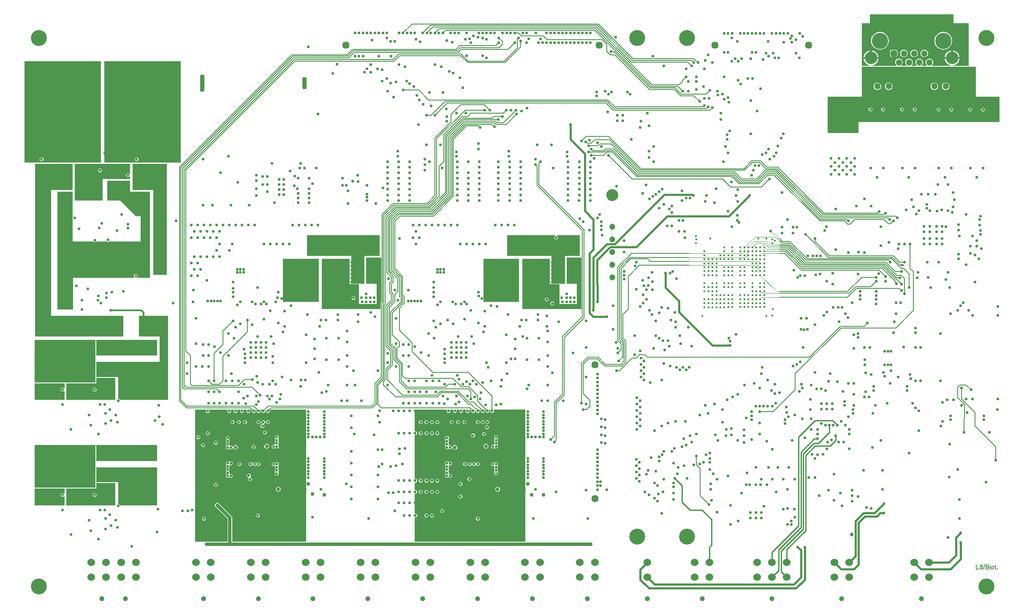
<source format=gbr>
G04*
G04 #@! TF.GenerationSoftware,Altium Limited,Altium Designer,23.4.1 (23)*
G04*
G04 Layer_Physical_Order=8*
G04 Layer_Color=16711680*
%FSLAX44Y44*%
%MOMM*%
G71*
G04*
G04 #@! TF.SameCoordinates,210523F5-4B5D-4388-949E-6639FD9C488E*
G04*
G04*
G04 #@! TF.FilePolarity,Positive*
G04*
G01*
G75*
%ADD16C,0.2540*%
%ADD17C,0.4064*%
%ADD220C,0.1524*%
%ADD225C,1.0000*%
%ADD228C,0.3048*%
%ADD229C,0.7112*%
%ADD230C,0.1016*%
G04:AMPARAMS|DCode=232|XSize=1.3mm|YSize=1.3mm|CornerRadius=0.325mm|HoleSize=0mm|Usage=FLASHONLY|Rotation=180.000|XOffset=0mm|YOffset=0mm|HoleType=Round|Shape=RoundedRectangle|*
%AMROUNDEDRECTD232*
21,1,1.3000,0.6500,0,0,180.0*
21,1,0.6500,1.3000,0,0,180.0*
1,1,0.6500,-0.3250,0.3250*
1,1,0.6500,0.3250,0.3250*
1,1,0.6500,0.3250,-0.3250*
1,1,0.6500,-0.3250,-0.3250*
%
%ADD232ROUNDEDRECTD232*%
%ADD233C,1.3000*%
%ADD234C,3.2500*%
%ADD235C,2.5000*%
%ADD236C,2.3900*%
%ADD237C,1.2000*%
%ADD238C,1.4500*%
%ADD239C,1.5240*%
G04:AMPARAMS|DCode=240|XSize=3.4mm|YSize=0.8mm|CornerRadius=0.2mm|HoleSize=0mm|Usage=FLASHONLY|Rotation=270.000|XOffset=0mm|YOffset=0mm|HoleType=Round|Shape=RoundedRectangle|*
%AMROUNDEDRECTD240*
21,1,3.4000,0.4000,0,0,270.0*
21,1,3.0000,0.8000,0,0,270.0*
1,1,0.4000,-0.2000,-1.5000*
1,1,0.4000,-0.2000,1.5000*
1,1,0.4000,0.2000,1.5000*
1,1,0.4000,0.2000,-1.5000*
%
%ADD240ROUNDEDRECTD240*%
G04:AMPARAMS|DCode=241|XSize=2.4mm|YSize=0.8mm|CornerRadius=0.2mm|HoleSize=0mm|Usage=FLASHONLY|Rotation=270.000|XOffset=0mm|YOffset=0mm|HoleType=Round|Shape=RoundedRectangle|*
%AMROUNDEDRECTD241*
21,1,2.4000,0.4000,0,0,270.0*
21,1,2.0000,0.8000,0,0,270.0*
1,1,0.4000,-0.2000,-1.0000*
1,1,0.4000,-0.2000,1.0000*
1,1,0.4000,0.2000,1.0000*
1,1,0.4000,0.2000,-1.0000*
%
%ADD241ROUNDEDRECTD241*%
%ADD242C,3.2000*%
%ADD243C,0.5500*%
%ADD244C,0.4500*%
%ADD245C,0.7500*%
G36*
X1883900Y1180000D02*
X1884222Y1179222D01*
X1885000Y1178900D01*
X1914525D01*
Y1093788D01*
X1884367D01*
X1884198Y1095028D01*
X1887033Y1095888D01*
X1889646Y1097284D01*
X1891936Y1099164D01*
X1893816Y1101454D01*
X1895212Y1104067D01*
X1896072Y1106902D01*
X1896163Y1107818D01*
X1881250D01*
X1866337D01*
X1866428Y1106902D01*
X1867288Y1104067D01*
X1868684Y1101454D01*
X1870564Y1099164D01*
X1872854Y1097284D01*
X1875467Y1095888D01*
X1878302Y1095028D01*
X1878133Y1093788D01*
X1840798D01*
X1840367Y1095058D01*
X1841060Y1095590D01*
X1842265Y1097160D01*
X1843022Y1098988D01*
X1843281Y1100950D01*
X1843022Y1102912D01*
X1842265Y1104740D01*
X1841060Y1106311D01*
X1839490Y1107515D01*
X1837662Y1108272D01*
X1835700Y1108531D01*
X1833738Y1108272D01*
X1831910Y1107515D01*
X1830340Y1106311D01*
X1829135Y1104740D01*
X1828378Y1102912D01*
X1828119Y1100950D01*
X1828378Y1098988D01*
X1829135Y1097160D01*
X1830340Y1095590D01*
X1831033Y1095058D01*
X1830602Y1093788D01*
X1820398D01*
X1819967Y1095058D01*
X1820661Y1095590D01*
X1821865Y1097160D01*
X1822623Y1098988D01*
X1822881Y1100950D01*
X1822623Y1102912D01*
X1821865Y1104740D01*
X1820661Y1106311D01*
X1819090Y1107515D01*
X1817262Y1108272D01*
X1815300Y1108531D01*
X1813338Y1108272D01*
X1811510Y1107515D01*
X1809940Y1106311D01*
X1808735Y1104740D01*
X1807977Y1102912D01*
X1807719Y1100950D01*
X1807977Y1098988D01*
X1808735Y1097160D01*
X1809940Y1095590D01*
X1810633Y1095058D01*
X1810202Y1093788D01*
X1799998D01*
X1799567Y1095058D01*
X1800260Y1095590D01*
X1801465Y1097160D01*
X1802222Y1098988D01*
X1802481Y1100950D01*
X1802222Y1102912D01*
X1801465Y1104740D01*
X1800260Y1106311D01*
X1798690Y1107515D01*
X1796862Y1108272D01*
X1794900Y1108531D01*
X1792938Y1108272D01*
X1791110Y1107515D01*
X1789539Y1106311D01*
X1788335Y1104740D01*
X1787578Y1102912D01*
X1787319Y1100950D01*
X1787578Y1098988D01*
X1788335Y1097160D01*
X1789539Y1095590D01*
X1790233Y1095058D01*
X1789802Y1093788D01*
X1779598D01*
X1779167Y1095058D01*
X1779861Y1095590D01*
X1781065Y1097160D01*
X1781823Y1098988D01*
X1782081Y1100950D01*
X1781823Y1102912D01*
X1781065Y1104740D01*
X1779861Y1106311D01*
X1778290Y1107515D01*
X1776462Y1108272D01*
X1774500Y1108531D01*
X1772538Y1108272D01*
X1770710Y1107515D01*
X1769140Y1106311D01*
X1767935Y1104740D01*
X1767177Y1102912D01*
X1766919Y1100950D01*
X1767177Y1098988D01*
X1767935Y1097160D01*
X1769140Y1095590D01*
X1769833Y1095058D01*
X1769402Y1093788D01*
X1721867D01*
X1721698Y1095028D01*
X1724533Y1095888D01*
X1727146Y1097284D01*
X1729436Y1099164D01*
X1731316Y1101454D01*
X1732712Y1104067D01*
X1733572Y1106902D01*
X1733663Y1107818D01*
X1718750D01*
X1703837D01*
X1703928Y1106902D01*
X1704788Y1104067D01*
X1706184Y1101454D01*
X1708064Y1099164D01*
X1710354Y1097284D01*
X1712967Y1095888D01*
X1715802Y1095028D01*
X1715633Y1093788D01*
X1700213D01*
Y1178900D01*
X1715000D01*
X1715778Y1179222D01*
X1716100Y1180000D01*
Y1196975D01*
X1883900D01*
Y1180000D01*
D02*
G37*
G36*
X1928813Y1031875D02*
X1976438D01*
Y981075D01*
X1693862D01*
Y959334D01*
X1631322D01*
Y1031875D01*
X1700213D01*
Y1092200D01*
X1928813D01*
Y1031875D01*
D02*
G37*
G36*
X174625Y900113D02*
X21100Y900112D01*
Y1103313D01*
X174625D01*
Y900113D01*
D02*
G37*
G36*
X334962Y900112D02*
X180975Y900113D01*
Y1103313D01*
X334962D01*
Y900112D01*
D02*
G37*
G36*
X233363Y876973D02*
X232185Y876251D01*
X232092Y876264D01*
X231315Y877428D01*
X230069Y878260D01*
X228600Y878552D01*
X227131Y878260D01*
X225885Y877428D01*
X225053Y876182D01*
X224760Y874713D01*
X225053Y873243D01*
X225885Y871997D01*
X227131Y871165D01*
X228600Y870873D01*
X230069Y871165D01*
X231315Y871997D01*
X232092Y873161D01*
X232185Y873174D01*
X233363Y872452D01*
Y866775D01*
X177800D01*
Y823913D01*
X122238D01*
Y896937D01*
X233363D01*
Y876973D01*
D02*
G37*
G36*
X1135062Y712787D02*
X1104900D01*
Y657225D01*
X1077913D01*
Y712787D01*
X989013D01*
Y754062D01*
X1085177D01*
X1085899Y752885D01*
X1085886Y752793D01*
X1084722Y752015D01*
X1083890Y750769D01*
X1083598Y749300D01*
X1083890Y747831D01*
X1084722Y746585D01*
X1085968Y745752D01*
X1087438Y745460D01*
X1088907Y745752D01*
X1090153Y746585D01*
X1090985Y747831D01*
X1091277Y749300D01*
X1090985Y750769D01*
X1090153Y752015D01*
X1088989Y752793D01*
X1088976Y752885D01*
X1089698Y754062D01*
X1135062D01*
Y712787D01*
D02*
G37*
G36*
X233363Y841375D02*
X273050D01*
Y668337D01*
X246736D01*
X246014Y669515D01*
X246027Y669607D01*
X247190Y670385D01*
X248022Y671631D01*
X248315Y673100D01*
X248022Y674569D01*
X247190Y675815D01*
X245944Y676647D01*
X244475Y676940D01*
X243006Y676647D01*
X241760Y675815D01*
X240928Y674569D01*
X240635Y673100D01*
X240928Y671631D01*
X241760Y670385D01*
X242923Y669607D01*
X242936Y669515D01*
X242214Y668337D01*
X119062D01*
Y604837D01*
X87312D01*
Y841375D01*
X117475D01*
Y741363D01*
X160457D01*
X161324Y740783D01*
X162794Y740491D01*
X164263Y740783D01*
X165130Y741363D01*
X186886D01*
X187443Y740990D01*
X188913Y740698D01*
X190382Y740990D01*
X190939Y741363D01*
X254000D01*
Y792162D01*
X244475D01*
X212725Y823913D01*
X187325Y823913D01*
Y863600D01*
X233363D01*
Y841375D01*
D02*
G37*
G36*
X306388Y896937D02*
X306387Y674688D01*
X279400Y674688D01*
X279400Y844550D01*
X238125D01*
Y896937D01*
X306388Y896937D01*
D02*
G37*
G36*
X733425Y712787D02*
X703262D01*
Y657225D01*
X676275D01*
Y712787D01*
X587375D01*
Y754062D01*
X733425D01*
Y712787D01*
D02*
G37*
G36*
X1012825Y620713D02*
X941387D01*
Y706438D01*
X1012825D01*
Y620713D01*
D02*
G37*
G36*
X611188D02*
X539750D01*
Y706438D01*
X611188D01*
Y620713D01*
D02*
G37*
G36*
X1138012Y606425D02*
X1019175Y606425D01*
X1019175Y706437D01*
X1074737Y706438D01*
X1074737Y655638D01*
X1093788D01*
Y615950D01*
X1128712D01*
Y657225D01*
X1108075D01*
Y709613D01*
X1138012D01*
Y606425D01*
D02*
G37*
G36*
X736375Y619876D02*
X735318Y618819D01*
X734925Y618231D01*
X734787Y617537D01*
Y612198D01*
Y606425D01*
X617537Y606425D01*
X617537Y706437D01*
X673100Y706438D01*
X673100Y655638D01*
X692150D01*
Y615950D01*
X727075D01*
Y657225D01*
X706438D01*
Y709613D01*
X736375D01*
Y619876D01*
D02*
G37*
G36*
X117475Y844550D02*
X74612D01*
Y592137D01*
X219075D01*
Y550863D01*
X42863D01*
Y896937D01*
X117475D01*
Y844550D01*
D02*
G37*
G36*
X287337Y512762D02*
X165100D01*
Y544512D01*
X287337D01*
Y512762D01*
D02*
G37*
G36*
X163512Y458787D02*
X41275D01*
Y544512D01*
X163512D01*
Y458787D01*
D02*
G37*
G36*
X101600Y447643D02*
X100511Y447268D01*
X100330Y447234D01*
X99113Y448047D01*
X97643Y448340D01*
X96174Y448047D01*
X94928Y447215D01*
X94096Y445969D01*
X93804Y444500D01*
X94096Y443031D01*
X94928Y441785D01*
X96174Y440952D01*
X97643Y440660D01*
X99113Y440952D01*
X100330Y441766D01*
X100511Y441732D01*
X101600Y441357D01*
Y423862D01*
X41275D01*
Y457200D01*
X101600D01*
Y447643D01*
D02*
G37*
G36*
X309562Y423862D02*
X212969D01*
X212743Y424408D01*
X211683Y425468D01*
X210299Y426041D01*
X209550D01*
Y469900D01*
X165100D01*
Y500062D01*
X292100D01*
Y550863D01*
X250825D01*
Y592137D01*
X309562D01*
Y423862D01*
D02*
G37*
G36*
X203200D02*
X104775D01*
Y457200D01*
X165100D01*
Y468312D01*
X203200D01*
Y423862D01*
D02*
G37*
G36*
X1025525Y256075D02*
X1025428Y255588D01*
X1025525Y255100D01*
Y139700D01*
X803275D01*
Y187269D01*
X804545Y188311D01*
X804863Y188248D01*
X806332Y188540D01*
X807578Y189372D01*
X808410Y190618D01*
X808702Y192087D01*
X808410Y193557D01*
X807578Y194803D01*
X806332Y195635D01*
X804863Y195927D01*
X804545Y195864D01*
X803275Y196906D01*
Y234894D01*
X804545Y235936D01*
X804863Y235873D01*
X806332Y236165D01*
X807578Y236997D01*
X808410Y238243D01*
X808702Y239713D01*
X808410Y241182D01*
X807578Y242428D01*
X806332Y243260D01*
X804863Y243552D01*
X804545Y243489D01*
X803275Y244531D01*
Y257119D01*
X804545Y258161D01*
X804863Y258098D01*
X806332Y258390D01*
X807578Y259222D01*
X808410Y260468D01*
X808702Y261938D01*
X808410Y263407D01*
X807578Y264653D01*
X806332Y265485D01*
X804863Y265777D01*
X804545Y265714D01*
X803275Y266756D01*
Y352369D01*
X804545Y353411D01*
X804863Y353348D01*
X806332Y353640D01*
X807578Y354472D01*
X808410Y355718D01*
X808702Y357188D01*
X808410Y358657D01*
X807578Y359903D01*
X806332Y360735D01*
X804863Y361027D01*
X804545Y360964D01*
X803275Y362006D01*
Y404813D01*
X867602D01*
X868281Y403543D01*
X867990Y403107D01*
X867698Y401637D01*
X867990Y400168D01*
X868822Y398922D01*
X870068Y398090D01*
X871537Y397798D01*
X873007Y398090D01*
X874253Y398922D01*
X875085Y400168D01*
X875377Y401637D01*
X875085Y403107D01*
X874794Y403543D01*
X875473Y404813D01*
X880302D01*
X880981Y403543D01*
X880690Y403107D01*
X880398Y401637D01*
X880690Y400168D01*
X881522Y398922D01*
X882768Y398090D01*
X884238Y397798D01*
X885707Y398090D01*
X886953Y398922D01*
X887785Y400168D01*
X888077Y401637D01*
X887785Y403107D01*
X887494Y403543D01*
X888173Y404813D01*
X893002D01*
X893681Y403543D01*
X893390Y403107D01*
X893098Y401637D01*
X893390Y400168D01*
X894222Y398922D01*
X895468Y398090D01*
X896937Y397798D01*
X898407Y398090D01*
X899653Y398922D01*
X900485Y400168D01*
X900777Y401637D01*
X900485Y403107D01*
X900194Y403543D01*
X900873Y404813D01*
X905702D01*
X906381Y403543D01*
X906090Y403107D01*
X905798Y401637D01*
X906090Y400168D01*
X906922Y398922D01*
X908168Y398090D01*
X909638Y397798D01*
X911107Y398090D01*
X912353Y398922D01*
X913185Y400168D01*
X913477Y401637D01*
X913185Y403107D01*
X912894Y403543D01*
X913573Y404813D01*
X915011D01*
X917122Y402702D01*
X916910Y401637D01*
X917203Y400168D01*
X918035Y398922D01*
X919281Y398090D01*
X920750Y397798D01*
X922219Y398090D01*
X923465Y398922D01*
X924297Y400168D01*
X924590Y401637D01*
X924297Y403107D01*
X924007Y403543D01*
X924018Y403569D01*
X924985Y404364D01*
X926647Y402702D01*
X926435Y401637D01*
X926728Y400168D01*
X927560Y398922D01*
X928806Y398090D01*
X930275Y397798D01*
X931744Y398090D01*
X932990Y398922D01*
X933822Y400168D01*
X934115Y401637D01*
X933822Y403107D01*
X933531Y403543D01*
X933543Y403569D01*
X934510Y404364D01*
X936172Y402702D01*
X935960Y401637D01*
X936253Y400168D01*
X937085Y398922D01*
X938331Y398090D01*
X939800Y397798D01*
X941269Y398090D01*
X942515Y398922D01*
X943347Y400168D01*
X943640Y401637D01*
X943347Y403107D01*
X943056Y403543D01*
X943068Y403569D01*
X944035Y404364D01*
X945697Y402702D01*
X945485Y401637D01*
X945778Y400168D01*
X946610Y398922D01*
X947856Y398090D01*
X949325Y397798D01*
X950794Y398090D01*
X952040Y398922D01*
X952872Y400168D01*
X953165Y401637D01*
X952872Y403107D01*
X952581Y403543D01*
X953260Y404813D01*
X954915D01*
X955593Y403543D01*
X955303Y403107D01*
X955010Y401637D01*
X955303Y400168D01*
X956135Y398922D01*
X957381Y398090D01*
X958850Y397798D01*
X960319Y398090D01*
X961565Y398922D01*
X962398Y400168D01*
X962690Y401637D01*
X962398Y403107D01*
X962106Y403543D01*
X962785Y404813D01*
X1025525D01*
Y256075D01*
D02*
G37*
G36*
X585788D02*
X585691Y255588D01*
X585788Y255100D01*
Y139700D01*
X437495D01*
Y187879D01*
X437141Y189662D01*
X436130Y191175D01*
X411987Y215318D01*
X411424Y216161D01*
X409847Y217215D01*
X407988Y217584D01*
X406128Y217215D01*
X404551Y216161D01*
X403498Y214585D01*
X403128Y212725D01*
X403498Y210865D01*
X404551Y209289D01*
X405395Y208725D01*
X428172Y185948D01*
Y139700D01*
X363537D01*
Y404813D01*
X385002D01*
X385681Y403543D01*
X385390Y403107D01*
X385098Y401637D01*
X385390Y400168D01*
X386222Y398922D01*
X387468Y398090D01*
X388937Y397798D01*
X390407Y398090D01*
X391653Y398922D01*
X392485Y400168D01*
X392777Y401637D01*
X392485Y403107D01*
X392194Y403543D01*
X392873Y404813D01*
X427865D01*
X428544Y403543D01*
X428252Y403107D01*
X427960Y401637D01*
X428252Y400168D01*
X429085Y398922D01*
X430331Y398090D01*
X431800Y397798D01*
X433269Y398090D01*
X434515Y398922D01*
X435348Y400168D01*
X435640Y401637D01*
X435348Y403107D01*
X435056Y403543D01*
X435735Y404813D01*
X440565D01*
X441244Y403543D01*
X440952Y403107D01*
X440660Y401637D01*
X440952Y400168D01*
X441785Y398922D01*
X443031Y398090D01*
X444500Y397798D01*
X445969Y398090D01*
X447215Y398922D01*
X448047Y400168D01*
X448340Y401637D01*
X448047Y403107D01*
X447757Y403543D01*
X448435Y404813D01*
X453265D01*
X453943Y403543D01*
X453652Y403107D01*
X453360Y401637D01*
X453652Y400168D01*
X454485Y398922D01*
X455731Y398090D01*
X457200Y397798D01*
X458669Y398090D01*
X459915Y398922D01*
X460747Y400168D01*
X461040Y401637D01*
X460747Y403107D01*
X460457Y403543D01*
X461135Y404813D01*
X465965D01*
X466643Y403543D01*
X466353Y403107D01*
X466060Y401637D01*
X466353Y400168D01*
X467185Y398922D01*
X468431Y398090D01*
X469900Y397798D01*
X471369Y398090D01*
X472615Y398922D01*
X473447Y400168D01*
X473740Y401637D01*
X473447Y403107D01*
X473157Y403543D01*
X473835Y404813D01*
X475274D01*
X477384Y402702D01*
X477173Y401637D01*
X477465Y400168D01*
X478297Y398922D01*
X479543Y398090D01*
X481012Y397798D01*
X482482Y398090D01*
X483728Y398922D01*
X484560Y400168D01*
X484852Y401637D01*
X484560Y403107D01*
X484269Y403543D01*
X484280Y403569D01*
X485248Y404364D01*
X486909Y402702D01*
X486698Y401637D01*
X486990Y400168D01*
X487822Y398922D01*
X489068Y398090D01*
X490537Y397798D01*
X492007Y398090D01*
X493253Y398922D01*
X494085Y400168D01*
X494377Y401637D01*
X494085Y403107D01*
X493794Y403543D01*
X494473Y404813D01*
X496127D01*
X496806Y403543D01*
X496515Y403107D01*
X496223Y401637D01*
X496515Y400168D01*
X497347Y398922D01*
X498593Y398090D01*
X500062Y397798D01*
X501532Y398090D01*
X502778Y398922D01*
X503610Y400168D01*
X503902Y401637D01*
X503691Y402702D01*
X505352Y404364D01*
X506320Y403569D01*
X506331Y403543D01*
X506040Y403107D01*
X505748Y401637D01*
X506040Y400168D01*
X506872Y398922D01*
X508118Y398090D01*
X509588Y397798D01*
X511057Y398090D01*
X512303Y398922D01*
X513135Y400168D01*
X513427Y401637D01*
X513216Y402702D01*
X515326Y404813D01*
X585788D01*
Y256075D01*
D02*
G37*
G36*
X287337Y301625D02*
X165100D01*
Y333375D01*
X287337D01*
Y301625D01*
D02*
G37*
G36*
X163512Y247650D02*
X41275D01*
Y333375D01*
X163512D01*
Y247650D01*
D02*
G37*
G36*
X101600Y236506D02*
X100511Y236130D01*
X100330Y236097D01*
X99113Y236910D01*
X97643Y237202D01*
X96174Y236910D01*
X94928Y236078D01*
X94096Y234832D01*
X93804Y233363D01*
X94096Y231893D01*
X94928Y230647D01*
X96174Y229815D01*
X97643Y229523D01*
X99113Y229815D01*
X100330Y230628D01*
X100511Y230595D01*
X101600Y230219D01*
Y212725D01*
X41275D01*
Y246063D01*
X101600D01*
Y236506D01*
D02*
G37*
G36*
X287337Y212725D02*
X212969D01*
X212743Y213271D01*
X211683Y214330D01*
X210299Y214904D01*
X209550D01*
Y258762D01*
X165100D01*
Y288925D01*
X287337D01*
Y212725D01*
D02*
G37*
G36*
X203200D02*
X104775D01*
Y246063D01*
X165100D01*
Y257175D01*
X203200D01*
Y212725D01*
D02*
G37*
G36*
X1973047Y84023D02*
X1971180D01*
Y85890D01*
X1973047D01*
Y84023D01*
D02*
G37*
G36*
X1953019Y93777D02*
X1953298Y93764D01*
X1953590Y93751D01*
X1953857Y93726D01*
X1953984Y93701D01*
X1954098Y93688D01*
X1954124D01*
X1954200Y93663D01*
X1954301Y93637D01*
X1954441Y93599D01*
X1954594Y93548D01*
X1954771Y93472D01*
X1954949Y93383D01*
X1955114Y93281D01*
X1955140Y93269D01*
X1955190Y93231D01*
X1955267Y93154D01*
X1955381Y93066D01*
X1955495Y92951D01*
X1955622Y92812D01*
X1955749Y92647D01*
X1955863Y92469D01*
X1955876Y92443D01*
X1955914Y92380D01*
X1955965Y92278D01*
X1956016Y92139D01*
X1956067Y91961D01*
X1956118Y91770D01*
X1956156Y91554D01*
X1956168Y91326D01*
Y91313D01*
Y91300D01*
Y91262D01*
Y91211D01*
X1956156Y91084D01*
X1956118Y90907D01*
X1956079Y90716D01*
X1956016Y90500D01*
X1955927Y90284D01*
X1955800Y90068D01*
X1955787Y90043D01*
X1955737Y89979D01*
X1955648Y89878D01*
X1955533Y89751D01*
X1955394Y89611D01*
X1955216Y89459D01*
X1955025Y89332D01*
X1954797Y89205D01*
X1954809D01*
X1954835Y89192D01*
X1954886Y89179D01*
X1954949Y89154D01*
X1955013Y89129D01*
X1955101Y89090D01*
X1955305Y88989D01*
X1955521Y88875D01*
X1955749Y88722D01*
X1955965Y88532D01*
X1956168Y88316D01*
Y88303D01*
X1956194Y88290D01*
X1956219Y88252D01*
X1956245Y88202D01*
X1956321Y88075D01*
X1956410Y87897D01*
X1956499Y87681D01*
X1956575Y87427D01*
X1956626Y87147D01*
X1956651Y86843D01*
Y86830D01*
Y86817D01*
Y86779D01*
Y86728D01*
X1956638Y86601D01*
X1956613Y86436D01*
X1956575Y86233D01*
X1956511Y86017D01*
X1956435Y85788D01*
X1956333Y85547D01*
Y85534D01*
X1956321Y85522D01*
X1956283Y85446D01*
X1956206Y85331D01*
X1956118Y85192D01*
X1955990Y85027D01*
X1955851Y84861D01*
X1955673Y84696D01*
X1955482Y84544D01*
X1955457Y84531D01*
X1955394Y84480D01*
X1955267Y84417D01*
X1955114Y84353D01*
X1954924Y84264D01*
X1954695Y84201D01*
X1954441Y84137D01*
X1954162Y84087D01*
X1954111D01*
X1954060Y84074D01*
X1953908D01*
X1953806Y84061D01*
X1953679D01*
X1953539Y84049D01*
X1953171D01*
X1952955Y84036D01*
X1952435D01*
X1952130Y84023D01*
X1948472D01*
Y93790D01*
X1952765D01*
X1953019Y93777D01*
D02*
G37*
G36*
X1930781Y85674D02*
X1935683D01*
Y84023D01*
X1928813D01*
Y93713D01*
X1930781D01*
Y85674D01*
D02*
G37*
G36*
X1968589Y91097D02*
X1969872D01*
Y89611D01*
X1968589D01*
Y86741D01*
Y86728D01*
Y86703D01*
Y86665D01*
Y86601D01*
Y86462D01*
Y86297D01*
X1968602Y86119D01*
Y85954D01*
Y85814D01*
X1968614Y85763D01*
Y85725D01*
X1968627Y85700D01*
X1968652Y85649D01*
X1968703Y85573D01*
X1968779Y85496D01*
X1968792D01*
X1968805Y85484D01*
X1968868Y85458D01*
X1968983Y85420D01*
X1969110Y85407D01*
X1969160D01*
X1969211Y85420D01*
X1969300Y85433D01*
X1969402Y85446D01*
X1969529Y85484D01*
X1969681Y85522D01*
X1969859Y85585D01*
X1970024Y84125D01*
X1970011D01*
X1969999Y84112D01*
X1969960Y84099D01*
X1969910Y84087D01*
X1969770Y84036D01*
X1969592Y83998D01*
X1969376Y83947D01*
X1969122Y83896D01*
X1968843Y83871D01*
X1968538Y83858D01*
X1968449D01*
X1968360Y83871D01*
X1968246Y83883D01*
X1968106Y83896D01*
X1967954Y83934D01*
X1967789Y83972D01*
X1967636Y84023D01*
X1967624Y84036D01*
X1967573Y84049D01*
X1967497Y84087D01*
X1967408Y84137D01*
X1967217Y84277D01*
X1967116Y84366D01*
X1967039Y84455D01*
X1967027Y84468D01*
X1967014Y84506D01*
X1966976Y84569D01*
X1966938Y84658D01*
X1966887Y84760D01*
X1966849Y84887D01*
X1966811Y85027D01*
X1966773Y85192D01*
Y85204D01*
X1966760Y85255D01*
Y85344D01*
X1966747Y85484D01*
X1966735Y85661D01*
Y85763D01*
Y85890D01*
X1966722Y86017D01*
Y86170D01*
Y86335D01*
Y86512D01*
Y89611D01*
X1965858D01*
Y91097D01*
X1966722D01*
Y92507D01*
X1968589Y93612D01*
Y91097D01*
D02*
G37*
G36*
X1961655Y91250D02*
X1961769D01*
X1961909Y91224D01*
X1962061Y91211D01*
X1962239Y91173D01*
X1962442Y91135D01*
X1962645Y91072D01*
X1962861Y91008D01*
X1963077Y90919D01*
X1963293Y90818D01*
X1963522Y90703D01*
X1963737Y90551D01*
X1963941Y90399D01*
X1964144Y90208D01*
X1964157Y90195D01*
X1964195Y90157D01*
X1964245Y90106D01*
X1964309Y90018D01*
X1964385Y89916D01*
X1964474Y89789D01*
X1964563Y89649D01*
X1964665Y89484D01*
X1964754Y89306D01*
X1964842Y89103D01*
X1964931Y88887D01*
X1965007Y88659D01*
X1965084Y88417D01*
X1965134Y88151D01*
X1965160Y87871D01*
X1965173Y87579D01*
Y87566D01*
Y87503D01*
X1965160Y87427D01*
Y87312D01*
X1965147Y87173D01*
X1965122Y87008D01*
X1965084Y86830D01*
X1965046Y86639D01*
X1964982Y86436D01*
X1964919Y86220D01*
X1964830Y86004D01*
X1964728Y85776D01*
X1964614Y85547D01*
X1964474Y85331D01*
X1964309Y85115D01*
X1964131Y84912D01*
X1964118Y84900D01*
X1964080Y84861D01*
X1964030Y84811D01*
X1963941Y84747D01*
X1963839Y84671D01*
X1963725Y84582D01*
X1963572Y84480D01*
X1963420Y84391D01*
X1963230Y84290D01*
X1963039Y84188D01*
X1962823Y84099D01*
X1962594Y84023D01*
X1962353Y83960D01*
X1962086Y83909D01*
X1961820Y83871D01*
X1961528Y83858D01*
X1961426D01*
X1961363Y83871D01*
X1961274D01*
X1961172Y83883D01*
X1961058Y83896D01*
X1960931Y83909D01*
X1960639Y83960D01*
X1960334Y84036D01*
X1959991Y84150D01*
X1959661Y84290D01*
X1959648D01*
X1959623Y84315D01*
X1959572Y84341D01*
X1959521Y84379D01*
X1959445Y84417D01*
X1959356Y84480D01*
X1959165Y84620D01*
X1958950Y84798D01*
X1958734Y85027D01*
X1958518Y85281D01*
X1958327Y85585D01*
Y85598D01*
X1958302Y85623D01*
X1958289Y85674D01*
X1958251Y85738D01*
X1958226Y85827D01*
X1958188Y85915D01*
X1958137Y86030D01*
X1958099Y86170D01*
X1958061Y86309D01*
X1958010Y86462D01*
X1957972Y86639D01*
X1957946Y86817D01*
X1957896Y87211D01*
X1957870Y87655D01*
Y87668D01*
Y87694D01*
Y87744D01*
X1957883Y87821D01*
Y87897D01*
X1957896Y87998D01*
X1957908Y88113D01*
X1957934Y88227D01*
X1957984Y88506D01*
X1958061Y88811D01*
X1958175Y89129D01*
X1958327Y89459D01*
Y89472D01*
X1958353Y89497D01*
X1958378Y89548D01*
X1958416Y89599D01*
X1958454Y89675D01*
X1958518Y89764D01*
X1958658Y89954D01*
X1958848Y90170D01*
X1959064Y90386D01*
X1959331Y90602D01*
X1959623Y90792D01*
X1959635D01*
X1959661Y90818D01*
X1959712Y90830D01*
X1959775Y90869D01*
X1959851Y90907D01*
X1959953Y90945D01*
X1960054Y90983D01*
X1960181Y91034D01*
X1960461Y91110D01*
X1960778Y91186D01*
X1961121Y91237D01*
X1961502Y91262D01*
X1961579D01*
X1961655Y91250D01*
D02*
G37*
G36*
X1945043Y83858D02*
X1943672D01*
X1946072Y93955D01*
X1947482D01*
X1945043Y83858D01*
D02*
G37*
G36*
X1940052Y93828D02*
X1940166Y93815D01*
X1940306Y93802D01*
X1940446Y93777D01*
X1940611Y93751D01*
X1940954Y93663D01*
X1941144Y93612D01*
X1941322Y93535D01*
X1941500Y93447D01*
X1941665Y93358D01*
X1941830Y93243D01*
X1941982Y93116D01*
X1941995Y93104D01*
X1942021Y93078D01*
X1942059Y93040D01*
X1942109Y92989D01*
X1942160Y92913D01*
X1942224Y92837D01*
X1942300Y92735D01*
X1942376Y92621D01*
X1942516Y92367D01*
X1942643Y92062D01*
X1942681Y91897D01*
X1942719Y91707D01*
X1942744Y91529D01*
X1942757Y91326D01*
Y91313D01*
Y91300D01*
Y91262D01*
Y91211D01*
X1942744Y91084D01*
X1942719Y90919D01*
X1942668Y90729D01*
X1942605Y90526D01*
X1942516Y90310D01*
X1942401Y90106D01*
X1942389Y90081D01*
X1942338Y90018D01*
X1942262Y89929D01*
X1942148Y89814D01*
X1942008Y89687D01*
X1941830Y89548D01*
X1941640Y89421D01*
X1941411Y89306D01*
X1941424D01*
X1941449Y89294D01*
X1941487Y89268D01*
X1941551Y89243D01*
X1941690Y89167D01*
X1941868Y89065D01*
X1942071Y88925D01*
X1942274Y88760D01*
X1942465Y88570D01*
X1942643Y88341D01*
Y88329D01*
X1942655Y88316D01*
X1942681Y88278D01*
X1942706Y88227D01*
X1942782Y88100D01*
X1942859Y87922D01*
X1942935Y87719D01*
X1943011Y87465D01*
X1943062Y87198D01*
X1943075Y86893D01*
Y86881D01*
Y86830D01*
Y86766D01*
X1943062Y86665D01*
X1943049Y86551D01*
X1943024Y86424D01*
X1942998Y86271D01*
X1942973Y86106D01*
X1942859Y85763D01*
X1942795Y85573D01*
X1942706Y85382D01*
X1942617Y85204D01*
X1942490Y85027D01*
X1942363Y84849D01*
X1942211Y84684D01*
X1942198Y84671D01*
X1942173Y84646D01*
X1942122Y84607D01*
X1942059Y84557D01*
X1941970Y84493D01*
X1941868Y84417D01*
X1941741Y84341D01*
X1941601Y84264D01*
X1941449Y84188D01*
X1941271Y84112D01*
X1941081Y84036D01*
X1940878Y83972D01*
X1940662Y83922D01*
X1940420Y83883D01*
X1940179Y83858D01*
X1939912Y83845D01*
X1939785D01*
X1939696Y83858D01*
X1939582Y83871D01*
X1939442Y83883D01*
X1939290Y83909D01*
X1939138Y83934D01*
X1938782Y84010D01*
X1938414Y84137D01*
X1938223Y84226D01*
X1938045Y84315D01*
X1937868Y84417D01*
X1937690Y84544D01*
X1937677Y84557D01*
X1937652Y84582D01*
X1937588Y84633D01*
X1937525Y84696D01*
X1937448Y84785D01*
X1937360Y84887D01*
X1937271Y85001D01*
X1937169Y85141D01*
X1937068Y85293D01*
X1936979Y85458D01*
X1936890Y85649D01*
X1936814Y85852D01*
X1936750Y86068D01*
X1936699Y86309D01*
X1936661Y86551D01*
X1936648Y86817D01*
Y86830D01*
Y86855D01*
Y86893D01*
X1936661Y86957D01*
Y87020D01*
X1936674Y87109D01*
X1936699Y87300D01*
X1936737Y87528D01*
X1936814Y87770D01*
X1936902Y88024D01*
X1937029Y88278D01*
Y88290D01*
X1937042Y88303D01*
X1937106Y88392D01*
X1937195Y88506D01*
X1937334Y88659D01*
X1937512Y88824D01*
X1937715Y88989D01*
X1937982Y89154D01*
X1938274Y89306D01*
X1938261D01*
X1938236Y89319D01*
X1938210Y89345D01*
X1938160Y89357D01*
X1938020Y89433D01*
X1937868Y89522D01*
X1937690Y89649D01*
X1937512Y89789D01*
X1937347Y89954D01*
X1937207Y90145D01*
X1937195Y90170D01*
X1937156Y90233D01*
X1937106Y90348D01*
X1937055Y90487D01*
X1936991Y90665D01*
X1936940Y90869D01*
X1936902Y91084D01*
X1936890Y91326D01*
Y91338D01*
Y91376D01*
Y91427D01*
X1936902Y91503D01*
X1936915Y91592D01*
X1936928Y91707D01*
X1936991Y91961D01*
X1937080Y92240D01*
X1937144Y92393D01*
X1937207Y92532D01*
X1937296Y92685D01*
X1937398Y92837D01*
X1937512Y92977D01*
X1937652Y93116D01*
X1937664Y93129D01*
X1937690Y93142D01*
X1937728Y93180D01*
X1937791Y93231D01*
X1937868Y93281D01*
X1937969Y93345D01*
X1938083Y93408D01*
X1938210Y93485D01*
X1938350Y93548D01*
X1938515Y93612D01*
X1938693Y93675D01*
X1938884Y93726D01*
X1939099Y93777D01*
X1939328Y93815D01*
X1939569Y93828D01*
X1939823Y93840D01*
X1939950D01*
X1940052Y93828D01*
D02*
G37*
%LPC*%
G36*
X1863500Y1162010D02*
X1860016Y1161667D01*
X1856665Y1160650D01*
X1853578Y1159000D01*
X1850871Y1156779D01*
X1848650Y1154072D01*
X1847000Y1150985D01*
X1845983Y1147634D01*
X1845640Y1144150D01*
X1845983Y1140666D01*
X1847000Y1137315D01*
X1848650Y1134228D01*
X1850871Y1131521D01*
X1853578Y1129300D01*
X1856665Y1127650D01*
X1860016Y1126633D01*
X1863500Y1126290D01*
X1866984Y1126633D01*
X1870335Y1127650D01*
X1873423Y1129300D01*
X1876129Y1131521D01*
X1878350Y1134228D01*
X1880000Y1137315D01*
X1881017Y1140666D01*
X1881360Y1144150D01*
X1881017Y1147634D01*
X1880000Y1150985D01*
X1878350Y1154072D01*
X1876129Y1156779D01*
X1873423Y1159000D01*
X1870335Y1160650D01*
X1866984Y1161667D01*
X1863500Y1162010D01*
D02*
G37*
G36*
X1736500D02*
X1733016Y1161667D01*
X1729665Y1160650D01*
X1726577Y1159000D01*
X1723871Y1156779D01*
X1721650Y1154072D01*
X1720000Y1150985D01*
X1718983Y1147634D01*
X1718640Y1144150D01*
X1718983Y1140666D01*
X1720000Y1137315D01*
X1721650Y1134228D01*
X1723871Y1131521D01*
X1726577Y1129300D01*
X1729665Y1127650D01*
X1733016Y1126633D01*
X1736500Y1126290D01*
X1739984Y1126633D01*
X1743335Y1127650D01*
X1746422Y1129300D01*
X1749129Y1131521D01*
X1751350Y1134228D01*
X1753000Y1137315D01*
X1754017Y1140666D01*
X1754360Y1144150D01*
X1754017Y1147634D01*
X1753000Y1150985D01*
X1751350Y1154072D01*
X1749129Y1156779D01*
X1746422Y1159000D01*
X1743335Y1160650D01*
X1739984Y1161667D01*
X1736500Y1162010D01*
D02*
G37*
G36*
X1883282Y1124763D02*
Y1111882D01*
X1896163D01*
X1896072Y1112798D01*
X1895212Y1115633D01*
X1893816Y1118246D01*
X1891936Y1120536D01*
X1889646Y1122416D01*
X1887033Y1123812D01*
X1884198Y1124672D01*
X1883282Y1124763D01*
D02*
G37*
G36*
X1720782D02*
Y1111882D01*
X1733663D01*
X1733572Y1112798D01*
X1732712Y1115633D01*
X1731316Y1118246D01*
X1729436Y1120536D01*
X1727146Y1122416D01*
X1724533Y1123812D01*
X1721698Y1124672D01*
X1720782Y1124763D01*
D02*
G37*
G36*
X1716718Y1124763D02*
X1715802Y1124672D01*
X1712967Y1123812D01*
X1710354Y1122416D01*
X1708064Y1120536D01*
X1706184Y1118246D01*
X1704788Y1115633D01*
X1703928Y1112798D01*
X1703837Y1111882D01*
X1716718D01*
Y1124763D01*
D02*
G37*
G36*
X1879218D02*
X1878302Y1124672D01*
X1875467Y1123812D01*
X1872854Y1122416D01*
X1870564Y1120536D01*
X1868684Y1118246D01*
X1867288Y1115633D01*
X1866428Y1112798D01*
X1866337Y1111882D01*
X1879218D01*
Y1124763D01*
D02*
G37*
G36*
X1825500Y1126331D02*
X1823538Y1126072D01*
X1821710Y1125315D01*
X1820139Y1124110D01*
X1818935Y1122540D01*
X1818177Y1120712D01*
X1817919Y1118750D01*
X1818177Y1116788D01*
X1818935Y1114960D01*
X1820139Y1113390D01*
X1821710Y1112185D01*
X1823538Y1111428D01*
X1825500Y1111169D01*
X1827462Y1111428D01*
X1829290Y1112185D01*
X1830860Y1113390D01*
X1832065Y1114960D01*
X1832823Y1116788D01*
X1833081Y1118750D01*
X1832823Y1120712D01*
X1832065Y1122540D01*
X1830860Y1124110D01*
X1829290Y1125315D01*
X1827462Y1126072D01*
X1825500Y1126331D01*
D02*
G37*
G36*
X1805100D02*
X1803138Y1126072D01*
X1801310Y1125315D01*
X1799740Y1124110D01*
X1798535Y1122540D01*
X1797778Y1120712D01*
X1797519Y1118750D01*
X1797778Y1116788D01*
X1798535Y1114960D01*
X1799740Y1113390D01*
X1801310Y1112185D01*
X1803138Y1111428D01*
X1805100Y1111169D01*
X1807062Y1111428D01*
X1808890Y1112185D01*
X1810461Y1113390D01*
X1811665Y1114960D01*
X1812422Y1116788D01*
X1812681Y1118750D01*
X1812422Y1120712D01*
X1811665Y1122540D01*
X1810461Y1124110D01*
X1808890Y1125315D01*
X1807062Y1126072D01*
X1805100Y1126331D01*
D02*
G37*
G36*
X1784700D02*
X1782738Y1126072D01*
X1780910Y1125315D01*
X1779339Y1124110D01*
X1778135Y1122540D01*
X1777377Y1120712D01*
X1777119Y1118750D01*
X1777377Y1116788D01*
X1778135Y1114960D01*
X1779339Y1113390D01*
X1780910Y1112185D01*
X1782738Y1111428D01*
X1784700Y1111169D01*
X1786662Y1111428D01*
X1788490Y1112185D01*
X1790060Y1113390D01*
X1791265Y1114960D01*
X1792023Y1116788D01*
X1792281Y1118750D01*
X1792023Y1120712D01*
X1791265Y1122540D01*
X1790060Y1124110D01*
X1788490Y1125315D01*
X1786662Y1126072D01*
X1784700Y1126331D01*
D02*
G37*
G36*
X1767550Y1126350D02*
X1761050D01*
X1759386Y1126019D01*
X1757974Y1125076D01*
X1757032Y1123664D01*
X1756700Y1122000D01*
Y1115500D01*
X1757032Y1113836D01*
X1757974Y1112424D01*
X1759386Y1111481D01*
X1761050Y1111151D01*
X1767550D01*
X1769214Y1111481D01*
X1770626Y1112424D01*
X1771568Y1113836D01*
X1771900Y1115500D01*
Y1122000D01*
X1771568Y1123664D01*
X1770626Y1125076D01*
X1769214Y1126019D01*
X1767550Y1126350D01*
D02*
G37*
G36*
X1868600Y1060331D02*
X1866638Y1060072D01*
X1864810Y1059315D01*
X1863239Y1058111D01*
X1862035Y1056540D01*
X1861277Y1054712D01*
X1861019Y1052750D01*
X1861277Y1050788D01*
X1862035Y1048960D01*
X1863239Y1047390D01*
X1864810Y1046185D01*
X1866638Y1045427D01*
X1868600Y1045169D01*
X1870562Y1045427D01*
X1872390Y1046185D01*
X1873961Y1047390D01*
X1875165Y1048960D01*
X1875923Y1050788D01*
X1876181Y1052750D01*
X1875923Y1054712D01*
X1875165Y1056540D01*
X1873961Y1058111D01*
X1872390Y1059315D01*
X1870562Y1060072D01*
X1868600Y1060331D01*
D02*
G37*
G36*
X1845700D02*
X1843738Y1060072D01*
X1841910Y1059315D01*
X1840340Y1058111D01*
X1839135Y1056540D01*
X1838378Y1054712D01*
X1838119Y1052750D01*
X1838378Y1050788D01*
X1839135Y1048960D01*
X1840340Y1047390D01*
X1841910Y1046185D01*
X1843738Y1045427D01*
X1845700Y1045169D01*
X1847662Y1045427D01*
X1849490Y1046185D01*
X1851060Y1047390D01*
X1852265Y1048960D01*
X1853022Y1050788D01*
X1853281Y1052750D01*
X1853022Y1054712D01*
X1852265Y1056540D01*
X1851060Y1058111D01*
X1849490Y1059315D01*
X1847662Y1060072D01*
X1845700Y1060331D01*
D02*
G37*
G36*
X1754300D02*
X1752338Y1060072D01*
X1750510Y1059315D01*
X1748940Y1058111D01*
X1747735Y1056540D01*
X1746978Y1054712D01*
X1746719Y1052750D01*
X1746978Y1050788D01*
X1747735Y1048960D01*
X1748940Y1047390D01*
X1750510Y1046185D01*
X1752338Y1045427D01*
X1754300Y1045169D01*
X1756262Y1045427D01*
X1758090Y1046185D01*
X1759660Y1047390D01*
X1760865Y1048960D01*
X1761622Y1050788D01*
X1761881Y1052750D01*
X1761622Y1054712D01*
X1760865Y1056540D01*
X1759660Y1058111D01*
X1758090Y1059315D01*
X1756262Y1060072D01*
X1754300Y1060331D01*
D02*
G37*
G36*
X1731400D02*
X1729438Y1060072D01*
X1727610Y1059315D01*
X1726039Y1058111D01*
X1724835Y1056540D01*
X1724077Y1054712D01*
X1723819Y1052750D01*
X1724077Y1050788D01*
X1724835Y1048960D01*
X1726039Y1047390D01*
X1727610Y1046185D01*
X1729438Y1045427D01*
X1731400Y1045169D01*
X1733362Y1045427D01*
X1735190Y1046185D01*
X1736761Y1047390D01*
X1737965Y1048960D01*
X1738723Y1050788D01*
X1738981Y1052750D01*
X1738723Y1054712D01*
X1737965Y1056540D01*
X1736761Y1058111D01*
X1735190Y1059315D01*
X1733362Y1060072D01*
X1731400Y1060331D01*
D02*
G37*
G36*
X1943100Y1010315D02*
X1941631Y1010023D01*
X1940385Y1009190D01*
X1939552Y1007944D01*
X1939260Y1006475D01*
X1939552Y1005006D01*
X1940385Y1003760D01*
X1941631Y1002927D01*
X1943100Y1002635D01*
X1944569Y1002927D01*
X1945815Y1003760D01*
X1946647Y1005006D01*
X1946940Y1006475D01*
X1946647Y1007944D01*
X1945815Y1009190D01*
X1944569Y1010023D01*
X1943100Y1010315D01*
D02*
G37*
G36*
X1917700D02*
X1916231Y1010023D01*
X1914985Y1009190D01*
X1914153Y1007944D01*
X1913860Y1006475D01*
X1914153Y1005006D01*
X1914985Y1003760D01*
X1916231Y1002927D01*
X1917700Y1002635D01*
X1919169Y1002927D01*
X1920415Y1003760D01*
X1921248Y1005006D01*
X1921540Y1006475D01*
X1921248Y1007944D01*
X1920415Y1009190D01*
X1919169Y1010023D01*
X1917700Y1010315D01*
D02*
G37*
G36*
X1879600D02*
X1878131Y1010023D01*
X1876885Y1009190D01*
X1876053Y1007944D01*
X1875760Y1006475D01*
X1876053Y1005006D01*
X1876885Y1003760D01*
X1878131Y1002927D01*
X1879600Y1002635D01*
X1881069Y1002927D01*
X1882315Y1003760D01*
X1883147Y1005006D01*
X1883440Y1006475D01*
X1883147Y1007944D01*
X1882315Y1009190D01*
X1881069Y1010023D01*
X1879600Y1010315D01*
D02*
G37*
G36*
X1854200D02*
X1852731Y1010023D01*
X1851485Y1009190D01*
X1850652Y1007944D01*
X1850360Y1006475D01*
X1850652Y1005006D01*
X1851485Y1003760D01*
X1852731Y1002927D01*
X1854200Y1002635D01*
X1855669Y1002927D01*
X1856915Y1003760D01*
X1857747Y1005006D01*
X1858040Y1006475D01*
X1857747Y1007944D01*
X1856915Y1009190D01*
X1855669Y1010023D01*
X1854200Y1010315D01*
D02*
G37*
G36*
X1806575D02*
X1805106Y1010023D01*
X1803860Y1009190D01*
X1803027Y1007944D01*
X1802735Y1006475D01*
X1803027Y1005006D01*
X1803860Y1003760D01*
X1805106Y1002927D01*
X1806575Y1002635D01*
X1808044Y1002927D01*
X1809290Y1003760D01*
X1810123Y1005006D01*
X1810415Y1006475D01*
X1810123Y1007944D01*
X1809290Y1009190D01*
X1808044Y1010023D01*
X1806575Y1010315D01*
D02*
G37*
G36*
X1781175D02*
X1779706Y1010023D01*
X1778460Y1009190D01*
X1777628Y1007944D01*
X1777335Y1006475D01*
X1777628Y1005006D01*
X1778460Y1003760D01*
X1779706Y1002927D01*
X1781175Y1002635D01*
X1782644Y1002927D01*
X1783890Y1003760D01*
X1784722Y1005006D01*
X1785015Y1006475D01*
X1784722Y1007944D01*
X1783890Y1009190D01*
X1782644Y1010023D01*
X1781175Y1010315D01*
D02*
G37*
G36*
X1743075D02*
X1741606Y1010023D01*
X1740360Y1009190D01*
X1739527Y1007944D01*
X1739235Y1006475D01*
X1739527Y1005006D01*
X1740360Y1003760D01*
X1741606Y1002927D01*
X1743075Y1002635D01*
X1744544Y1002927D01*
X1745790Y1003760D01*
X1746622Y1005006D01*
X1746915Y1006475D01*
X1746622Y1007944D01*
X1745790Y1009190D01*
X1744544Y1010023D01*
X1743075Y1010315D01*
D02*
G37*
G36*
X1717675D02*
X1716206Y1010023D01*
X1714960Y1009190D01*
X1714128Y1007944D01*
X1713835Y1006475D01*
X1714128Y1005006D01*
X1714960Y1003760D01*
X1716206Y1002927D01*
X1717675Y1002635D01*
X1719144Y1002927D01*
X1720390Y1003760D01*
X1721223Y1005006D01*
X1721515Y1006475D01*
X1721223Y1007944D01*
X1720390Y1009190D01*
X1719144Y1010023D01*
X1717675Y1010315D01*
D02*
G37*
G36*
X55563Y910302D02*
X54093Y910010D01*
X52847Y909178D01*
X52015Y907932D01*
X51723Y906462D01*
X52015Y904993D01*
X52847Y903747D01*
X54093Y902915D01*
X55563Y902623D01*
X57032Y902915D01*
X58278Y903747D01*
X59110Y904993D01*
X59402Y906462D01*
X59110Y907932D01*
X58278Y909178D01*
X57032Y910010D01*
X55563Y910302D01*
D02*
G37*
G36*
X246063D02*
X244593Y910010D01*
X243347Y909178D01*
X242515Y907932D01*
X242223Y906462D01*
X242515Y904993D01*
X243347Y903747D01*
X244593Y902915D01*
X246063Y902623D01*
X247532Y902915D01*
X248778Y903747D01*
X249610Y904993D01*
X249902Y906462D01*
X249610Y907932D01*
X248778Y909178D01*
X247532Y910010D01*
X246063Y910302D01*
D02*
G37*
G36*
X173037Y888077D02*
X171568Y887785D01*
X170322Y886953D01*
X169490Y885707D01*
X169198Y884238D01*
X169490Y882768D01*
X170322Y881522D01*
X171568Y880690D01*
X173037Y880398D01*
X174507Y880690D01*
X175753Y881522D01*
X176585Y882768D01*
X176877Y884238D01*
X176585Y885707D01*
X175753Y886953D01*
X174507Y887785D01*
X173037Y888077D01*
D02*
G37*
G36*
X1068388Y629315D02*
X1066918Y629022D01*
X1065672Y628190D01*
X1064840Y626944D01*
X1064548Y625475D01*
X1064840Y624006D01*
X1065672Y622760D01*
X1066918Y621927D01*
X1068388Y621635D01*
X1069857Y621927D01*
X1071103Y622760D01*
X1071935Y624006D01*
X1072227Y625475D01*
X1071935Y626944D01*
X1071103Y628190D01*
X1069857Y629022D01*
X1068388Y629315D01*
D02*
G37*
G36*
X1079500Y621235D02*
X1078031Y620943D01*
X1076785Y620110D01*
X1075953Y618865D01*
X1075660Y617395D01*
X1075953Y615926D01*
X1076785Y614680D01*
X1078031Y613848D01*
X1079500Y613555D01*
X1080969Y613848D01*
X1082215Y614680D01*
X1083047Y615926D01*
X1083340Y617395D01*
X1083047Y618865D01*
X1082215Y620110D01*
X1080969Y620943D01*
X1079500Y621235D01*
D02*
G37*
G36*
X681038Y632490D02*
X679568Y632197D01*
X678322Y631365D01*
X677490Y630119D01*
X677198Y628650D01*
X677490Y627181D01*
X678322Y625935D01*
X679568Y625103D01*
X681038Y624810D01*
X682507Y625103D01*
X683753Y625935D01*
X684585Y627181D01*
X684877Y628650D01*
X684585Y630119D01*
X683753Y631365D01*
X682507Y632197D01*
X681038Y632490D01*
D02*
G37*
G36*
X161925Y448340D02*
X160456Y448047D01*
X159210Y447215D01*
X158378Y445969D01*
X158085Y444500D01*
X158378Y443031D01*
X159210Y441785D01*
X160456Y440952D01*
X161925Y440660D01*
X163394Y440952D01*
X164640Y441785D01*
X165473Y443031D01*
X165765Y444500D01*
X165473Y445969D01*
X164640Y447215D01*
X163394Y448047D01*
X161925Y448340D01*
D02*
G37*
G36*
X949325Y383252D02*
X947856Y382960D01*
X946610Y382128D01*
X945778Y380882D01*
X945485Y379412D01*
X945778Y377943D01*
X946610Y376697D01*
X947856Y375865D01*
X949325Y375573D01*
X950794Y375865D01*
X952040Y376697D01*
X952872Y377943D01*
X953165Y379412D01*
X952872Y380882D01*
X952040Y382128D01*
X950794Y382960D01*
X949325Y383252D01*
D02*
G37*
G36*
X939800D02*
X938331Y382960D01*
X937085Y382128D01*
X936253Y380882D01*
X935960Y379412D01*
X936253Y377943D01*
X937085Y376697D01*
X938331Y375865D01*
X939800Y375573D01*
X941269Y375865D01*
X942515Y376697D01*
X943347Y377943D01*
X943640Y379412D01*
X943347Y380882D01*
X942515Y382128D01*
X941269Y382960D01*
X939800Y383252D01*
D02*
G37*
G36*
X930275D02*
X928806Y382960D01*
X927560Y382128D01*
X926728Y380882D01*
X926435Y379412D01*
X926728Y377943D01*
X927560Y376697D01*
X928806Y375865D01*
X930275Y375573D01*
X931744Y375865D01*
X932990Y376697D01*
X933822Y377943D01*
X934115Y379412D01*
X933822Y380882D01*
X932990Y382128D01*
X931744Y382960D01*
X930275Y383252D01*
D02*
G37*
G36*
X903288D02*
X901818Y382960D01*
X900572Y382128D01*
X899740Y380882D01*
X899448Y379412D01*
X899740Y377943D01*
X900572Y376697D01*
X901818Y375865D01*
X903288Y375573D01*
X904757Y375865D01*
X906003Y376697D01*
X906835Y377943D01*
X907127Y379412D01*
X906835Y380882D01*
X906003Y382128D01*
X904757Y382960D01*
X903288Y383252D01*
D02*
G37*
G36*
X890587D02*
X889118Y382960D01*
X887872Y382128D01*
X887040Y380882D01*
X886748Y379412D01*
X887040Y377943D01*
X887872Y376697D01*
X889118Y375865D01*
X890587Y375573D01*
X892057Y375865D01*
X893303Y376697D01*
X894135Y377943D01*
X894427Y379412D01*
X894135Y380882D01*
X893303Y382128D01*
X892057Y382960D01*
X890587Y383252D01*
D02*
G37*
G36*
X877887D02*
X876418Y382960D01*
X875172Y382128D01*
X874340Y380882D01*
X874048Y379412D01*
X874340Y377943D01*
X875172Y376697D01*
X876418Y375865D01*
X877887Y375573D01*
X879357Y375865D01*
X880603Y376697D01*
X881435Y377943D01*
X881727Y379412D01*
X881435Y380882D01*
X880603Y382128D01*
X879357Y382960D01*
X877887Y383252D01*
D02*
G37*
G36*
X838200D02*
X836731Y382960D01*
X835485Y382128D01*
X834652Y380882D01*
X834360Y379412D01*
X834652Y377943D01*
X835485Y376697D01*
X836731Y375865D01*
X838200Y375573D01*
X839669Y375865D01*
X840915Y376697D01*
X841748Y377943D01*
X842040Y379412D01*
X841748Y380882D01*
X840915Y382128D01*
X839669Y382960D01*
X838200Y383252D01*
D02*
G37*
G36*
X827087D02*
X825618Y382960D01*
X824372Y382128D01*
X823540Y380882D01*
X823248Y379412D01*
X823540Y377943D01*
X824372Y376697D01*
X825618Y375865D01*
X827087Y375573D01*
X828557Y375865D01*
X829803Y376697D01*
X830635Y377943D01*
X830927Y379412D01*
X830635Y380882D01*
X829803Y382128D01*
X828557Y382960D01*
X827087Y383252D01*
D02*
G37*
G36*
X815975D02*
X814506Y382960D01*
X813260Y382128D01*
X812428Y380882D01*
X812135Y379412D01*
X812428Y377943D01*
X813260Y376697D01*
X814506Y375865D01*
X815975Y375573D01*
X817444Y375865D01*
X818690Y376697D01*
X819522Y377943D01*
X819815Y379412D01*
X819522Y380882D01*
X818690Y382128D01*
X817444Y382960D01*
X815975Y383252D01*
D02*
G37*
G36*
X849313Y383121D02*
X847843Y382829D01*
X846597Y381996D01*
X845765Y380751D01*
X845473Y379281D01*
X845765Y377812D01*
X846597Y376566D01*
X847843Y375734D01*
X849313Y375442D01*
X850782Y375734D01*
X852028Y376566D01*
X852860Y377812D01*
X853152Y379281D01*
X852860Y380751D01*
X852028Y381996D01*
X850782Y382829D01*
X849313Y383121D01*
D02*
G37*
G36*
X948580Y372885D02*
X947110Y372593D01*
X945865Y371760D01*
X945032Y370515D01*
X944740Y369045D01*
X945032Y367576D01*
X945865Y366330D01*
X947110Y365498D01*
X948580Y365205D01*
X950049Y365498D01*
X951295Y366330D01*
X952127Y367576D01*
X952420Y369045D01*
X952127Y370515D01*
X951295Y371760D01*
X950049Y372593D01*
X948580Y372885D01*
D02*
G37*
G36*
X849313Y361027D02*
X847843Y360735D01*
X846597Y359903D01*
X845765Y358657D01*
X845473Y357188D01*
X845765Y355718D01*
X846597Y354472D01*
X847843Y353640D01*
X849313Y353348D01*
X850782Y353640D01*
X852028Y354472D01*
X852860Y355718D01*
X853152Y357188D01*
X852860Y358657D01*
X852028Y359903D01*
X850782Y360735D01*
X849313Y361027D01*
D02*
G37*
G36*
X838200D02*
X836731Y360735D01*
X835485Y359903D01*
X834652Y358657D01*
X834360Y357188D01*
X834652Y355718D01*
X835485Y354472D01*
X836731Y353640D01*
X838200Y353348D01*
X839669Y353640D01*
X840915Y354472D01*
X841748Y355718D01*
X842040Y357188D01*
X841748Y358657D01*
X840915Y359903D01*
X839669Y360735D01*
X838200Y361027D01*
D02*
G37*
G36*
X827087D02*
X825618Y360735D01*
X824372Y359903D01*
X823540Y358657D01*
X823248Y357188D01*
X823540Y355718D01*
X824372Y354472D01*
X825618Y353640D01*
X827087Y353348D01*
X828557Y353640D01*
X829803Y354472D01*
X830635Y355718D01*
X830927Y357188D01*
X830635Y358657D01*
X829803Y359903D01*
X828557Y360735D01*
X827087Y361027D01*
D02*
G37*
G36*
X815975D02*
X814506Y360735D01*
X813260Y359903D01*
X812428Y358657D01*
X812135Y357188D01*
X812428Y355718D01*
X813260Y354472D01*
X814506Y353640D01*
X815975Y353348D01*
X817444Y353640D01*
X818690Y354472D01*
X819522Y355718D01*
X819815Y357188D01*
X819522Y358657D01*
X818690Y359903D01*
X817444Y360735D01*
X815975Y361027D01*
D02*
G37*
G36*
X942975Y359440D02*
X941506Y359147D01*
X940260Y358315D01*
X939427Y357069D01*
X939135Y355600D01*
X939427Y354131D01*
X940260Y352885D01*
X941506Y352052D01*
X942975Y351760D01*
X944444Y352052D01*
X945690Y352885D01*
X946523Y354131D01*
X946815Y355600D01*
X946523Y357069D01*
X945690Y358315D01*
X944444Y359147D01*
X942975Y359440D01*
D02*
G37*
G36*
X920750Y356265D02*
X919281Y355973D01*
X918035Y355140D01*
X917203Y353894D01*
X916910Y352425D01*
X917203Y350956D01*
X918035Y349710D01*
X919281Y348877D01*
X920750Y348585D01*
X922219Y348877D01*
X923465Y349710D01*
X924297Y350956D01*
X924590Y352425D01*
X924297Y353894D01*
X923465Y355140D01*
X922219Y355973D01*
X920750Y356265D01*
D02*
G37*
G36*
X966787Y353090D02*
X965318Y352798D01*
X964072Y351965D01*
X963240Y350719D01*
X962948Y349250D01*
X963240Y347781D01*
X964072Y346535D01*
Y345615D01*
X963240Y344369D01*
X962948Y342900D01*
X963240Y341431D01*
X964072Y340185D01*
Y339265D01*
X963240Y338019D01*
X962948Y336550D01*
X963240Y335081D01*
X963550Y334616D01*
X963256Y333732D01*
X962372Y333437D01*
X961907Y333747D01*
X960437Y334040D01*
X958968Y333747D01*
X957722Y332915D01*
X956890Y331669D01*
X956598Y330200D01*
X956890Y328731D01*
X957722Y327485D01*
X958968Y326652D01*
X960437Y326360D01*
X961907Y326652D01*
X963153Y327485D01*
X964072D01*
X965318Y326652D01*
X966787Y326360D01*
X968257Y326652D01*
X969503Y327485D01*
X970335Y328731D01*
X970627Y330200D01*
X970335Y331669D01*
X969503Y332915D01*
Y333835D01*
X970335Y335081D01*
X970627Y336550D01*
X970335Y338019D01*
X969503Y339265D01*
Y340185D01*
X970335Y341431D01*
X970627Y342900D01*
X970335Y344369D01*
X969503Y345615D01*
Y346535D01*
X970335Y347781D01*
X970627Y349250D01*
X970335Y350719D01*
X969503Y351965D01*
X968257Y352798D01*
X966787Y353090D01*
D02*
G37*
G36*
X946825Y335972D02*
X944965Y335602D01*
X943389Y334549D01*
X942336Y332972D01*
X941966Y331113D01*
X942336Y329253D01*
X943389Y327677D01*
X944965Y326623D01*
X946825Y326253D01*
X948685Y326623D01*
X950261Y327677D01*
X951314Y329253D01*
X951684Y331113D01*
X951314Y332972D01*
X950261Y334549D01*
X948685Y335602D01*
X946825Y335972D01*
D02*
G37*
G36*
X868363Y351502D02*
X866893Y351210D01*
X865647Y350378D01*
X864815Y349132D01*
X864523Y347663D01*
X864815Y346193D01*
X865647Y344947D01*
Y344028D01*
X864815Y342782D01*
X864523Y341312D01*
X864815Y339843D01*
X865647Y338597D01*
Y337678D01*
X864815Y336432D01*
X864523Y334963D01*
X864815Y333493D01*
X865647Y332247D01*
Y331328D01*
X864815Y330082D01*
X864523Y328613D01*
X864815Y327143D01*
X865647Y325897D01*
X866893Y325065D01*
X868363Y324773D01*
X869832Y325065D01*
X871078Y325897D01*
X871997D01*
X873243Y325065D01*
X874713Y324773D01*
X876182Y325065D01*
X877428Y325897D01*
X878260Y327143D01*
X878318Y327434D01*
X879613D01*
X879748Y326753D01*
X880801Y325176D01*
X882378Y324123D01*
X884238Y323753D01*
X886097Y324123D01*
X887674Y325176D01*
X888727Y326753D01*
X889097Y328613D01*
X888727Y330472D01*
X887674Y332049D01*
X886097Y333102D01*
X884238Y333472D01*
X882378Y333102D01*
X880801Y332049D01*
X879748Y330472D01*
X879613Y329791D01*
X878318D01*
X878260Y330082D01*
X877428Y331328D01*
X876182Y332160D01*
X874713Y332452D01*
X873243Y332160D01*
X872778Y331850D01*
X871894Y332144D01*
X871600Y333028D01*
X871910Y333493D01*
X872202Y334963D01*
X871910Y336432D01*
X871078Y337678D01*
Y338597D01*
X871910Y339843D01*
X872202Y341312D01*
X871910Y342782D01*
X871078Y344028D01*
Y344947D01*
X871910Y346193D01*
X872202Y347663D01*
X871910Y349132D01*
X871078Y350378D01*
X869832Y351210D01*
X868363Y351502D01*
D02*
G37*
G36*
X874713Y300702D02*
X873243Y300410D01*
X871997Y299578D01*
X871078D01*
X869832Y300410D01*
X868363Y300702D01*
X866893Y300410D01*
X865647Y299578D01*
X864815Y298332D01*
X864523Y296863D01*
X864815Y295393D01*
X865647Y294147D01*
Y293228D01*
X864815Y291982D01*
X864523Y290513D01*
X864815Y289043D01*
X865647Y287797D01*
Y286878D01*
X864815Y285632D01*
X864523Y284163D01*
X864815Y282693D01*
X865647Y281447D01*
Y280528D01*
X864815Y279282D01*
X864523Y277812D01*
X864815Y276343D01*
X865647Y275097D01*
Y274178D01*
X864815Y272932D01*
X864523Y271462D01*
X864815Y269993D01*
X865647Y268747D01*
X866893Y267915D01*
X868363Y267623D01*
X869832Y267915D01*
X871078Y268747D01*
X871997D01*
X873243Y267915D01*
X874713Y267623D01*
X876182Y267915D01*
X877428Y268747D01*
X878260Y269993D01*
X878552Y271462D01*
X878260Y272932D01*
X877428Y274178D01*
X876182Y275010D01*
X874713Y275302D01*
X873243Y275010D01*
X872778Y274699D01*
X871894Y274994D01*
X871600Y275878D01*
X871910Y276343D01*
X872202Y277812D01*
X871910Y279282D01*
X871078Y280528D01*
Y281447D01*
X871910Y282693D01*
X872202Y284163D01*
X871910Y285632D01*
X871078Y286878D01*
Y287797D01*
X871910Y289043D01*
X872202Y290513D01*
X871910Y291982D01*
X871600Y292447D01*
X871894Y293331D01*
X872778Y293626D01*
X873243Y293315D01*
X874713Y293023D01*
X876182Y293315D01*
X877428Y294147D01*
X878260Y295393D01*
X878552Y296863D01*
X878260Y298332D01*
X877428Y299578D01*
X876182Y300410D01*
X874713Y300702D01*
D02*
G37*
G36*
X966787Y299115D02*
X965318Y298822D01*
X964072Y297990D01*
X963153D01*
X961907Y298822D01*
X960437Y299115D01*
X958968Y298822D01*
X957722Y297990D01*
X956890Y296744D01*
X956598Y295275D01*
X956890Y293806D01*
X957722Y292560D01*
X958968Y291728D01*
X960437Y291435D01*
X961907Y291728D01*
X962732Y292279D01*
X962802Y292294D01*
X963114Y292134D01*
X963603Y290937D01*
X963240Y290394D01*
X962948Y288925D01*
X963240Y287456D01*
X964072Y286210D01*
Y285290D01*
X963240Y284044D01*
X962948Y282575D01*
X963240Y281106D01*
X964072Y279860D01*
Y278940D01*
X963240Y277694D01*
X962948Y276225D01*
X963240Y274756D01*
X964072Y273510D01*
X965318Y272677D01*
X966787Y272385D01*
X968257Y272677D01*
X969503Y273510D01*
X970335Y274756D01*
X970627Y276225D01*
X970335Y277694D01*
X969503Y278940D01*
Y279860D01*
X970335Y281106D01*
X970627Y282575D01*
X970335Y284044D01*
X969503Y285290D01*
Y286210D01*
X970335Y287456D01*
X970627Y288925D01*
X970335Y290394D01*
X969503Y291640D01*
Y292560D01*
X970335Y293806D01*
X970627Y295275D01*
X970335Y296744D01*
X969503Y297990D01*
X968257Y298822D01*
X966787Y299115D01*
D02*
G37*
G36*
X930275D02*
X928806Y298822D01*
X927560Y297990D01*
X927012Y297170D01*
X926965Y297153D01*
X925647D01*
X925601Y297170D01*
X925053Y297990D01*
X923807Y298822D01*
X922337Y299115D01*
X920868Y298822D01*
X919622Y297990D01*
X919074Y297170D01*
X919028Y297153D01*
X917710D01*
X917663Y297170D01*
X917115Y297990D01*
X915869Y298822D01*
X914400Y299115D01*
X912931Y298822D01*
X911685Y297990D01*
X910853Y296744D01*
X910560Y295275D01*
X910853Y293806D01*
X911685Y292560D01*
X912931Y291728D01*
X914400Y291435D01*
X915869Y291728D01*
X917115Y292560D01*
X917663Y293380D01*
X917710Y293398D01*
X919028D01*
X919074Y293380D01*
X919622Y292560D01*
X920868Y291728D01*
X922337Y291435D01*
X923807Y291728D01*
X925053Y292560D01*
X925601Y293380D01*
X925647Y293398D01*
X926965D01*
X927012Y293380D01*
X927560Y292560D01*
X928806Y291728D01*
X930275Y291435D01*
X931744Y291728D01*
X932990Y292560D01*
X933822Y293806D01*
X934115Y295275D01*
X933822Y296744D01*
X932990Y297990D01*
X931744Y298822D01*
X930275Y299115D01*
D02*
G37*
G36*
X904875D02*
X903406Y298822D01*
X902160Y297990D01*
X901328Y296744D01*
X901035Y295275D01*
X901328Y293806D01*
X902160Y292560D01*
X903406Y291728D01*
X904875Y291435D01*
X906344Y291728D01*
X907590Y292560D01*
X908422Y293806D01*
X908715Y295275D01*
X908422Y296744D01*
X907590Y297990D01*
X906344Y298822D01*
X904875Y299115D01*
D02*
G37*
G36*
X913306Y268952D02*
X911837Y268660D01*
X910591Y267828D01*
X909759Y266582D01*
X909466Y265112D01*
X909759Y263643D01*
X910591Y262397D01*
X911837Y261565D01*
X913306Y261273D01*
X914776Y261565D01*
X916021Y262397D01*
X916854Y263643D01*
X917146Y265112D01*
X916854Y266582D01*
X916021Y267828D01*
X914776Y268660D01*
X913306Y268952D01*
D02*
G37*
G36*
X849313Y265777D02*
X847843Y265485D01*
X846597Y264653D01*
X845765Y263407D01*
X845473Y261938D01*
X845765Y260468D01*
X846597Y259222D01*
X847843Y258390D01*
X849313Y258098D01*
X850782Y258390D01*
X852028Y259222D01*
X852860Y260468D01*
X853152Y261938D01*
X852860Y263407D01*
X852028Y264653D01*
X850782Y265485D01*
X849313Y265777D01*
D02*
G37*
G36*
X838200D02*
X836731Y265485D01*
X835485Y264653D01*
X834652Y263407D01*
X834360Y261938D01*
X834652Y260468D01*
X835485Y259222D01*
X836731Y258390D01*
X838200Y258098D01*
X839669Y258390D01*
X840915Y259222D01*
X841748Y260468D01*
X842040Y261938D01*
X841748Y263407D01*
X840915Y264653D01*
X839669Y265485D01*
X838200Y265777D01*
D02*
G37*
G36*
X827087D02*
X825618Y265485D01*
X824372Y264653D01*
X823540Y263407D01*
X823248Y261938D01*
X823540Y260468D01*
X824372Y259222D01*
X825618Y258390D01*
X827087Y258098D01*
X828557Y258390D01*
X829803Y259222D01*
X830635Y260468D01*
X830927Y261938D01*
X830635Y263407D01*
X829803Y264653D01*
X828557Y265485D01*
X827087Y265777D01*
D02*
G37*
G36*
X815975D02*
X814506Y265485D01*
X813260Y264653D01*
X812428Y263407D01*
X812135Y261938D01*
X812428Y260468D01*
X813260Y259222D01*
X814506Y258390D01*
X815975Y258098D01*
X817444Y258390D01*
X818690Y259222D01*
X819522Y260468D01*
X819815Y261938D01*
X819522Y263407D01*
X818690Y264653D01*
X817444Y265485D01*
X815975Y265777D01*
D02*
G37*
G36*
X895350Y259427D02*
X893881Y259135D01*
X892635Y258303D01*
X891803Y257057D01*
X891510Y255588D01*
X891803Y254118D01*
X892635Y252872D01*
X893881Y252040D01*
X895350Y251748D01*
X896819Y252040D01*
X898065Y252872D01*
X898897Y254118D01*
X899190Y255588D01*
X898897Y257057D01*
X898065Y258303D01*
X896819Y259135D01*
X895350Y259427D01*
D02*
G37*
G36*
X969962Y249334D02*
X968103Y248965D01*
X966526Y247911D01*
X965473Y246335D01*
X965103Y244475D01*
X965473Y242615D01*
X966526Y241039D01*
X968103Y239986D01*
X969962Y239616D01*
X971822Y239986D01*
X973399Y241039D01*
X974452Y242615D01*
X974822Y244475D01*
X974452Y246335D01*
X973399Y247911D01*
X971822Y248965D01*
X969962Y249334D01*
D02*
G37*
G36*
X849313Y243552D02*
X847843Y243260D01*
X846597Y242428D01*
X845765Y241182D01*
X845473Y239713D01*
X845765Y238243D01*
X846597Y236997D01*
X847843Y236165D01*
X849313Y235873D01*
X850782Y236165D01*
X852028Y236997D01*
X852860Y238243D01*
X853152Y239713D01*
X852860Y241182D01*
X852028Y242428D01*
X850782Y243260D01*
X849313Y243552D01*
D02*
G37*
G36*
X838200D02*
X836731Y243260D01*
X835485Y242428D01*
X834652Y241182D01*
X834360Y239713D01*
X834652Y238243D01*
X835485Y236997D01*
X836731Y236165D01*
X838200Y235873D01*
X839669Y236165D01*
X840915Y236997D01*
X841748Y238243D01*
X842040Y239713D01*
X841748Y241182D01*
X840915Y242428D01*
X839669Y243260D01*
X838200Y243552D01*
D02*
G37*
G36*
X827087D02*
X825618Y243260D01*
X824372Y242428D01*
X823540Y241182D01*
X823248Y239713D01*
X823540Y238243D01*
X824372Y236997D01*
X825618Y236165D01*
X827087Y235873D01*
X828557Y236165D01*
X829803Y236997D01*
X830635Y238243D01*
X830927Y239713D01*
X830635Y241182D01*
X829803Y242428D01*
X828557Y243260D01*
X827087Y243552D01*
D02*
G37*
G36*
X815975D02*
X814506Y243260D01*
X813260Y242428D01*
X812428Y241182D01*
X812135Y239713D01*
X812428Y238243D01*
X813260Y236997D01*
X814506Y236165D01*
X815975Y235873D01*
X817444Y236165D01*
X818690Y236997D01*
X819522Y238243D01*
X819815Y239713D01*
X819522Y241182D01*
X818690Y242428D01*
X817444Y243260D01*
X815975Y243552D01*
D02*
G37*
G36*
X895350Y234027D02*
X893881Y233735D01*
X892635Y232903D01*
X891803Y231657D01*
X891510Y230187D01*
X891803Y228718D01*
X892635Y227472D01*
X893881Y226640D01*
X895350Y226348D01*
X896819Y226640D01*
X898065Y227472D01*
X898897Y228718D01*
X899190Y230187D01*
X898897Y231657D01*
X898065Y232903D01*
X896819Y233735D01*
X895350Y234027D01*
D02*
G37*
G36*
X858838Y205452D02*
X857368Y205160D01*
X856122Y204328D01*
X855290Y203082D01*
X854998Y201612D01*
X855290Y200143D01*
X856122Y198897D01*
X857368Y198065D01*
X858838Y197773D01*
X860307Y198065D01*
X861553Y198897D01*
X862385Y200143D01*
X862677Y201612D01*
X862385Y203082D01*
X861553Y204328D01*
X860307Y205160D01*
X858838Y205452D01*
D02*
G37*
G36*
X838200Y195927D02*
X836731Y195635D01*
X835485Y194803D01*
X834652Y193557D01*
X834360Y192087D01*
X834652Y190618D01*
X835485Y189372D01*
X836731Y188540D01*
X838200Y188248D01*
X839669Y188540D01*
X840915Y189372D01*
X841748Y190618D01*
X842040Y192087D01*
X841748Y193557D01*
X840915Y194803D01*
X839669Y195635D01*
X838200Y195927D01*
D02*
G37*
G36*
X827087D02*
X825618Y195635D01*
X824372Y194803D01*
X823540Y193557D01*
X823248Y192087D01*
X823540Y190618D01*
X824372Y189372D01*
X825618Y188540D01*
X827087Y188248D01*
X828557Y188540D01*
X829803Y189372D01*
X830635Y190618D01*
X830927Y192087D01*
X830635Y193557D01*
X829803Y194803D01*
X828557Y195635D01*
X827087Y195927D01*
D02*
G37*
G36*
X930275Y189577D02*
X928806Y189285D01*
X927560Y188453D01*
X926728Y187207D01*
X926435Y185737D01*
X926728Y184268D01*
X927560Y183022D01*
X928806Y182190D01*
X930275Y181898D01*
X931744Y182190D01*
X932990Y183022D01*
X933822Y184268D01*
X934115Y185737D01*
X933822Y187207D01*
X932990Y188453D01*
X931744Y189285D01*
X930275Y189577D01*
D02*
G37*
G36*
X509588Y383252D02*
X508118Y382960D01*
X506872Y382128D01*
X506040Y380882D01*
X505748Y379412D01*
X506040Y377943D01*
X506872Y376697D01*
X508118Y375865D01*
X509588Y375573D01*
X511057Y375865D01*
X512303Y376697D01*
X513135Y377943D01*
X513427Y379412D01*
X513135Y380882D01*
X512303Y382128D01*
X511057Y382960D01*
X509588Y383252D01*
D02*
G37*
G36*
X490537D02*
X489068Y382960D01*
X487822Y382128D01*
X486990Y380882D01*
X486698Y379412D01*
X486990Y377943D01*
X487822Y376697D01*
X489068Y375865D01*
X490537Y375573D01*
X492007Y375865D01*
X493253Y376697D01*
X494085Y377943D01*
X494377Y379412D01*
X494085Y380882D01*
X493253Y382128D01*
X492007Y382960D01*
X490537Y383252D01*
D02*
G37*
G36*
X463550D02*
X462081Y382960D01*
X460835Y382128D01*
X460003Y380882D01*
X459710Y379412D01*
X460003Y377943D01*
X460835Y376697D01*
X462081Y375865D01*
X463550Y375573D01*
X465019Y375865D01*
X466265Y376697D01*
X467098Y377943D01*
X467390Y379412D01*
X467098Y380882D01*
X466265Y382128D01*
X465019Y382960D01*
X463550Y383252D01*
D02*
G37*
G36*
X450850D02*
X449381Y382960D01*
X448135Y382128D01*
X447303Y380882D01*
X447010Y379412D01*
X447303Y377943D01*
X448135Y376697D01*
X449381Y375865D01*
X450850Y375573D01*
X452319Y375865D01*
X453565Y376697D01*
X454398Y377943D01*
X454690Y379412D01*
X454398Y380882D01*
X453565Y382128D01*
X452319Y382960D01*
X450850Y383252D01*
D02*
G37*
G36*
X438150D02*
X436681Y382960D01*
X435435Y382128D01*
X434603Y380882D01*
X434310Y379412D01*
X434603Y377943D01*
X435435Y376697D01*
X436681Y375865D01*
X438150Y375573D01*
X439619Y375865D01*
X440865Y376697D01*
X441698Y377943D01*
X441990Y379412D01*
X441698Y380882D01*
X440865Y382128D01*
X439619Y382960D01*
X438150Y383252D01*
D02*
G37*
G36*
X500062D02*
X498593Y382960D01*
X497347Y382128D01*
X496515Y380882D01*
X496223Y379412D01*
X496515Y377943D01*
X497347Y376697D01*
X497707Y376457D01*
X497439Y375109D01*
X497006Y375023D01*
X495760Y374190D01*
X494927Y372944D01*
X494635Y371475D01*
X494927Y370006D01*
X495760Y368760D01*
X497006Y367928D01*
X498475Y367635D01*
X499944Y367928D01*
X501190Y368760D01*
X502023Y370006D01*
X502315Y371475D01*
X502023Y372944D01*
X501190Y374190D01*
X500830Y374431D01*
X501099Y375779D01*
X501532Y375865D01*
X502778Y376697D01*
X503610Y377943D01*
X503902Y379412D01*
X503610Y380882D01*
X502778Y382128D01*
X501532Y382960D01*
X500062Y383252D01*
D02*
G37*
G36*
X503237Y362615D02*
X501768Y362323D01*
X500522Y361490D01*
X499690Y360244D01*
X499398Y358775D01*
X499690Y357306D01*
X500522Y356060D01*
X501768Y355228D01*
X503237Y354935D01*
X504707Y355228D01*
X505953Y356060D01*
X506785Y357306D01*
X507077Y358775D01*
X506785Y360244D01*
X505953Y361490D01*
X504707Y362323D01*
X503237Y362615D01*
D02*
G37*
G36*
X388937Y361027D02*
X387468Y360735D01*
X386222Y359903D01*
X385390Y358657D01*
X385098Y357188D01*
X385390Y355718D01*
X386222Y354472D01*
X387468Y353640D01*
X388937Y353348D01*
X390407Y353640D01*
X391653Y354472D01*
X392485Y355718D01*
X392777Y357188D01*
X392485Y358657D01*
X391653Y359903D01*
X390407Y360735D01*
X388937Y361027D01*
D02*
G37*
G36*
X369888Y353090D02*
X368418Y352798D01*
X367172Y351965D01*
X366340Y350719D01*
X366048Y349250D01*
X366340Y347781D01*
X367172Y346535D01*
X368418Y345703D01*
X369888Y345410D01*
X371357Y345703D01*
X372603Y346535D01*
X373435Y347781D01*
X373727Y349250D01*
X373435Y350719D01*
X372603Y351965D01*
X371357Y352798D01*
X369888Y353090D01*
D02*
G37*
G36*
X404813Y341977D02*
X403343Y341685D01*
X402097Y340853D01*
X401265Y339607D01*
X400973Y338138D01*
X401265Y336668D01*
X402097Y335422D01*
X403343Y334590D01*
X404813Y334298D01*
X406282Y334590D01*
X407528Y335422D01*
X408360Y336668D01*
X408652Y338138D01*
X408360Y339607D01*
X407528Y340853D01*
X406282Y341685D01*
X404813Y341977D01*
D02*
G37*
G36*
X527050Y353090D02*
X525581Y352798D01*
X524335Y351965D01*
X523503Y350719D01*
X523210Y349250D01*
X523503Y347781D01*
X524335Y346535D01*
Y345615D01*
X523503Y344369D01*
X523210Y342900D01*
X523503Y341431D01*
X524335Y340185D01*
Y339265D01*
X523503Y338019D01*
X523210Y336550D01*
X523503Y335081D01*
X523813Y334616D01*
X523518Y333732D01*
X522634Y333437D01*
X522169Y333747D01*
X520700Y334040D01*
X519231Y333747D01*
X517985Y332915D01*
X517152Y331669D01*
X516860Y330200D01*
X517152Y328731D01*
X517985Y327485D01*
X519231Y326652D01*
X520700Y326360D01*
X522169Y326652D01*
X523415Y327485D01*
X524335D01*
X525581Y326652D01*
X527050Y326360D01*
X528519Y326652D01*
X529765Y327485D01*
X530597Y328731D01*
X530890Y330200D01*
X530597Y331669D01*
X529765Y332915D01*
Y333835D01*
X530597Y335081D01*
X530890Y336550D01*
X530597Y338019D01*
X529765Y339265D01*
Y340185D01*
X530597Y341431D01*
X530890Y342900D01*
X530597Y344369D01*
X529765Y345615D01*
Y346535D01*
X530597Y347781D01*
X530890Y349250D01*
X530597Y350719D01*
X529765Y351965D01*
X528519Y352798D01*
X527050Y353090D01*
D02*
G37*
G36*
X379412Y337215D02*
X377943Y336922D01*
X376697Y336090D01*
X375865Y334844D01*
X375573Y333375D01*
X375865Y331906D01*
X376697Y330660D01*
X377943Y329827D01*
X379412Y329535D01*
X380882Y329827D01*
X382128Y330660D01*
X382960Y331906D01*
X383252Y333375D01*
X382960Y334844D01*
X382128Y336090D01*
X380882Y336922D01*
X379412Y337215D01*
D02*
G37*
G36*
X481012Y334040D02*
X479543Y333747D01*
X478297Y332915D01*
X477465Y331669D01*
X477173Y330200D01*
X477465Y328731D01*
X478297Y327485D01*
X479543Y326652D01*
X481012Y326360D01*
X482482Y326652D01*
X483728Y327485D01*
X484560Y328731D01*
X484852Y330200D01*
X484560Y331669D01*
X483728Y332915D01*
X482482Y333747D01*
X481012Y334040D01*
D02*
G37*
G36*
X507088Y335972D02*
X505228Y335602D01*
X503651Y334549D01*
X502598Y332972D01*
X502228Y331113D01*
X502598Y329253D01*
X503651Y327677D01*
X505228Y326623D01*
X507088Y326253D01*
X508947Y326623D01*
X510524Y327677D01*
X511577Y329253D01*
X511947Y331113D01*
X511577Y332972D01*
X510524Y334549D01*
X508947Y335602D01*
X507088Y335972D01*
D02*
G37*
G36*
X428625Y351502D02*
X427156Y351210D01*
X425910Y350378D01*
X425078Y349132D01*
X424785Y347663D01*
X425078Y346193D01*
X425910Y344947D01*
Y344028D01*
X425078Y342782D01*
X424785Y341312D01*
X425078Y339843D01*
X425910Y338597D01*
Y337678D01*
X425078Y336432D01*
X424785Y334963D01*
X425078Y333493D01*
X425910Y332247D01*
Y331328D01*
X425078Y330082D01*
X424785Y328613D01*
X425078Y327143D01*
X425910Y325897D01*
X427156Y325065D01*
X428625Y324773D01*
X430094Y325065D01*
X430920Y325617D01*
X431800Y325801D01*
X432680Y325617D01*
X433506Y325065D01*
X434975Y324773D01*
X436444Y325065D01*
X437690Y325897D01*
X438522Y327143D01*
X438580Y327434D01*
X439875D01*
X440010Y326753D01*
X441064Y325176D01*
X442640Y324123D01*
X444500Y323753D01*
X446360Y324123D01*
X447936Y325176D01*
X448989Y326753D01*
X449359Y328613D01*
X448989Y330472D01*
X447936Y332049D01*
X446360Y333102D01*
X444500Y333472D01*
X442640Y333102D01*
X441064Y332049D01*
X440010Y330472D01*
X439875Y329791D01*
X438580D01*
X438522Y330082D01*
X437690Y331328D01*
X436444Y332160D01*
X434975Y332452D01*
X433506Y332160D01*
X433041Y331850D01*
X432157Y332144D01*
X431862Y333028D01*
X432173Y333493D01*
X432465Y334963D01*
X432173Y336432D01*
X431340Y337678D01*
Y338597D01*
X432173Y339843D01*
X432465Y341312D01*
X432173Y342782D01*
X431340Y344028D01*
Y344947D01*
X432173Y346193D01*
X432465Y347663D01*
X432173Y349132D01*
X431340Y350378D01*
X430094Y351210D01*
X428625Y351502D01*
D02*
G37*
G36*
X434975Y300702D02*
X433506Y300410D01*
X432260Y299578D01*
X431340D01*
X430094Y300410D01*
X428625Y300702D01*
X427156Y300410D01*
X425910Y299578D01*
X425078Y298332D01*
X424785Y296863D01*
X425078Y295393D01*
X425910Y294147D01*
Y293228D01*
X425078Y291982D01*
X424785Y290513D01*
X425078Y289043D01*
X425910Y287797D01*
Y286878D01*
X425078Y285632D01*
X424785Y284163D01*
X425078Y282693D01*
X425910Y281447D01*
Y280528D01*
X425078Y279282D01*
X424785Y277812D01*
X425078Y276343D01*
X425910Y275097D01*
Y274178D01*
X425078Y272932D01*
X424785Y271462D01*
X425078Y269993D01*
X425910Y268747D01*
X427156Y267915D01*
X428625Y267623D01*
X430094Y267915D01*
X431340Y268747D01*
X432260D01*
X433506Y267915D01*
X434975Y267623D01*
X436444Y267915D01*
X437690Y268747D01*
X438522Y269993D01*
X438815Y271462D01*
X438522Y272932D01*
X437690Y274178D01*
X436444Y275010D01*
X434975Y275302D01*
X433506Y275010D01*
X433041Y274699D01*
X432157Y274994D01*
X431862Y275878D01*
X432173Y276343D01*
X432465Y277812D01*
X432173Y279282D01*
X431340Y280528D01*
Y281447D01*
X432173Y282693D01*
X432465Y284163D01*
X432173Y285632D01*
X431340Y286878D01*
Y287797D01*
X432173Y289043D01*
X432465Y290513D01*
X432173Y291982D01*
X431810Y292524D01*
X432299Y293721D01*
X432610Y293881D01*
X432680Y293867D01*
X433506Y293315D01*
X434975Y293023D01*
X436444Y293315D01*
X437690Y294147D01*
X438522Y295393D01*
X438815Y296863D01*
X438522Y298332D01*
X437690Y299578D01*
X436444Y300410D01*
X434975Y300702D01*
D02*
G37*
G36*
X527050Y299115D02*
X525581Y298822D01*
X524335Y297990D01*
X523415D01*
X522169Y298822D01*
X520700Y299115D01*
X519231Y298822D01*
X517985Y297990D01*
X517152Y296744D01*
X516860Y295275D01*
X517152Y293806D01*
X517985Y292560D01*
X519231Y291728D01*
X520700Y291435D01*
X522169Y291728D01*
X522634Y292038D01*
X523518Y291743D01*
X523813Y290859D01*
X523503Y290394D01*
X523210Y288925D01*
X523503Y287456D01*
X524335Y286210D01*
Y285290D01*
X523503Y284044D01*
X523210Y282575D01*
X523503Y281106D01*
X524335Y279860D01*
Y278940D01*
X523503Y277694D01*
X523210Y276225D01*
X523503Y274756D01*
X524335Y273510D01*
X525581Y272677D01*
X527050Y272385D01*
X528519Y272677D01*
X529765Y273510D01*
X530597Y274756D01*
X530890Y276225D01*
X530597Y277694D01*
X529765Y278940D01*
Y279860D01*
X530597Y281106D01*
X530890Y282575D01*
X530597Y284044D01*
X529765Y285290D01*
Y286210D01*
X530597Y287456D01*
X530890Y288925D01*
X530597Y290394D01*
X529765Y291640D01*
Y292560D01*
X530597Y293806D01*
X530890Y295275D01*
X530597Y296744D01*
X529765Y297990D01*
X528519Y298822D01*
X527050Y299115D01*
D02*
G37*
G36*
X490537D02*
X489068Y298822D01*
X487822Y297990D01*
X487274Y297170D01*
X487228Y297153D01*
X485910D01*
X485863Y297170D01*
X485315Y297990D01*
X484069Y298822D01*
X482600Y299115D01*
X481131Y298822D01*
X479885Y297990D01*
X479337Y297170D01*
X479291Y297153D01*
X477972D01*
X477926Y297170D01*
X477378Y297990D01*
X476132Y298822D01*
X474663Y299115D01*
X473193Y298822D01*
X471947Y297990D01*
X471115Y296744D01*
X470823Y295275D01*
X471115Y293806D01*
X471947Y292560D01*
X473193Y291728D01*
X474663Y291435D01*
X476132Y291728D01*
X477378Y292560D01*
X477926Y293380D01*
X477972Y293398D01*
X479291D01*
X479337Y293380D01*
X479885Y292560D01*
X481131Y291728D01*
X482600Y291435D01*
X484069Y291728D01*
X485315Y292560D01*
X485863Y293380D01*
X485910Y293398D01*
X487228D01*
X487274Y293380D01*
X487822Y292560D01*
X489068Y291728D01*
X490537Y291435D01*
X492007Y291728D01*
X493253Y292560D01*
X494085Y293806D01*
X494377Y295275D01*
X494085Y296744D01*
X493253Y297990D01*
X492007Y298822D01*
X490537Y299115D01*
D02*
G37*
G36*
X452438D02*
X450968Y298822D01*
X449722Y297990D01*
X448890Y296744D01*
X448598Y295275D01*
X448890Y293806D01*
X449722Y292560D01*
X450968Y291728D01*
X452438Y291435D01*
X453907Y291728D01*
X455153Y292560D01*
X455985Y293806D01*
X456277Y295275D01*
X455985Y296744D01*
X455153Y297990D01*
X453907Y298822D01*
X452438Y299115D01*
D02*
G37*
G36*
X471223Y276110D02*
X469753Y275817D01*
X468508Y274985D01*
X467675Y273739D01*
X467383Y272270D01*
X467675Y270800D01*
X468508Y269555D01*
X469753Y268722D01*
X470006Y268672D01*
X470489Y267281D01*
X470021Y266582D01*
X469729Y265112D01*
X470021Y263643D01*
X470854Y262397D01*
X472099Y261565D01*
X473569Y261273D01*
X475038Y261565D01*
X476284Y262397D01*
X477116Y263643D01*
X477408Y265112D01*
X477116Y266582D01*
X476284Y267828D01*
X475038Y268660D01*
X474786Y268710D01*
X474303Y270101D01*
X474770Y270800D01*
X475063Y272270D01*
X474770Y273739D01*
X473938Y274985D01*
X472692Y275817D01*
X471223Y276110D01*
D02*
G37*
G36*
X404813Y257840D02*
X403343Y257547D01*
X402097Y256715D01*
X401265Y255469D01*
X400973Y254000D01*
X401265Y252531D01*
X402097Y251285D01*
X403343Y250452D01*
X404813Y250160D01*
X406282Y250452D01*
X407528Y251285D01*
X408360Y252531D01*
X408652Y254000D01*
X408360Y255469D01*
X407528Y256715D01*
X406282Y257547D01*
X404813Y257840D01*
D02*
G37*
G36*
X530225Y249334D02*
X528365Y248965D01*
X526789Y247911D01*
X525736Y246335D01*
X525366Y244475D01*
X525736Y242615D01*
X526789Y241039D01*
X528365Y239986D01*
X530225Y239616D01*
X532085Y239986D01*
X533661Y241039D01*
X534715Y242615D01*
X535084Y244475D01*
X534715Y246335D01*
X533661Y247911D01*
X532085Y248965D01*
X530225Y249334D01*
D02*
G37*
G36*
X488950Y195927D02*
X487481Y195635D01*
X486235Y194803D01*
X485402Y193557D01*
X485110Y192087D01*
X485402Y190618D01*
X486235Y189372D01*
X487481Y188540D01*
X488950Y188248D01*
X490419Y188540D01*
X491665Y189372D01*
X492497Y190618D01*
X492790Y192087D01*
X492497Y193557D01*
X491665Y194803D01*
X490419Y195635D01*
X488950Y195927D01*
D02*
G37*
G36*
X381000Y189577D02*
X379531Y189285D01*
X378285Y188453D01*
X377453Y187207D01*
X377160Y185737D01*
X377453Y184268D01*
X378285Y183022D01*
X379531Y182190D01*
X381000Y181898D01*
X382469Y182190D01*
X383715Y183022D01*
X384548Y184268D01*
X384840Y185737D01*
X384548Y187207D01*
X383715Y188453D01*
X382469Y189285D01*
X381000Y189577D01*
D02*
G37*
G36*
X161925Y237202D02*
X160456Y236910D01*
X159210Y236078D01*
X158378Y234832D01*
X158085Y233363D01*
X158378Y231893D01*
X159210Y230647D01*
X160456Y229815D01*
X161925Y229523D01*
X163394Y229815D01*
X164640Y230647D01*
X165473Y231893D01*
X165765Y233363D01*
X165473Y234832D01*
X164640Y236078D01*
X163394Y236910D01*
X161925Y237202D01*
D02*
G37*
G36*
X1952422Y92164D02*
X1950441D01*
Y89903D01*
X1952333D01*
X1952587Y89916D01*
X1953019D01*
X1953095Y89929D01*
X1953184D01*
X1953247Y89941D01*
X1953336Y89967D01*
X1953450Y89992D01*
X1953578Y90043D01*
X1953705Y90106D01*
X1953844Y90183D01*
X1953958Y90284D01*
X1953971Y90297D01*
X1954009Y90335D01*
X1954047Y90399D01*
X1954111Y90487D01*
X1954162Y90602D01*
X1954200Y90729D01*
X1954238Y90881D01*
X1954251Y91046D01*
Y91072D01*
Y91123D01*
X1954238Y91211D01*
X1954225Y91313D01*
X1954187Y91427D01*
X1954149Y91554D01*
X1954086Y91669D01*
X1953997Y91783D01*
X1953984Y91796D01*
X1953946Y91834D01*
X1953895Y91872D01*
X1953806Y91935D01*
X1953705Y91986D01*
X1953578Y92050D01*
X1953425Y92088D01*
X1953247Y92126D01*
X1953235D01*
X1953184Y92139D01*
X1953019D01*
X1952930Y92151D01*
X1952574D01*
X1952422Y92164D01*
D02*
G37*
G36*
X1952485Y88278D02*
X1950441D01*
Y85674D01*
X1952625D01*
X1952841Y85687D01*
X1953069D01*
X1953285Y85700D01*
X1953387D01*
X1953476Y85712D01*
X1953552D01*
X1953616Y85725D01*
X1953641D01*
X1953692Y85738D01*
X1953768Y85763D01*
X1953870Y85801D01*
X1953984Y85852D01*
X1954111Y85915D01*
X1954225Y86004D01*
X1954339Y86106D01*
X1954352Y86119D01*
X1954378Y86170D01*
X1954428Y86233D01*
X1954479Y86335D01*
X1954530Y86449D01*
X1954581Y86589D01*
X1954606Y86754D01*
X1954619Y86944D01*
Y86970D01*
Y87020D01*
X1954606Y87097D01*
X1954594Y87198D01*
X1954568Y87312D01*
X1954530Y87439D01*
X1954479Y87566D01*
X1954403Y87681D01*
X1954390Y87694D01*
X1954365Y87732D01*
X1954314Y87795D01*
X1954251Y87859D01*
X1954162Y87935D01*
X1954047Y88011D01*
X1953920Y88075D01*
X1953781Y88138D01*
X1953755Y88151D01*
X1953692Y88163D01*
X1953641Y88176D01*
X1953578Y88189D01*
X1953501Y88202D01*
X1953412Y88214D01*
X1953298Y88227D01*
X1953171Y88240D01*
X1953031D01*
X1952866Y88252D01*
X1952688Y88265D01*
X1952485Y88278D01*
D02*
G37*
G36*
X1961655Y89738D02*
X1961439D01*
X1961388Y89726D01*
X1961261Y89713D01*
X1961083Y89662D01*
X1960893Y89599D01*
X1960690Y89497D01*
X1960474Y89357D01*
X1960385Y89268D01*
X1960283Y89167D01*
X1960258Y89141D01*
X1960232Y89103D01*
X1960207Y89065D01*
X1960169Y89002D01*
X1960131Y88938D01*
X1960042Y88760D01*
X1959940Y88532D01*
X1959864Y88252D01*
X1959813Y87922D01*
X1959788Y87554D01*
Y87541D01*
Y87503D01*
Y87452D01*
X1959801Y87376D01*
Y87287D01*
X1959813Y87185D01*
X1959851Y86957D01*
X1959915Y86703D01*
X1959991Y86424D01*
X1960118Y86170D01*
X1960283Y85941D01*
X1960309Y85915D01*
X1960372Y85852D01*
X1960474Y85763D01*
X1960626Y85661D01*
X1960804Y85560D01*
X1961007Y85471D01*
X1961248Y85407D01*
X1961375Y85395D01*
X1961515Y85382D01*
X1961591D01*
X1961642Y85395D01*
X1961769Y85407D01*
X1961934Y85458D01*
X1962137Y85522D01*
X1962341Y85623D01*
X1962544Y85763D01*
X1962645Y85839D01*
X1962734Y85941D01*
Y85954D01*
X1962760Y85966D01*
X1962785Y86004D01*
X1962810Y86042D01*
X1962849Y86106D01*
X1962899Y86170D01*
X1962988Y86360D01*
X1963077Y86589D01*
X1963166Y86868D01*
X1963217Y87185D01*
X1963242Y87566D01*
Y87579D01*
Y87617D01*
Y87668D01*
X1963230Y87744D01*
Y87821D01*
X1963217Y87922D01*
X1963179Y88163D01*
X1963115Y88417D01*
X1963026Y88684D01*
X1962899Y88938D01*
X1962734Y89167D01*
Y89179D01*
X1962709Y89192D01*
X1962645Y89256D01*
X1962544Y89345D01*
X1962391Y89459D01*
X1962213Y89560D01*
X1962010Y89649D01*
X1961782Y89713D01*
X1961655Y89738D01*
D02*
G37*
G36*
X1939836Y92354D02*
X1939747D01*
X1939646Y92342D01*
X1939519Y92316D01*
X1939392Y92278D01*
X1939239Y92215D01*
X1939099Y92139D01*
X1938972Y92024D01*
X1938960Y92011D01*
X1938922Y91961D01*
X1938871Y91897D01*
X1938820Y91796D01*
X1938757Y91681D01*
X1938706Y91542D01*
X1938668Y91376D01*
X1938655Y91186D01*
Y91161D01*
Y91097D01*
X1938668Y90996D01*
X1938693Y90869D01*
X1938731Y90729D01*
X1938795Y90576D01*
X1938871Y90437D01*
X1938972Y90310D01*
X1938985Y90297D01*
X1939036Y90259D01*
X1939099Y90208D01*
X1939201Y90157D01*
X1939315Y90106D01*
X1939455Y90056D01*
X1939620Y90018D01*
X1939811Y90005D01*
X1939900D01*
X1940001Y90018D01*
X1940128Y90043D01*
X1940268Y90081D01*
X1940408Y90132D01*
X1940547Y90208D01*
X1940674Y90310D01*
X1940687Y90322D01*
X1940725Y90373D01*
X1940776Y90437D01*
X1940839Y90538D01*
X1940903Y90665D01*
X1940954Y90818D01*
X1940992Y90983D01*
X1941004Y91186D01*
Y91211D01*
Y91275D01*
X1940992Y91376D01*
X1940966Y91491D01*
X1940928Y91630D01*
X1940865Y91770D01*
X1940789Y91910D01*
X1940674Y92037D01*
X1940662Y92050D01*
X1940611Y92088D01*
X1940547Y92139D01*
X1940446Y92202D01*
X1940331Y92253D01*
X1940192Y92304D01*
X1940027Y92342D01*
X1939836Y92354D01*
D02*
G37*
G36*
X1939849Y88519D02*
X1939785D01*
X1939734Y88506D01*
X1939620Y88494D01*
X1939468Y88455D01*
X1939303Y88405D01*
X1939125Y88316D01*
X1938960Y88202D01*
X1938820Y88036D01*
X1938807Y88011D01*
X1938769Y87948D01*
X1938719Y87859D01*
X1938655Y87732D01*
X1938591Y87579D01*
X1938541Y87401D01*
X1938503Y87211D01*
X1938490Y87008D01*
Y86995D01*
Y86970D01*
Y86931D01*
X1938503Y86881D01*
X1938515Y86741D01*
X1938541Y86563D01*
X1938591Y86360D01*
X1938655Y86157D01*
X1938757Y85966D01*
X1938884Y85788D01*
X1938896Y85776D01*
X1938960Y85725D01*
X1939036Y85649D01*
X1939150Y85573D01*
X1939303Y85496D01*
X1939468Y85420D01*
X1939658Y85369D01*
X1939874Y85357D01*
X1939900D01*
X1939976Y85369D01*
X1940077Y85382D01*
X1940217Y85407D01*
X1940370Y85458D01*
X1940535Y85534D01*
X1940687Y85636D01*
X1940839Y85776D01*
X1940852Y85801D01*
X1940903Y85852D01*
X1940966Y85954D01*
X1941030Y86081D01*
X1941106Y86258D01*
X1941157Y86462D01*
X1941208Y86703D01*
X1941220Y86982D01*
Y86995D01*
Y87008D01*
Y87046D01*
Y87097D01*
X1941195Y87224D01*
X1941170Y87376D01*
X1941119Y87554D01*
X1941055Y87744D01*
X1940954Y87922D01*
X1940827Y88087D01*
X1940814Y88100D01*
X1940763Y88151D01*
X1940674Y88227D01*
X1940560Y88303D01*
X1940420Y88379D01*
X1940255Y88455D01*
X1940065Y88506D01*
X1939849Y88519D01*
D02*
G37*
%LPD*%
D16*
X1325562Y266700D02*
X1339850Y252412D01*
Y219075D02*
X1355725Y203200D01*
X1339850Y219075D02*
Y252412D01*
X1355725Y203200D02*
X1379538D01*
X1398587Y184150D01*
X1394990Y128165D02*
X1398587Y131763D01*
Y184150D01*
X1394990Y98150D02*
Y128165D01*
X1606550Y382588D02*
X1642096D01*
X1573212Y171450D02*
Y349250D01*
X1606550Y382588D01*
X1651000Y373063D02*
Y373684D01*
X1642096Y382588D02*
X1651000Y373684D01*
X1577975Y319088D02*
X1604962Y346075D01*
X1611313D01*
X1577975Y168275D02*
Y319088D01*
X1603375Y336550D02*
X1612900D01*
X1635125Y358775D02*
Y373063D01*
X1612900Y336550D02*
X1635125Y358775D01*
X1582737Y315912D02*
X1603375Y336550D01*
X1582737Y165100D02*
Y315912D01*
X1587500Y161925D02*
Y312612D01*
X1636414Y331489D02*
X1647863Y342938D01*
Y352425D01*
X1587500Y312612D02*
X1606378Y331489D01*
X1636414D01*
X1520000Y118237D02*
X1573212Y171450D01*
X1520000Y98150D02*
Y118237D01*
X1549840Y124265D02*
X1587500Y161925D01*
X1549840Y98150D02*
Y124265D01*
X1538288Y120650D02*
X1582737Y165100D01*
X1538288Y79732D02*
Y120650D01*
X1533525Y123825D02*
X1577975Y168275D01*
X1533525Y81705D02*
Y123825D01*
X1520000Y68180D02*
X1533525Y81705D01*
X1538288Y79732D02*
X1549840Y68180D01*
D17*
X1162050Y590550D02*
X1189037D01*
X1144587Y803275D02*
Y917575D01*
X1154112Y598488D02*
X1162050Y590550D01*
X1154112Y598488D02*
Y717550D01*
X1162050Y725488D01*
Y785813D01*
X1144587Y803275D02*
X1162050Y785813D01*
Y603250D02*
Y709613D01*
X1169987Y620713D02*
Y653836D01*
X1169523Y654300D02*
X1169987Y653836D01*
X1204665Y736352D02*
X1303802Y835489D01*
X1188790Y736352D02*
X1204665D01*
X1162050Y709613D02*
X1188790Y736352D01*
X1169523Y704386D02*
X1195387Y730250D01*
X1169523Y654300D02*
Y704386D01*
X1195387Y730250D02*
X1247775D01*
X1309688Y792162D01*
X1433513D01*
X1360023Y835489D02*
X1362075Y833438D01*
X1693862Y177800D02*
X1706562Y190500D01*
X1684337Y84137D02*
X1693862Y93663D01*
Y177800D01*
X1687513Y180975D02*
X1703387Y196850D01*
X1687513Y110673D02*
Y180975D01*
X1674990Y98150D02*
X1687513Y110673D01*
X1730375Y190500D02*
X1736725Y196850D01*
X1706562Y190500D02*
X1730375D01*
X1725612Y196850D02*
X1744662Y215900D01*
X1703387Y196850D02*
X1725612D01*
X1736725D02*
X1744662D01*
X1306512Y649287D02*
Y677862D01*
X1333500Y600075D02*
Y622300D01*
X1306512Y649287D02*
X1333500Y622300D01*
Y600075D02*
X1400175Y533400D01*
X1435906D01*
X1433513Y792162D02*
X1474787Y833438D01*
X1303802Y835489D02*
X1360023D01*
X1116012Y946150D02*
X1144587Y917575D01*
X1116012Y946150D02*
Y976312D01*
X1659023Y84137D02*
X1684337D01*
X1645010Y98150D02*
X1659023Y84137D01*
X1563687Y53975D02*
X1577975Y68263D01*
Y122238D01*
X1571625Y128588D02*
X1577975Y122238D01*
X1284205Y53975D02*
X1563687D01*
X1568450Y46038D02*
X1585912Y63500D01*
Y128588D01*
X1255713Y63500D02*
X1273175Y46038D01*
X1568450D01*
X1255713Y83862D02*
X1270000Y98150D01*
X1255713Y63500D02*
Y83862D01*
X1270000Y68180D02*
X1284205Y53975D01*
X1878013Y84137D02*
X1898650Y104775D01*
X1805010Y98150D02*
X1819023Y84137D01*
X1878013D01*
X1889125Y112712D02*
Y147638D01*
X1898650Y157163D01*
X1874563Y98150D02*
X1889125Y112712D01*
X1834990Y98150D02*
X1874563D01*
X1898650Y104775D02*
Y138112D01*
D220*
X1369231Y292979D02*
Y297725D01*
X1368425Y298531D02*
Y311150D01*
Y298531D02*
X1369231Y297725D01*
X1376362Y231775D02*
X1393825Y214312D01*
X1376362Y231775D02*
Y285847D01*
X1369231Y292979D02*
X1376362Y285847D01*
X1189037Y1122363D02*
Y1136650D01*
X1069587Y1146175D02*
X1179512D01*
X1189037Y1136650D01*
X865750Y1165225D02*
X1165225D01*
X1277937Y1052513D01*
X1331913D01*
X1166813Y1168400D02*
X1279525Y1055687D01*
X852925Y1168400D02*
X1166813D01*
X1279525Y1055687D02*
X1333500D01*
X1274762Y1046162D02*
X1323975D01*
X1195387Y1116012D02*
X1204912D01*
X1274762Y1046162D01*
X1203774Y1121913D02*
X1276350Y1049337D01*
X1197424Y1121913D02*
X1203774D01*
X1276350Y1049337D02*
X1325562D01*
X1238250Y1101725D02*
X1350963D01*
X1168400Y1171575D02*
X1238250Y1101725D01*
X840100Y1171575D02*
X1168400D01*
X1239837Y1104900D02*
X1358900D01*
X835275Y1174750D02*
X1169987D01*
X1239837Y1104900D01*
X1241425Y1108075D02*
X1363663D01*
X1171575Y1177925D02*
X1241425Y1108075D01*
X798450Y1177925D02*
X1171575D01*
X1196975Y1122363D02*
X1197424Y1121913D01*
X1363663Y1108075D02*
X1371600Y1100137D01*
X1103313Y548850D02*
X1143000Y588537D01*
X1052513Y855663D02*
X1143000Y765175D01*
Y588537D02*
Y765175D01*
X1100137Y550863D02*
X1139825Y590550D01*
X1049337Y854075D02*
X1139825Y763587D01*
Y590550D02*
Y763587D01*
X1103313Y433387D02*
Y548850D01*
X1100137Y434975D02*
Y550863D01*
X1217613Y546100D02*
Y687387D01*
X1236663Y706438D01*
X1270674D01*
X1214437Y544512D02*
Y688975D01*
X1235162Y709699D02*
X1354138D01*
X1214437Y688975D02*
X1235162Y709699D01*
X1238851Y718151D02*
X1354138D01*
X1211263Y542925D02*
Y690563D01*
X1238851Y718151D01*
X1231900Y606425D02*
Y671415D01*
X1254222Y693737D01*
X1354138D01*
X1275436Y701675D02*
X1354138D01*
X1270674Y706438D02*
X1275436Y701675D01*
X1340263Y1064038D02*
X1347787Y1071562D01*
X1340263Y1062451D02*
Y1064038D01*
X1333500Y1055687D02*
X1340263Y1062451D01*
X1009650Y1147675D02*
X1011925Y1149950D01*
Y1149950D01*
X1009650Y1129675D02*
Y1147675D01*
X1189037Y1122363D02*
X1195387Y1116012D01*
X1017704Y1153931D02*
X1061832D01*
X1069587Y1146175D01*
X1012160Y1159475D02*
X1017704Y1153931D01*
X1004000Y1159475D02*
X1012160D01*
X972000Y1149950D02*
X972538D01*
X979369Y1143119D01*
X860000Y1159475D02*
X865750Y1165225D01*
X844000Y1159475D02*
X852925Y1168400D01*
X828000Y1159475D02*
X840100Y1171575D01*
X820000Y1159475D02*
X835275Y1174750D01*
X780000Y1159475D02*
X798450Y1177925D01*
X1016000Y1136650D02*
X1016075Y1136725D01*
Y1143600D01*
X682650Y1120800D02*
X890425D01*
X990700Y1127125D02*
X1004000Y1140425D01*
X896750Y1127125D02*
X990700D01*
X890425Y1120800D02*
X896750Y1127125D01*
X972844Y1130300D02*
X979369Y1136825D01*
X681038Y1123950D02*
X889000D01*
X979369Y1136825D02*
Y1143119D01*
X895350Y1130300D02*
X972844D01*
X889000Y1123950D02*
X895350Y1130300D01*
X893763Y1134281D02*
X965856D01*
X972000Y1140425D01*
X679450Y1127125D02*
X886607D01*
X893763Y1134281D01*
X1247775Y508000D02*
X1254125Y514350D01*
X1239837Y508000D02*
X1247775D01*
X1214437Y482600D02*
X1239837Y508000D01*
X1208087Y482600D02*
X1214437D01*
X1254125Y514350D02*
X1265238D01*
X1270000Y509588D01*
X1595437D01*
X1657350Y571500D01*
X1704975D01*
X1711325Y577850D01*
X1220788Y595312D02*
X1231900Y606425D01*
X1220788Y547687D02*
Y595312D01*
Y547687D02*
X1227138Y541338D01*
Y500062D02*
Y541338D01*
X1219200Y492125D02*
X1227138Y500062D01*
X1184275Y492125D02*
X1219200D01*
X1169987Y506413D02*
X1184275Y492125D01*
X1141413Y495300D02*
X1152525Y506413D01*
X1169987D01*
X1141413Y436562D02*
Y495300D01*
X1148512Y404813D02*
X1155069Y411369D01*
Y422906D01*
X1141413Y436562D02*
X1155069Y422906D01*
X1141413Y404813D02*
X1148512D01*
X1185863Y495300D02*
X1217613D01*
X1138238Y417513D02*
Y496888D01*
X1171575Y509588D02*
X1185863Y495300D01*
X1150938Y509588D02*
X1171575D01*
X1138238Y496888D02*
X1150938Y509588D01*
X1217613Y495300D02*
X1223962Y501650D01*
Y539750D01*
X1217613Y546100D02*
X1223962Y539750D01*
X1220788Y509588D02*
Y538162D01*
X1212850Y501650D02*
X1220788Y509588D01*
X1214437Y544512D02*
X1220788Y538162D01*
X1211263Y518307D02*
X1217613Y524656D01*
Y536575D01*
X1211263Y542925D02*
X1217613Y536575D01*
X331787Y869819D02*
X331787Y422275D01*
X668337Y1116012D02*
X679450Y1127125D01*
X331787Y890587D02*
X557212Y1116012D01*
X668337D01*
X331787Y869819D02*
Y890587D01*
X334962Y880119D02*
X334963Y423862D01*
X669925Y1112838D02*
X681038Y1123950D01*
X558800Y1112838D02*
X669925D01*
X334962Y889000D02*
X558800Y1112838D01*
X334962Y880119D02*
Y889000D01*
X338137Y881755D02*
X338138Y449263D01*
X671513Y1109662D02*
X682650Y1120800D01*
X560387Y1109662D02*
X671513D01*
X338137Y887412D02*
X560387Y1109662D01*
X338137Y881755D02*
Y887412D01*
X341312Y872275D02*
X341312Y452438D01*
X561975Y1106488D02*
X760413D01*
X341312Y885825D02*
X561975Y1106488D01*
X341312Y872275D02*
Y885825D01*
X344487Y860300D02*
X344487Y522287D01*
X344487Y884237D02*
X563563Y1103313D01*
X344487Y860300D02*
Y884237D01*
X1049337Y854075D02*
Y892175D01*
X1052513Y855663D02*
Y898525D01*
X736600Y612198D02*
X736600Y469900D01*
X738187Y619125D02*
Y795338D01*
X736600Y617537D02*
X738187Y619125D01*
X736600Y612198D02*
Y617537D01*
X739775Y616168D02*
X739775Y468312D01*
X741363Y617755D02*
Y793750D01*
X739775Y616168D02*
X741363Y617755D01*
X744538Y615950D02*
Y792162D01*
X742950Y608504D02*
X742950Y466725D01*
X742950Y608504D02*
Y614362D01*
X744538Y615950D01*
X738187Y795338D02*
X760413Y817562D01*
X741363Y793750D02*
X762000Y814388D01*
X744538Y792162D02*
X763587Y811212D01*
X747712Y679450D02*
X757237Y669925D01*
X747712Y790575D02*
X765175Y808037D01*
X747712Y679450D02*
Y790575D01*
X750888Y788988D02*
X766762Y804863D01*
X750888Y681038D02*
Y788988D01*
Y681038D02*
X760413Y671513D01*
X754062Y682625D02*
X769938Y666750D01*
X754062Y787400D02*
X768350Y801687D01*
X754062Y682625D02*
Y787400D01*
X757237Y785813D02*
X769938Y798512D01*
X757237Y684212D02*
X773112Y668337D01*
X757237Y684212D02*
Y785813D01*
X760413Y685800D02*
X776288Y669925D01*
X760413Y784225D02*
X771525Y795338D01*
X760413Y685800D02*
Y784225D01*
X763587Y687387D02*
X779463Y671513D01*
X763587Y781978D02*
X773772Y792162D01*
X763587Y687387D02*
Y781978D01*
X1671638Y641350D02*
X1700213Y669925D01*
X1728788D01*
X1535112Y641350D02*
X1671638D01*
X1658938Y568325D02*
X1768475D01*
X1566862Y476250D02*
X1658938Y568325D01*
X1566862Y444500D02*
Y476250D01*
X1522413Y400050D02*
X1566862Y444500D01*
X1495425Y400050D02*
X1522413D01*
X1768475Y568325D02*
X1803400Y603250D01*
Y681038D01*
X1797050Y687387D02*
X1803400Y681038D01*
X1797050Y687387D02*
Y736600D01*
X1498600Y850900D02*
X1514475Y866775D01*
X1239837D02*
X1420813D01*
X1436687Y850900D02*
X1498600D01*
X1420813Y866775D02*
X1436687Y850900D01*
X741363Y460375D02*
X746125Y465137D01*
X741363Y454025D02*
Y460375D01*
Y454025D02*
X765175Y430213D01*
X849313D01*
X857250Y438150D01*
X889000D01*
X855663Y441325D02*
X890587D01*
X779463Y433387D02*
X847725D01*
X855663Y441325D01*
X915987Y415925D02*
X930275Y401637D01*
X911225Y415925D02*
X915987D01*
X889000Y438150D02*
X911225Y415925D01*
X921532Y419906D02*
X939800Y401637D01*
X749300Y463550D02*
X779463Y433387D01*
X890587Y441325D02*
X912007Y419906D01*
X921532D01*
X787225Y446087D02*
X911225D01*
X915987Y441325D01*
Y425450D02*
Y441325D01*
X1052513Y898525D02*
X1055687Y901700D01*
X1671638Y776288D02*
X1676400D01*
X1685925Y785813D02*
X1744461D01*
X1676400Y776288D02*
X1685925Y785813D01*
X1753180Y777094D02*
X1758168D01*
X1665287Y782637D02*
X1671638Y776288D01*
X1744461Y785813D02*
X1753180Y777094D01*
X1617663Y785813D02*
X1670050D01*
X1673225Y782637D01*
X1616075D02*
X1665287D01*
X1731962Y798512D02*
X1735137Y801687D01*
X1624012Y798512D02*
X1731962D01*
X1622425Y795338D02*
X1744662D01*
X1747838Y798512D01*
X1758168Y777094D02*
X1763712Y782637D01*
X1752600Y788988D02*
X1755775Y785813D01*
X1619250Y788988D02*
X1752600D01*
X1620838Y792162D02*
X1768475D01*
X1771650Y788988D01*
X1509713Y890587D02*
X1531938D01*
X1624012Y798512D01*
X1497012Y903288D02*
X1509713Y890587D01*
X1479550Y903288D02*
X1497012D01*
X1463675Y887412D02*
X1479550Y903288D01*
X1257300Y887412D02*
X1463675D01*
X1147763Y952500D02*
X1192213D01*
X1257300Y887412D01*
X1138238Y942975D02*
X1147763Y952500D01*
X1255713Y884238D02*
X1465262D01*
X1530350Y887412D02*
X1622425Y795338D01*
X1508125Y887412D02*
X1530350D01*
X1495425Y900113D02*
X1508125Y887412D01*
X1465262Y884238D02*
X1481138Y900113D01*
X1495425D01*
X1194606Y945344D02*
X1255713Y884238D01*
X1157789Y939018D02*
X1164115Y945344D01*
X1146763Y941387D02*
X1149132Y939018D01*
X1157789D01*
X1164115Y945344D02*
X1194606D01*
X1146175Y941387D02*
X1146763D01*
X1528763Y884238D02*
X1620838Y792162D01*
X1489075Y866775D02*
X1506537Y884238D01*
X1528763D01*
X1458913Y866775D02*
X1489075D01*
X1444625Y881062D02*
X1458913Y866775D01*
X1254125Y881062D02*
X1444625D01*
X1171478Y933450D02*
X1175434Y937406D01*
X1197781D01*
X1254125Y881062D01*
X1152525Y933450D02*
X1171478D01*
X1527175Y881062D02*
X1619250Y788988D01*
X1508125Y881062D02*
X1527175D01*
X1490663Y863600D02*
X1508125Y881062D01*
X1457325Y863600D02*
X1490663D01*
X1443038Y877887D02*
X1457325Y863600D01*
X1252538Y877887D02*
X1443038D01*
X1203325Y927100D02*
X1252538Y877887D01*
X1185863Y927100D02*
X1203325D01*
X1182688Y923925D02*
X1185863Y927100D01*
X1160462Y923925D02*
X1182688D01*
X1157288Y927100D02*
X1160462Y923925D01*
X1525587Y877887D02*
X1617663Y785813D01*
X1509713Y877887D02*
X1525587D01*
X1492250Y860425D02*
X1509713Y877887D01*
X1455737Y860425D02*
X1492250D01*
X1441450Y874713D02*
X1455737Y860425D01*
X1250950Y874713D02*
X1441450D01*
X1511300D02*
X1524000D01*
X1616075Y782637D01*
X1493837Y857250D02*
X1511300Y874713D01*
X1454150Y857250D02*
X1493837D01*
X1439863Y871537D02*
X1454150Y857250D01*
X1249362Y871537D02*
X1439863D01*
X1201738Y923925D02*
X1250950Y874713D01*
X1187450Y923925D02*
X1201738D01*
X1184275Y920750D02*
X1187450Y923925D01*
X1152525Y920750D02*
X1184275D01*
X1200150D02*
X1249362Y871537D01*
X1189037Y920750D02*
X1200150D01*
X1182688Y914400D02*
X1189037Y920750D01*
X1157288Y914400D02*
X1182688D01*
X1192213D02*
X1239837Y866775D01*
X831850Y1025525D02*
X1190625D01*
X1204912Y1011237D01*
X1189037Y1022350D02*
X1203325Y1008063D01*
X864479Y1022350D02*
X1189037D01*
X869144Y1019175D02*
X1187450D01*
X1201738Y1004887D01*
X1606550Y741363D02*
Y747712D01*
Y741363D02*
X1635125Y712787D01*
X1763712D01*
X1587500Y755650D02*
X1633537Y709613D01*
X1762125D01*
X1687513Y650875D02*
X1717675D01*
X1728788Y661988D01*
X1579563Y684212D02*
X1735137D01*
X1747838Y671513D01*
X1766788Y660500D02*
X1770063Y657225D01*
X1766788Y660500D02*
Y662087D01*
X1741487Y687387D02*
X1766788Y662087D01*
X1769438Y665787D02*
X1779588Y655638D01*
X1767851Y665787D02*
X1769438D01*
X1744662Y693737D02*
X1770063Y668337D01*
X1776413D01*
X1785938Y636587D02*
Y666653D01*
X1769281Y673882D02*
X1778709D01*
X1785938Y666653D01*
X1752600Y690563D02*
X1769281Y673882D01*
X1784350Y687387D02*
X1795462Y676275D01*
Y649287D02*
Y676275D01*
X1779588Y687387D02*
X1784350D01*
X1760538Y706438D02*
X1779588Y687387D01*
X1581150D02*
X1741487D01*
X1582737Y690563D02*
X1743075D01*
X1767851Y665787D01*
X1584325Y693737D02*
X1744662D01*
X1766888Y681038D02*
X1779588D01*
X1747838Y700088D02*
X1766888Y681038D01*
X1752600Y690563D02*
X1752600D01*
X1746250Y696913D02*
X1752600Y690563D01*
X1585912Y696913D02*
X1746250D01*
X1587500Y700088D02*
X1747838D01*
X1588452Y703897D02*
X1753553D01*
X1757363Y700088D01*
X1590675Y706438D02*
X1760538D01*
X1554162Y738187D02*
X1588452Y703897D01*
X1763712Y712787D02*
X1776413Y700088D01*
X1785938D01*
X1777551Y694187D02*
X1780726D01*
X1781175Y693737D01*
X1762125Y709613D02*
X1777551Y694187D01*
X1555750Y741363D02*
X1590675Y706438D01*
X1541463Y741363D02*
X1555750D01*
X1535112Y747712D02*
X1541463Y741363D01*
X1517000Y762650D02*
X1519238Y760413D01*
X1553174Y734414D02*
X1587500Y700088D01*
X1550988Y731837D02*
X1585912Y696913D01*
X1549400Y728662D02*
X1584325Y693737D01*
X1547812Y725488D02*
X1582737Y690563D01*
X1546613Y721925D02*
X1581150Y687387D01*
X1545624Y718151D02*
X1579563Y684212D01*
X1535112Y742950D02*
X1539875Y738187D01*
X1554162D01*
X1535112Y734414D02*
X1553174D01*
X1535112Y731837D02*
X1550988D01*
X1535112Y728662D02*
X1549400D01*
X1535112Y725488D02*
X1547812D01*
X1535112Y721925D02*
X1546613D01*
X1535112Y718151D02*
X1545624D01*
X1674812Y638175D02*
X1687513Y650875D01*
X1535112Y638175D02*
X1674812D01*
X1689100Y647700D02*
X1774825D01*
X1779588Y642937D01*
X1671099Y629699D02*
X1689100Y647700D01*
X1535112Y629699D02*
X1671099D01*
X1084262Y339725D02*
X1087438Y342900D01*
X1084262Y352425D02*
Y419100D01*
X1076325Y344487D02*
X1084262Y352425D01*
X1087438Y342900D02*
Y417513D01*
X1103313Y433387D01*
X1084262Y419100D02*
X1100137Y434975D01*
X1046162Y895350D02*
X1049337Y892175D01*
X1338262Y1036637D02*
X1387475D01*
X1395412Y1044575D01*
X1336675Y1033463D02*
X1363663D01*
X1374775Y1022350D01*
X1323975Y1046162D02*
X1336675Y1033463D01*
X1325562Y1049337D02*
X1338262Y1036637D01*
X1331913Y1052513D02*
X1341438Y1042988D01*
X1350963Y1101725D02*
X1358900Y1093788D01*
Y1104900D02*
X1363663Y1100137D01*
X1204912Y1011237D02*
X1381125D01*
X1384300Y1014413D01*
X1203325Y1008063D02*
X1389062D01*
X1392238Y1011237D01*
X1395412Y1004887D02*
X1400175Y1009650D01*
X812019Y1045357D02*
X831850Y1025525D01*
X781050Y1045357D02*
X812019D01*
X836710Y994581D02*
X864479Y1022350D01*
X827087Y994581D02*
X836710D01*
X1201738Y1004887D02*
X1395412D01*
X844550Y994581D02*
X869144Y1019175D01*
X896132Y1016000D02*
X942975D01*
X876300Y996169D02*
X896132Y1016000D01*
X876300Y981075D02*
Y996169D01*
X844550Y949325D02*
X876300Y981075D01*
X844550Y833438D02*
Y949325D01*
X828675Y817562D02*
X844550Y833438D01*
X760413Y817562D02*
X828675D01*
X762000Y814388D02*
X830263D01*
X847725Y831850D02*
Y947738D01*
X830263Y814388D02*
X847725Y831850D01*
Y947738D02*
X904875Y1004887D01*
X944563D01*
X898525Y992188D02*
X910019D01*
X862012Y955675D02*
X898525Y992188D01*
X862012Y901700D02*
Y955675D01*
X852487Y892175D02*
X862012Y901700D01*
X852487Y831850D02*
Y892175D01*
X831850Y811212D02*
X852487Y831850D01*
X763587Y811212D02*
X831850D01*
X900113Y989013D02*
X958850D01*
X765175Y808037D02*
X833438D01*
X865188Y839788D01*
Y954088D01*
X900113Y989013D01*
X901700Y985837D02*
X971550D01*
X868363Y952500D02*
X901700Y985837D01*
X868363Y838200D02*
Y952500D01*
X835025Y804863D02*
X868363Y838200D01*
X766762Y804863D02*
X835025D01*
X871537Y950912D02*
X903288Y982663D01*
X965200D01*
X871537Y836612D02*
Y950912D01*
X836612Y801687D02*
X871537Y836612D01*
X768350Y801687D02*
X836612D01*
X904875Y979488D02*
X963613D01*
X769938Y798512D02*
X838200D01*
X874713Y835025D01*
Y949325D01*
X904875Y979488D01*
X906462Y976312D02*
X958850D01*
X877887Y947738D02*
X906462Y976312D01*
X877887Y833438D02*
Y947738D01*
X839788Y795338D02*
X877887Y833438D01*
X771525Y795338D02*
X839788D01*
X907872Y973138D02*
X931862D01*
X773772Y792162D02*
X841375D01*
X881062Y831850D02*
Y946328D01*
X841375Y792162D02*
X881062Y831850D01*
Y946328D02*
X907872Y973138D01*
X931862D02*
X935038Y969962D01*
X958850Y976312D02*
X963613Y971550D01*
X962025Y992188D02*
X979488D01*
X958850Y989013D02*
X962025Y992188D01*
X981075Y998538D02*
X987425Y1004887D01*
X916369Y998538D02*
X981075D01*
X910019Y992188D02*
X916369Y998538D01*
X966787Y976312D02*
X987425D01*
X1008063Y996950D01*
X963613Y979488D02*
X966787Y976312D01*
X968375Y979488D02*
X981075D01*
X1006475Y1004887D01*
X965200Y982663D02*
X968375Y979488D01*
X971550Y985837D02*
X971550Y985837D01*
X942975Y1016000D02*
X954088Y1004887D01*
X984437Y1100137D02*
X1016000Y1131700D01*
Y1136650D01*
X983288Y1103313D02*
X1009650Y1129675D01*
X910620Y1100137D02*
X984437D01*
X896333Y1114425D02*
X910620Y1100137D01*
X773112Y1114425D02*
X896333D01*
X762000Y1103313D02*
X773112Y1114425D01*
X563563Y1103313D02*
X762000D01*
X760413Y1106488D02*
X771525Y1117600D01*
X896750D01*
X911038Y1103313D01*
X983288D01*
X462709Y464296D02*
X478582D01*
X344487Y522287D02*
X354012Y512762D01*
Y455612D02*
Y512762D01*
X450850Y452438D02*
X462709Y464296D01*
X354012Y455612D02*
X357188Y452438D01*
X450850D01*
X338138Y449263D02*
X341312Y446087D01*
X406831D02*
X412750Y440169D01*
X341312Y446087D02*
X406831D01*
X769938Y641350D02*
Y666750D01*
X763587Y635000D02*
X769938Y641350D01*
X752475Y609600D02*
X763587Y620713D01*
Y635000D01*
X752475Y534987D02*
Y609600D01*
X762000Y504825D02*
Y525462D01*
X752475Y534987D02*
X762000Y525462D01*
X773112Y460200D02*
Y493713D01*
X762000Y504825D02*
X773112Y493713D01*
Y460200D02*
X787225Y446087D01*
X914400Y407988D02*
X920750Y401637D01*
X730250Y454025D02*
X742950Y466725D01*
X730250Y414338D02*
X736600Y407988D01*
X914400D01*
X730250Y414338D02*
Y454025D01*
X958850Y401637D02*
Y431800D01*
X911225Y479425D02*
X958850Y431800D01*
X779463Y635000D02*
X782637Y631825D01*
Y617537D02*
Y631825D01*
X779463Y635000D02*
Y671513D01*
X773112Y608013D02*
X782637Y617537D01*
X798456Y520756D02*
X839788Y479425D01*
X911225D01*
X798456Y520756D02*
Y538219D01*
X773112Y563563D02*
Y608013D01*
Y563563D02*
X798456Y538219D01*
X723900Y457200D02*
X736600Y469900D01*
X723900Y417513D02*
Y457200D01*
X717550Y411162D02*
X723900Y417513D01*
X509588Y411162D02*
X717550D01*
X500062Y401637D02*
X509588Y411162D01*
X346075Y407988D02*
X474663D01*
X481012Y401637D01*
X331787Y422275D02*
X346075Y407988D01*
X760413Y622300D02*
Y636587D01*
Y660400D02*
Y671513D01*
X758825Y493713D02*
Y523875D01*
X757237Y657225D02*
X760413Y660400D01*
X757237Y639762D02*
X760413Y636587D01*
X749300Y611188D02*
X760413Y622300D01*
X757237Y639762D02*
Y657225D01*
X749300Y533400D02*
Y611188D01*
Y484188D02*
X758825Y493713D01*
X749300Y533400D02*
X758825Y523875D01*
X749300Y463550D02*
Y484188D01*
X344487Y449263D02*
X477837D01*
X341312Y452438D02*
X344487Y449263D01*
X477837D02*
X493713Y433387D01*
X754062Y638175D02*
X757237Y635000D01*
Y661988D02*
Y669925D01*
X754062Y658812D02*
X757237Y661988D01*
X754062Y638175D02*
Y658812D01*
X757237Y623887D02*
Y635000D01*
X755650Y495300D02*
Y522287D01*
X746125Y612775D02*
X757237Y623887D01*
X746125Y531813D02*
Y612775D01*
Y531813D02*
X755650Y522287D01*
X746125Y485775D02*
X755650Y495300D01*
X746125Y465137D02*
Y485775D01*
X880018Y467506D02*
X897457Y450069D01*
X785031Y467506D02*
X880018D01*
X779463Y473075D02*
X784230Y468308D01*
X779463Y619125D02*
Y630238D01*
X784230Y468308D02*
X785031Y467506D01*
X929493Y421469D02*
X949325Y401637D01*
X911909Y450069D02*
X929493Y432484D01*
X897457Y450069D02*
X911909D01*
X929493Y421469D02*
Y432484D01*
X776288Y633413D02*
Y669925D01*
Y633413D02*
X779463Y630238D01*
X758825Y598488D02*
X779463Y619125D01*
X758825Y554038D02*
Y598488D01*
X768350Y508000D02*
X779463Y496888D01*
X768350Y527050D02*
X773112Y531813D01*
X779463Y473075D02*
Y496888D01*
X773112Y531813D02*
Y539750D01*
X758825Y554038D02*
X773112Y539750D01*
X768350Y508000D02*
Y527050D01*
X347663Y411162D02*
X481012D01*
X490537Y401637D01*
X334963Y423862D02*
X347663Y411162D01*
X727075Y455612D02*
X739775Y468312D01*
X727075Y415925D02*
Y455612D01*
X719137Y407988D02*
X727075Y415925D01*
X515938Y407988D02*
X719137D01*
X509588Y401637D02*
X515938Y407988D01*
X773112Y631825D02*
Y668337D01*
X776288Y620713D02*
Y628650D01*
X773112Y631825D02*
X776288Y628650D01*
X755650Y600075D02*
X776288Y620713D01*
X755650Y536575D02*
Y600075D01*
Y536575D02*
X765175Y527050D01*
Y506413D02*
Y527050D01*
X776288Y461963D02*
Y495300D01*
X765175Y506413D02*
X776288Y495300D01*
Y461963D02*
X788988Y449263D01*
X865090D01*
X871358Y455530D02*
X884155D01*
X865090Y449263D02*
X871358Y455530D01*
X1897063Y454025D02*
X1909763D01*
X1919288Y444500D01*
X1892300Y449263D02*
X1897063Y454025D01*
X1892300Y428625D02*
Y449263D01*
Y428625D02*
X1905782Y415144D01*
X1905000Y387058D02*
X1905782Y387839D01*
X1905000Y358775D02*
Y387058D01*
X1905782Y387839D02*
Y415144D01*
X1968500Y303213D02*
Y330200D01*
X1927225Y371475D02*
X1968500Y330200D01*
X1900237Y425450D02*
X1927225Y398462D01*
Y371475D02*
Y398462D01*
X1900237Y425450D02*
Y447675D01*
X419100Y534987D02*
Y561975D01*
X439738Y582612D01*
X401637Y517525D02*
X419100Y534987D01*
X401637Y461963D02*
Y517525D01*
X412750Y455612D02*
X419100Y461963D01*
X396875Y455612D02*
X412750D01*
X390525Y461963D02*
X396875Y455612D01*
X419100Y511175D02*
X468312Y560387D01*
X419100Y461963D02*
Y511175D01*
X468312Y560387D02*
Y584200D01*
X993775Y901700D02*
X994095D01*
D225*
X223500Y25000D02*
D03*
X176500D02*
D03*
X1520000D02*
D03*
X1380000D02*
D03*
X1270000D02*
D03*
X380000D02*
D03*
X490000D02*
D03*
X600000D02*
D03*
X710000D02*
D03*
X820000D02*
D03*
X930000D02*
D03*
X1040000D02*
D03*
X1150000D02*
D03*
X1660000D02*
D03*
X1820000D02*
D03*
D228*
X260350Y590550D02*
Y598488D01*
X255588Y603250D02*
X260350Y598488D01*
X193675Y603250D02*
X255588D01*
D229*
X432834Y134150D02*
X496087D01*
X386550D02*
X432834D01*
Y187879D01*
X407988Y212725D02*
X432834Y187879D01*
X826288Y134150D02*
X935825D01*
X1046950D02*
X1156488D01*
X935825D02*
X1046950D01*
X716750D02*
X826288D01*
X605625D02*
X716750D01*
X496087D02*
X605625D01*
D230*
X1492851Y685699D02*
Y691036D01*
Y685699D02*
X1496625Y681925D01*
X1490150Y693737D02*
X1492851Y691036D01*
X1354138Y693737D02*
X1490150D01*
X1354138Y701675D02*
X1379538D01*
X1379561Y701699D01*
X1492851D01*
X1496625Y697925D01*
X1354138Y709699D02*
X1465736D01*
X1468851Y712814D01*
Y718151D01*
X1472625Y721925D01*
X1354138Y718151D02*
X1460851D01*
X1464625Y721925D01*
X1529200Y641350D02*
X1535112D01*
X1496625Y673925D02*
X1529200Y641350D01*
X1519238Y760413D02*
X1522468Y757182D01*
X1525643D01*
X1535112Y747712D01*
X1485811Y751112D02*
X1526951D01*
X1535112Y742950D01*
X1464625Y729925D02*
X1485811Y751112D01*
X1518249Y734414D02*
X1535112D01*
X1511300Y741363D02*
X1518249Y734414D01*
X1484062Y741363D02*
X1511300D01*
X1472625Y729925D02*
X1484062Y741363D01*
X1516062Y731837D02*
X1535112D01*
X1509713Y738187D02*
X1516062Y731837D01*
X1488887Y738187D02*
X1509713D01*
X1480625Y729925D02*
X1488887Y738187D01*
X1514475Y728662D02*
X1535112D01*
X1508125Y735013D02*
X1514475Y728662D01*
X1501712Y735013D02*
X1508125D01*
X1496625Y729925D02*
X1501712Y735013D01*
X1504625Y729925D02*
X1509062Y725488D01*
X1535112D01*
X1496625Y721925D02*
X1500399Y718151D01*
X1535112D01*
X1504625Y721925D02*
X1535112D01*
X1517650Y638175D02*
X1535112D01*
X1500399Y638151D02*
X1517626D01*
X1517650Y638175D01*
X1496625Y641925D02*
X1500399Y638151D01*
Y629699D02*
X1535112D01*
X1496625Y625925D02*
X1500399Y629699D01*
D232*
X1764300Y1118750D02*
D03*
D233*
X1835700Y1100950D02*
D03*
X1774500D02*
D03*
X1825500Y1118750D02*
D03*
X1784700D02*
D03*
X1815300Y1100950D02*
D03*
X1794900D02*
D03*
X1805100Y1118750D02*
D03*
X1868600Y1052750D02*
D03*
X1731400D02*
D03*
X1845700D02*
D03*
X1754300D02*
D03*
D234*
X1736500Y1144150D02*
D03*
X1863500D02*
D03*
D235*
X1718750Y1109850D02*
D03*
X1881250D02*
D03*
D236*
X1200000Y834300D02*
D03*
D237*
Y720000D02*
D03*
Y745400D02*
D03*
Y770800D02*
D03*
Y694600D02*
D03*
Y669200D02*
D03*
D238*
X1174000Y1135000D02*
D03*
X666000D02*
D03*
X1165000Y226000D02*
D03*
Y494000D02*
D03*
X1406000Y1135000D02*
D03*
X1594000D02*
D03*
D239*
X244960Y68180D02*
D03*
X214990D02*
D03*
X185010D02*
D03*
X155040D02*
D03*
Y98150D02*
D03*
X185010D02*
D03*
X214990D02*
D03*
X244960D02*
D03*
X1549840D02*
D03*
X1520000D02*
D03*
X1490160D02*
D03*
Y68180D02*
D03*
X1520000D02*
D03*
X1549840D02*
D03*
X1394990D02*
D03*
X1365010D02*
D03*
Y98150D02*
D03*
X1394990D02*
D03*
X1270000D02*
D03*
Y68180D02*
D03*
X394990D02*
D03*
X365010D02*
D03*
Y98150D02*
D03*
X394990D02*
D03*
X504990Y68180D02*
D03*
X475010D02*
D03*
Y98150D02*
D03*
X504990D02*
D03*
X614990Y68180D02*
D03*
X585010D02*
D03*
Y98150D02*
D03*
X614990D02*
D03*
X724990Y68180D02*
D03*
X695010D02*
D03*
Y98150D02*
D03*
X724990D02*
D03*
X834990Y68180D02*
D03*
X805010D02*
D03*
Y98150D02*
D03*
X834990D02*
D03*
X944990Y68180D02*
D03*
X915010D02*
D03*
Y98150D02*
D03*
X944990D02*
D03*
X1054990Y68180D02*
D03*
X1025010D02*
D03*
Y98150D02*
D03*
X1054990D02*
D03*
X1164990Y68180D02*
D03*
X1135010D02*
D03*
Y98150D02*
D03*
X1164990D02*
D03*
X1674990Y68180D02*
D03*
X1645010D02*
D03*
Y98150D02*
D03*
X1674990D02*
D03*
X1834990Y68180D02*
D03*
X1805010D02*
D03*
Y98150D02*
D03*
X1834990D02*
D03*
D240*
X377650Y1058863D02*
D03*
D241*
X582650D02*
D03*
D242*
X1950000Y1150000D02*
D03*
Y50000D02*
D03*
X50000D02*
D03*
Y1150000D02*
D03*
X1350000D02*
D03*
Y150000D02*
D03*
X1250000D02*
D03*
Y1150000D02*
D03*
D243*
X1476487Y186588D02*
D03*
Y197588D02*
D03*
X1487487Y186588D02*
D03*
Y197588D02*
D03*
X1498488Y186588D02*
D03*
Y197588D02*
D03*
X531575Y865900D02*
D03*
X541575D02*
D03*
X531575Y855900D02*
D03*
X541575D02*
D03*
X531575Y845900D02*
D03*
X541575D02*
D03*
X531575Y835900D02*
D03*
X541575D02*
D03*
X1220700Y994512D02*
D03*
Y983512D02*
D03*
X1209700Y994512D02*
D03*
Y983512D02*
D03*
X939575Y318237D02*
D03*
Y307237D02*
D03*
X928575Y318237D02*
D03*
Y307237D02*
D03*
X917575Y318237D02*
D03*
Y307237D02*
D03*
X906575Y318237D02*
D03*
Y307237D02*
D03*
X895575Y318237D02*
D03*
Y307237D02*
D03*
X907175Y538875D02*
D03*
X897175D02*
D03*
X887175D02*
D03*
X877175D02*
D03*
Y508875D02*
D03*
X887175D02*
D03*
X897175D02*
D03*
X907175D02*
D03*
Y518875D02*
D03*
X897175D02*
D03*
X887175D02*
D03*
X877175D02*
D03*
Y528875D02*
D03*
X887175D02*
D03*
X897175D02*
D03*
X907175D02*
D03*
X1641362Y416662D02*
D03*
Y405662D02*
D03*
X1630363Y416662D02*
D03*
Y405662D02*
D03*
X1619362Y416662D02*
D03*
Y405662D02*
D03*
X207738Y715850D02*
D03*
Y704850D02*
D03*
Y693850D02*
D03*
X196737Y715850D02*
D03*
Y704850D02*
D03*
Y693850D02*
D03*
X185737Y715850D02*
D03*
Y704850D02*
D03*
Y693850D02*
D03*
X174737Y715850D02*
D03*
Y704850D02*
D03*
Y693850D02*
D03*
X163738Y715850D02*
D03*
Y704850D02*
D03*
Y693850D02*
D03*
X1861087Y772063D02*
D03*
Y760912D02*
D03*
Y747213D02*
D03*
Y736062D02*
D03*
X1849937Y772063D02*
D03*
Y760912D02*
D03*
Y747213D02*
D03*
Y736062D02*
D03*
X1836237Y772063D02*
D03*
Y760912D02*
D03*
Y747213D02*
D03*
Y736062D02*
D03*
X1825087Y772063D02*
D03*
Y760912D02*
D03*
Y747213D02*
D03*
Y736062D02*
D03*
X505537Y538875D02*
D03*
X495537D02*
D03*
X485537D02*
D03*
X475537D02*
D03*
Y508875D02*
D03*
X485537D02*
D03*
X495537D02*
D03*
X505537D02*
D03*
Y518875D02*
D03*
X495537D02*
D03*
X485537D02*
D03*
X475537D02*
D03*
Y528875D02*
D03*
X485537D02*
D03*
X495537D02*
D03*
X505537D02*
D03*
X499837Y318237D02*
D03*
Y307237D02*
D03*
X488838Y318237D02*
D03*
Y307237D02*
D03*
X477837Y318237D02*
D03*
Y307237D02*
D03*
X466838Y318237D02*
D03*
Y307237D02*
D03*
X455838Y318237D02*
D03*
Y307237D02*
D03*
X760413Y401637D02*
D03*
X1287462Y280987D02*
D03*
X1343806Y292100D02*
D03*
X1393825Y214312D02*
D03*
X1368425Y311150D02*
D03*
X1298575Y196068D02*
D03*
X1322388Y223838D02*
D03*
Y236537D02*
D03*
Y249237D02*
D03*
X1330325Y276225D02*
D03*
X1303531Y321062D02*
D03*
X1319212Y320675D02*
D03*
X1382713Y298450D02*
D03*
X1301701Y239761D02*
D03*
X1290638Y220662D02*
D03*
X1292225Y234950D02*
D03*
X1395412Y298450D02*
D03*
X1402072Y276225D02*
D03*
X1409700Y265112D02*
D03*
X1411288Y342900D02*
D03*
X592137Y847725D02*
D03*
X606425Y889000D02*
D03*
X568325Y847725D02*
D03*
X562301Y853379D02*
D03*
X1894840Y1163320D02*
D03*
X1902460Y1148080D02*
D03*
X1894840Y1132840D02*
D03*
X1902460Y1117600D02*
D03*
X1879600Y1163320D02*
D03*
X1887220Y1148080D02*
D03*
X1871980Y1178560D02*
D03*
X1864360Y1102360D02*
D03*
X1856740Y1178560D02*
D03*
X1849120Y1163320D02*
D03*
X1856740Y1117600D02*
D03*
X1849120Y1102360D02*
D03*
X1841500Y1178560D02*
D03*
X1833880Y1163320D02*
D03*
X1841500Y1148080D02*
D03*
X1833880Y1132840D02*
D03*
X1841500Y1117600D02*
D03*
X1826260Y1178560D02*
D03*
X1818640Y1163320D02*
D03*
X1826260Y1148080D02*
D03*
X1818640Y1132840D02*
D03*
X1811020Y1178560D02*
D03*
X1803400Y1163320D02*
D03*
X1811020Y1148080D02*
D03*
X1803400Y1132840D02*
D03*
X1795780Y1178560D02*
D03*
X1788160Y1163320D02*
D03*
X1795780Y1148080D02*
D03*
X1788160Y1132840D02*
D03*
X1780540Y1178560D02*
D03*
X1772920Y1163320D02*
D03*
X1780540Y1148080D02*
D03*
X1772920Y1132840D02*
D03*
X1765300Y1178560D02*
D03*
X1757680Y1163320D02*
D03*
X1765300Y1148080D02*
D03*
X1757680Y1132840D02*
D03*
X1750060Y1178560D02*
D03*
Y1117600D02*
D03*
X1742440Y1102360D02*
D03*
X1734820Y1178560D02*
D03*
X1727200Y1163320D02*
D03*
X1719580Y1178560D02*
D03*
X1711960Y1163320D02*
D03*
Y1132840D02*
D03*
X1955800Y1026160D02*
D03*
X1963420Y1010920D02*
D03*
X1955800Y995680D02*
D03*
X1940560Y1026160D02*
D03*
X1925320Y1056640D02*
D03*
X1917700Y1071880D02*
D03*
X1910080Y1056640D02*
D03*
X1917700Y1041400D02*
D03*
X1902460Y1071880D02*
D03*
X1894840Y1026160D02*
D03*
X1902460Y1010920D02*
D03*
X1879600Y1056640D02*
D03*
X1887220Y1041400D02*
D03*
X1879600Y1026160D02*
D03*
X1887220Y1010920D02*
D03*
X1871980Y1071880D02*
D03*
Y1041400D02*
D03*
X1856740Y1071880D02*
D03*
Y1041400D02*
D03*
X1841500Y1071880D02*
D03*
X1833880Y1026160D02*
D03*
X1841500Y1010920D02*
D03*
X1833880Y995680D02*
D03*
X1818640Y1026160D02*
D03*
X1826260Y1010920D02*
D03*
X1818640Y995680D02*
D03*
X1803400Y1056640D02*
D03*
X1788160D02*
D03*
X1795780Y1041400D02*
D03*
X1780540D02*
D03*
X1772920Y1026160D02*
D03*
X1765300Y1071880D02*
D03*
X1757680Y1026160D02*
D03*
X1765300Y1010920D02*
D03*
X1750060Y1071880D02*
D03*
X1742440Y1056640D02*
D03*
X1750060Y1010920D02*
D03*
X1734820Y1071880D02*
D03*
Y1041400D02*
D03*
X1719580Y1071880D02*
D03*
X1711960Y1056640D02*
D03*
X1719580Y1041400D02*
D03*
X1711960Y1026160D02*
D03*
X1704340Y1071880D02*
D03*
Y1041400D02*
D03*
X1696720Y1026160D02*
D03*
X1704340Y1010920D02*
D03*
X1696720Y995680D02*
D03*
X1681480Y1026160D02*
D03*
X1689100Y1010920D02*
D03*
X1681480Y995680D02*
D03*
X1666240Y1026160D02*
D03*
X1673860Y1010920D02*
D03*
X1666240Y995680D02*
D03*
X1651000Y1026160D02*
D03*
X1658620Y1010920D02*
D03*
X1651000Y995680D02*
D03*
X1635760Y1026160D02*
D03*
X1643380Y1010920D02*
D03*
X1635760Y995680D02*
D03*
X1743075Y1006475D02*
D03*
X1717675D02*
D03*
X1943100D02*
D03*
X1917700D02*
D03*
X1854200D02*
D03*
X1879600D02*
D03*
X485775Y874713D02*
D03*
X430213Y912489D02*
D03*
X414338Y879475D02*
D03*
X153988Y161925D02*
D03*
Y373063D02*
D03*
X1281113Y1113619D02*
D03*
X1206500Y1150938D02*
D03*
X1371600Y1100137D02*
D03*
X1223962Y720000D02*
D03*
X1201738Y612775D02*
D03*
X1189037Y590550D02*
D03*
X1201738Y565150D02*
D03*
X1207441Y538906D02*
D03*
X1208087Y852487D02*
D03*
X1147763Y528638D02*
D03*
Y582612D02*
D03*
X1162050Y603250D02*
D03*
X1169987Y620713D02*
D03*
X1120766Y518307D02*
D03*
X1079500Y477837D02*
D03*
X1272833Y668800D02*
D03*
X1247775Y646113D02*
D03*
X1274762Y603250D02*
D03*
X1268412Y625475D02*
D03*
Y645331D02*
D03*
X1272259Y653476D02*
D03*
X1280331Y645331D02*
D03*
X1262063Y635000D02*
D03*
X1263650Y652462D02*
D03*
X1260475Y663575D02*
D03*
X1280331Y661084D02*
D03*
X1223962Y665911D02*
D03*
Y673443D02*
D03*
Y681600D02*
D03*
X1245494Y692850D02*
D03*
X1247775Y700088D02*
D03*
X1223962Y742950D02*
D03*
X1154112Y764800D02*
D03*
X1174750Y795338D02*
D03*
X1141413Y781050D02*
D03*
X1179512Y754062D02*
D03*
X1177925Y765175D02*
D03*
Y773112D02*
D03*
Y781050D02*
D03*
X1395412Y284163D02*
D03*
X730250Y249237D02*
D03*
Y225425D02*
D03*
Y273050D02*
D03*
X731837Y290513D02*
D03*
X730250Y323850D02*
D03*
X722312Y354012D02*
D03*
X733425Y379412D02*
D03*
X730250Y392113D02*
D03*
X676275Y249237D02*
D03*
Y225425D02*
D03*
Y273050D02*
D03*
Y296863D02*
D03*
Y320675D02*
D03*
X682625Y355600D02*
D03*
X676275Y368300D02*
D03*
Y392113D02*
D03*
X763587Y201612D02*
D03*
X782637Y192087D02*
D03*
X793750D02*
D03*
X804863D02*
D03*
X827087D02*
D03*
X838200D02*
D03*
X858838Y201612D02*
D03*
X1431925Y271462D02*
D03*
X1374775Y295275D02*
D03*
X1363663Y293687D02*
D03*
X1349375Y266700D02*
D03*
X1325562D02*
D03*
X1397000Y255588D02*
D03*
Y244475D02*
D03*
X1973262Y611188D02*
D03*
X1878013Y596900D02*
D03*
X590550Y1131888D02*
D03*
X609600Y996950D02*
D03*
X790575Y644525D02*
D03*
X781050Y417513D02*
D03*
X125413Y652462D02*
D03*
X1087438Y749300D02*
D03*
X690563Y595312D02*
D03*
X946150Y736600D02*
D03*
X933450D02*
D03*
X920750D02*
D03*
X908050D02*
D03*
X895350D02*
D03*
X552450D02*
D03*
X539750D02*
D03*
X527050D02*
D03*
X514350D02*
D03*
X501650D02*
D03*
X438150D02*
D03*
X431800Y723900D02*
D03*
X1168400Y1041400D02*
D03*
Y1033463D02*
D03*
X1303338Y1093788D02*
D03*
X1347787Y1087438D02*
D03*
Y1071562D02*
D03*
X1568000Y1119513D02*
D03*
X301625Y688340D02*
D03*
Y706120D02*
D03*
Y723900D02*
D03*
Y741680D02*
D03*
Y759460D02*
D03*
X940000Y1114425D02*
D03*
X930275Y1150938D02*
D03*
X921569Y1154066D02*
D03*
X1196975Y1122363D02*
D03*
X879393Y1141198D02*
D03*
X868363Y1144587D02*
D03*
X1031875Y1147763D02*
D03*
X1055687D02*
D03*
X972000Y1149950D02*
D03*
X1011925D02*
D03*
X1123950Y736600D02*
D03*
X1073150D02*
D03*
X1060450D02*
D03*
X1022350D02*
D03*
X1047750D02*
D03*
X1111250D02*
D03*
X1098550D02*
D03*
X1085850D02*
D03*
X1035050D02*
D03*
X1550988Y174625D02*
D03*
X1558925D02*
D03*
X1068388Y571500D02*
D03*
X773112Y747712D02*
D03*
X1450625Y794411D02*
D03*
Y784225D02*
D03*
X1450975Y845356D02*
D03*
X1719263Y812800D02*
D03*
X715800Y599425D02*
D03*
X639762Y1078311D02*
D03*
X647700Y1096963D02*
D03*
X996000Y1159475D02*
D03*
X980000D02*
D03*
X1116012Y976312D02*
D03*
X1581895Y1153270D02*
D03*
X1576145Y1159020D02*
D03*
X1557281Y1148437D02*
D03*
X1560000Y1154112D02*
D03*
X1116000Y1159411D02*
D03*
X1124000D02*
D03*
X1155936D02*
D03*
X1148000Y1159475D02*
D03*
X1156000Y1140425D02*
D03*
X1148000D02*
D03*
X1124000D02*
D03*
X1116000D02*
D03*
X1046500Y1159475D02*
D03*
X1052000Y1140425D02*
D03*
X1060000D02*
D03*
X1092000D02*
D03*
X1084000D02*
D03*
X1068000D02*
D03*
X1076000D02*
D03*
X1435906Y533400D02*
D03*
Y541338D02*
D03*
X1585912Y673100D02*
D03*
X1576387D02*
D03*
X1306512Y677862D02*
D03*
X1316037D02*
D03*
X1108000Y1140425D02*
D03*
X1100000D02*
D03*
X1568000Y1146175D02*
D03*
X1560000Y1141413D02*
D03*
X1585912Y347663D02*
D03*
X932669Y632274D02*
D03*
X555625Y612775D02*
D03*
X957262D02*
D03*
X855663Y620713D02*
D03*
X879475D02*
D03*
X903288D02*
D03*
X908050Y615950D02*
D03*
X896937D02*
D03*
X885825D02*
D03*
X849313Y614362D02*
D03*
X447675D02*
D03*
X484188Y615950D02*
D03*
X495300D02*
D03*
X506413D02*
D03*
X501650Y620713D02*
D03*
X477837D02*
D03*
X454025D02*
D03*
X603250Y698500D02*
D03*
X596900Y685800D02*
D03*
Y660400D02*
D03*
X603250Y647700D02*
D03*
X590550Y698500D02*
D03*
X584200Y685800D02*
D03*
X577850Y698500D02*
D03*
X571500Y685800D02*
D03*
X565150Y698500D02*
D03*
X558800Y685800D02*
D03*
X1009650Y698500D02*
D03*
X1003300Y685800D02*
D03*
Y660400D02*
D03*
X1009650Y647700D02*
D03*
X996950Y698500D02*
D03*
X990600Y685800D02*
D03*
X984250Y698500D02*
D03*
X977900Y685800D02*
D03*
X971550Y698500D02*
D03*
X965200Y685800D02*
D03*
X958850Y698500D02*
D03*
X730250Y736600D02*
D03*
X717550D02*
D03*
X704850D02*
D03*
X679450D02*
D03*
X666750D02*
D03*
X654050D02*
D03*
X641350D02*
D03*
X628650D02*
D03*
X615950D02*
D03*
X1003300Y774700D02*
D03*
X990600D02*
D03*
X977900D02*
D03*
X965200D02*
D03*
X889000D02*
D03*
X876300D02*
D03*
X863600D02*
D03*
X850900D02*
D03*
X838200D02*
D03*
X825500D02*
D03*
X812800D02*
D03*
Y749300D02*
D03*
X800100Y774700D02*
D03*
X806450Y762000D02*
D03*
X800100Y749300D02*
D03*
X806450Y736600D02*
D03*
X609600Y774700D02*
D03*
X596900D02*
D03*
X584200D02*
D03*
X571500D02*
D03*
X558800D02*
D03*
X482600D02*
D03*
X469900D02*
D03*
X457200D02*
D03*
X444500D02*
D03*
X431800D02*
D03*
X419100D02*
D03*
X406400D02*
D03*
X412750Y762000D02*
D03*
X406400Y749300D02*
D03*
X412750Y736600D02*
D03*
X406400Y723900D02*
D03*
X412750Y711200D02*
D03*
X393700Y774700D02*
D03*
X400050Y762000D02*
D03*
X393700Y749300D02*
D03*
X400050Y711200D02*
D03*
X381000Y774700D02*
D03*
X387350Y762000D02*
D03*
X381000Y749300D02*
D03*
X387350Y711200D02*
D03*
X368300Y774700D02*
D03*
X374650Y762000D02*
D03*
X368300Y749300D02*
D03*
X374650Y711200D02*
D03*
X368300Y698500D02*
D03*
X374650Y685800D02*
D03*
X368300Y673100D02*
D03*
X355600Y774700D02*
D03*
X361950Y762000D02*
D03*
X355600Y749300D02*
D03*
X361950Y711200D02*
D03*
X355600Y698500D02*
D03*
X361950Y685800D02*
D03*
X355600Y673100D02*
D03*
X261620Y875030D02*
D03*
X270510D02*
D03*
X301625Y795020D02*
D03*
Y830580D02*
D03*
X266065Y883920D02*
D03*
X301625Y812800D02*
D03*
X243840Y875030D02*
D03*
X274955Y866140D02*
D03*
X288290Y875030D02*
D03*
X301625Y848360D02*
D03*
X283845Y866140D02*
D03*
X279400Y875030D02*
D03*
X274955Y883920D02*
D03*
X283845D02*
D03*
X301625Y873125D02*
D03*
Y879475D02*
D03*
X246063Y906462D02*
D03*
X247650Y835025D02*
D03*
X244475Y673100D02*
D03*
Y681038D02*
D03*
Y720725D02*
D03*
Y688975D02*
D03*
Y696913D02*
D03*
Y704850D02*
D03*
Y728662D02*
D03*
Y712787D02*
D03*
Y736600D02*
D03*
X247650Y819150D02*
D03*
X325438Y782637D02*
D03*
X247650Y827087D02*
D03*
Y795338D02*
D03*
Y803275D02*
D03*
X750888Y666750D02*
D03*
X681038Y628650D02*
D03*
X677862Y676275D02*
D03*
Y684212D02*
D03*
Y692150D02*
D03*
Y700088D02*
D03*
Y668337D02*
D03*
Y660400D02*
D03*
X731837Y676275D02*
D03*
Y684212D02*
D03*
Y692150D02*
D03*
Y700088D02*
D03*
Y668337D02*
D03*
Y660400D02*
D03*
X1079500D02*
D03*
Y668337D02*
D03*
Y700088D02*
D03*
Y692150D02*
D03*
Y684212D02*
D03*
Y676275D02*
D03*
X1133475Y660400D02*
D03*
Y668337D02*
D03*
Y700088D02*
D03*
Y692150D02*
D03*
Y684212D02*
D03*
Y676275D02*
D03*
X1711325Y577850D02*
D03*
X1654175Y581025D02*
D03*
X1211263Y518307D02*
D03*
Y527050D02*
D03*
X1208087Y482600D02*
D03*
X1212850Y501650D02*
D03*
X1811337Y668337D02*
D03*
X1728788Y669925D02*
D03*
X1647825Y725488D02*
D03*
Y806450D02*
D03*
X1773237Y727075D02*
D03*
X811212Y976312D02*
D03*
X1495425Y400050D02*
D03*
X1927225Y660400D02*
D03*
X1689100Y812800D02*
D03*
X1672419Y588963D02*
D03*
X1431532Y802700D02*
D03*
X1636712Y476250D02*
D03*
X1606550Y479425D02*
D03*
X1582737Y528638D02*
D03*
X1579563Y455612D02*
D03*
X1546225Y384175D02*
D03*
X1141413Y404813D02*
D03*
X1138238Y417513D02*
D03*
X739775Y849313D02*
D03*
X1068388Y592137D02*
D03*
Y625475D02*
D03*
X1079500Y617395D02*
D03*
X1020762Y550863D02*
D03*
X948580Y369045D02*
D03*
X1704975Y827087D02*
D03*
Y719137D02*
D03*
X1693862Y720725D02*
D03*
X1135062Y787400D02*
D03*
X1169987Y788988D02*
D03*
X1339850Y842962D02*
D03*
X968375Y611188D02*
D03*
X1458913Y236537D02*
D03*
X1409700Y198438D02*
D03*
X1147763Y242887D02*
D03*
Y415925D02*
D03*
X1709738Y207962D02*
D03*
X895350Y230187D02*
D03*
X966787Y413531D02*
D03*
X892231Y420155D02*
D03*
X885825Y415925D02*
D03*
X946150Y413531D02*
D03*
X823913Y884238D02*
D03*
X833438Y901700D02*
D03*
X1055687D02*
D03*
X1670050Y876300D02*
D03*
X1685925D02*
D03*
X1654175D02*
D03*
X1638300D02*
D03*
X1662112Y884238D02*
D03*
X1677988D02*
D03*
X1646237D02*
D03*
X1670050Y892175D02*
D03*
X1685925D02*
D03*
X1654175D02*
D03*
X1638300D02*
D03*
X1662112Y900113D02*
D03*
X1677988D02*
D03*
X1646237D02*
D03*
X1638300Y908050D02*
D03*
X1654175D02*
D03*
X1685925D02*
D03*
X1670050D02*
D03*
X1673225Y782637D02*
D03*
X1666875Y596900D02*
D03*
X1735137Y801687D02*
D03*
X1747838Y798512D02*
D03*
X1734392Y677117D02*
D03*
X1747838Y661988D02*
D03*
X1755775Y785813D02*
D03*
X1771650Y788988D02*
D03*
X1778000Y619125D02*
D03*
X1768475D02*
D03*
X1903412D02*
D03*
X1898650Y612775D02*
D03*
X1763712Y782637D02*
D03*
X1169987Y939800D02*
D03*
X1177925Y931862D02*
D03*
X1138238Y942975D02*
D03*
X1146175Y941387D02*
D03*
X1152525Y933450D02*
D03*
X1157288Y927100D02*
D03*
X1152525Y920750D02*
D03*
X1157288Y914400D02*
D03*
X1743075Y479425D02*
D03*
X1751013Y417513D02*
D03*
X771525Y901700D02*
D03*
X1814512Y361950D02*
D03*
X1773237Y469907D02*
D03*
X771525Y890587D02*
D03*
Y879475D02*
D03*
Y868363D02*
D03*
X1665287Y412750D02*
D03*
X911225Y868363D02*
D03*
X1930400Y742950D02*
D03*
X911225Y846137D02*
D03*
X1692275Y230187D02*
D03*
X1673225Y719137D02*
D03*
X1703387Y282575D02*
D03*
X1267667Y854820D02*
D03*
X1238250Y946150D02*
D03*
X1270000Y998538D02*
D03*
X1163637Y908050D02*
D03*
X1185863Y1042988D02*
D03*
X1192213Y1036637D02*
D03*
X1235075D02*
D03*
X1255713Y969962D02*
D03*
X1257300Y982663D02*
D03*
X1587500Y755650D02*
D03*
X1606550Y747712D02*
D03*
X1625600Y763587D02*
D03*
X1728788Y661988D02*
D03*
X1747838Y671513D02*
D03*
X1776413Y668337D02*
D03*
X1795462Y649287D02*
D03*
X1770063Y657225D02*
D03*
X1757363Y700088D02*
D03*
X1517000Y762650D02*
D03*
X1608138Y674688D02*
D03*
X1909763Y695325D02*
D03*
X1785938Y636587D02*
D03*
X1779588Y642937D02*
D03*
X1914525Y603250D02*
D03*
X1892300D02*
D03*
X1779588Y655638D02*
D03*
Y681038D02*
D03*
X1781175Y693737D02*
D03*
X1785938Y700088D02*
D03*
X1395412Y306388D02*
D03*
X1387475Y314325D02*
D03*
X1395412Y317500D02*
D03*
X1512888Y288925D02*
D03*
X1554162D02*
D03*
X1531938D02*
D03*
X1487487D02*
D03*
X1345419Y749300D02*
D03*
X1147763Y469900D02*
D03*
X1435100Y963613D02*
D03*
X1438275Y861231D02*
D03*
X1406525Y354012D02*
D03*
X1427348Y352239D02*
D03*
X1438275Y354012D02*
D03*
X1428750Y365125D02*
D03*
X1438275Y366712D02*
D03*
X1420813Y379412D02*
D03*
X1576387Y500062D02*
D03*
X1570038Y495300D02*
D03*
X1562100Y492125D02*
D03*
X1177925Y385762D02*
D03*
X1185863Y384175D02*
D03*
X1177925Y369888D02*
D03*
X1185863Y368300D02*
D03*
X1177925Y354012D02*
D03*
X1185863Y352425D02*
D03*
X1177925Y338138D02*
D03*
X1185863Y336550D02*
D03*
X1385887Y1104900D02*
D03*
X1154112Y944563D02*
D03*
X498475Y371475D02*
D03*
X1084262Y339725D02*
D03*
X1076325Y344487D02*
D03*
X725488Y817562D02*
D03*
X688975Y874713D02*
D03*
X993775Y890587D02*
D03*
X1854200Y889000D02*
D03*
X1879600D02*
D03*
X1881187Y800100D02*
D03*
X1873250Y803275D02*
D03*
X1850587Y802838D02*
D03*
X1860550Y804863D02*
D03*
X1836738Y803275D02*
D03*
X1830388Y808037D02*
D03*
X1814512Y803275D02*
D03*
X1809750Y796925D02*
D03*
X1798638Y466725D02*
D03*
X1722437Y396875D02*
D03*
X1876425Y334963D02*
D03*
X1971675Y404813D02*
D03*
X658812Y868363D02*
D03*
Y854075D02*
D03*
X708025Y823913D02*
D03*
Y836612D02*
D03*
Y830263D02*
D03*
X1410482Y1042988D02*
D03*
X1411288Y1035050D02*
D03*
X1374775Y1022350D02*
D03*
X1393825Y1028700D02*
D03*
X1395412Y1044575D02*
D03*
X1341438Y1042988D02*
D03*
X1352550D02*
D03*
Y1062038D02*
D03*
X1368425D02*
D03*
Y1071562D02*
D03*
X1382713Y1052513D02*
D03*
X1368425Y1046162D02*
D03*
X1358900Y1093788D02*
D03*
X1363663Y1100137D02*
D03*
X1384300Y1087438D02*
D03*
X1400175Y1100137D02*
D03*
X1392238Y1116012D02*
D03*
X1384300Y1014413D02*
D03*
X1392238Y1011237D02*
D03*
X1400175Y1009650D02*
D03*
X763587Y1143000D02*
D03*
X755650D02*
D03*
X904950Y1146775D02*
D03*
X781050Y1045357D02*
D03*
X814463Y1142012D02*
D03*
X806525Y1146775D02*
D03*
X947812D02*
D03*
X939875Y1149950D02*
D03*
X844550Y994581D02*
D03*
X827087D02*
D03*
X679070Y862393D02*
D03*
X498475Y855663D02*
D03*
X573088Y889000D02*
D03*
X708025Y854075D02*
D03*
X761194Y1031094D02*
D03*
X749300Y1042988D02*
D03*
X868363Y982663D02*
D03*
Y992188D02*
D03*
X755650Y1058863D02*
D03*
X1427162Y931862D02*
D03*
X1417637Y985837D02*
D03*
Y998538D02*
D03*
X1282700Y901700D02*
D03*
Y931862D02*
D03*
X1190675Y1001281D02*
D03*
X1422400Y901700D02*
D03*
X1477962Y957262D02*
D03*
X1538288Y949325D02*
D03*
X1543050Y957262D02*
D03*
X1500188Y915987D02*
D03*
X1493837Y893763D02*
D03*
X1508125Y919163D02*
D03*
X1512888Y927100D02*
D03*
X1524000Y912812D02*
D03*
X1516062Y906462D02*
D03*
X1528763Y919163D02*
D03*
X1531938Y932571D02*
D03*
X1574800Y1109662D02*
D03*
X1522500Y1119187D02*
D03*
X1512888Y1112838D02*
D03*
X1508125Y1119187D02*
D03*
X1525500Y1109662D02*
D03*
X1533500D02*
D03*
X1758950Y482600D02*
D03*
X1814512Y401637D02*
D03*
X1808163Y407988D02*
D03*
X1463675Y338138D02*
D03*
X1458913Y1108075D02*
D03*
X1477962D02*
D03*
X1480000Y1120775D02*
D03*
X1439863Y1103313D02*
D03*
X1446212Y1108075D02*
D03*
X1452563Y1103313D02*
D03*
X1501775Y1106488D02*
D03*
X1477962Y1023938D02*
D03*
X1452563Y1065212D02*
D03*
X1456000Y1158875D02*
D03*
X1450500Y1143000D02*
D03*
X1512000D02*
D03*
X1439863Y1149350D02*
D03*
X1432000Y1120775D02*
D03*
X1424000D02*
D03*
X1488000D02*
D03*
X1133475Y901700D02*
D03*
Y879475D02*
D03*
Y857250D02*
D03*
Y835025D02*
D03*
X1601788Y712787D02*
D03*
X1548618Y409575D02*
D03*
X1497012Y1047750D02*
D03*
X1420813Y1036637D02*
D03*
X1431925Y1030287D02*
D03*
X1433513Y1020762D02*
D03*
X1609725Y712787D02*
D03*
X1457325Y1057275D02*
D03*
X1463675Y363537D02*
D03*
X1544000Y1158875D02*
D03*
X1536000D02*
D03*
X1528000D02*
D03*
X1520000D02*
D03*
X1504000D02*
D03*
X1496000D02*
D03*
X1488000D02*
D03*
X1424000D02*
D03*
X1432000D02*
D03*
X1440000D02*
D03*
X1464000D02*
D03*
X1472000D02*
D03*
X1480000D02*
D03*
X1133475Y890587D02*
D03*
X1384300Y1028700D02*
D03*
X683925Y1112838D02*
D03*
X718500Y1145188D02*
D03*
X748000Y1149950D02*
D03*
X935038Y969962D02*
D03*
X963613Y971550D02*
D03*
X979488Y992188D02*
D03*
X1008063Y996950D02*
D03*
X971550Y985837D02*
D03*
X1006475Y1004887D02*
D03*
X996950D02*
D03*
X987425D02*
D03*
X1017588Y1003300D02*
D03*
X954088Y1004887D02*
D03*
X944563D02*
D03*
X1016075Y1143600D02*
D03*
X1004000Y1140425D02*
D03*
X972000D02*
D03*
X738187Y1063625D02*
D03*
X887412Y998538D02*
D03*
X906462D02*
D03*
X731925Y1112838D02*
D03*
X699925D02*
D03*
X907925Y1114425D02*
D03*
X913650Y1147581D02*
D03*
X916000Y1140425D02*
D03*
X866775Y1007281D02*
D03*
X1028700Y1008868D02*
D03*
X836612Y1013631D02*
D03*
X820738Y1016806D02*
D03*
X812800Y1025525D02*
D03*
X808037Y1034268D02*
D03*
X766762Y1061256D02*
D03*
X747712Y1068388D02*
D03*
X833438Y1040619D02*
D03*
X860425D02*
D03*
X801687Y1052513D02*
D03*
X793750Y1058081D02*
D03*
X787400Y1063625D02*
D03*
X738187Y1085850D02*
D03*
X729425Y1087438D02*
D03*
X900113Y1049337D02*
D03*
X703037Y1081087D02*
D03*
X715963D02*
D03*
X894425Y1069975D02*
D03*
X707925Y1087438D02*
D03*
X715963Y1096181D02*
D03*
X881062Y1079500D02*
D03*
X873425Y1082675D02*
D03*
X784225Y1092200D02*
D03*
X771925Y1096181D02*
D03*
X857250Y1092200D02*
D03*
X843925Y1096181D02*
D03*
X691925Y1112838D02*
D03*
X755925D02*
D03*
X947925Y1109475D02*
D03*
X1020000Y1159475D02*
D03*
X1028000D02*
D03*
X932000D02*
D03*
X1639577Y343211D02*
D03*
X1560513Y342900D02*
D03*
X478582Y464296D02*
D03*
X412750Y440169D02*
D03*
X915987Y425450D02*
D03*
X920750Y401637D02*
D03*
X1808163Y568325D02*
D03*
X958850Y401637D02*
D03*
X942975Y355600D02*
D03*
X503237Y358775D02*
D03*
X404813Y254000D02*
D03*
Y338138D02*
D03*
X500062Y401637D02*
D03*
X481012D02*
D03*
X939800D02*
D03*
X1314450Y806450D02*
D03*
X1319212Y800100D02*
D03*
X1281113Y831850D02*
D03*
X1303338Y815975D02*
D03*
X1468438Y387350D02*
D03*
X1450975Y342900D02*
D03*
X1479550Y400050D02*
D03*
X1495425Y411162D02*
D03*
X1341438Y488950D02*
D03*
X1503362Y411162D02*
D03*
X1109662Y912812D02*
D03*
X1293813Y841375D02*
D03*
X1300163Y846137D02*
D03*
X1287462Y836612D02*
D03*
X1520825Y411162D02*
D03*
X1319212Y812800D02*
D03*
X1487487Y411162D02*
D03*
X1328737Y488950D02*
D03*
X1347787Y484188D02*
D03*
X1511300Y411162D02*
D03*
X1260475Y838200D02*
D03*
X804000Y1159475D02*
D03*
X796000D02*
D03*
X788000D02*
D03*
X780000D02*
D03*
X772000D02*
D03*
X684000D02*
D03*
X692000D02*
D03*
X700000D02*
D03*
X708000D02*
D03*
X716000D02*
D03*
X724000D02*
D03*
X732000D02*
D03*
X740000D02*
D03*
X748000D02*
D03*
X1274762Y827087D02*
D03*
X1293813Y808037D02*
D03*
X1552575Y390525D02*
D03*
X1549400Y398462D02*
D03*
X940000Y1159475D02*
D03*
X908000D02*
D03*
X892000D02*
D03*
X884000D02*
D03*
X820000D02*
D03*
X828000D02*
D03*
X836000D02*
D03*
X844000D02*
D03*
X852000D02*
D03*
X860000D02*
D03*
X876000D02*
D03*
X1520825Y325417D02*
D03*
X493713Y433387D02*
D03*
X814388Y440169D02*
D03*
X930275Y401637D02*
D03*
X949325D02*
D03*
X490537D02*
D03*
X509588D02*
D03*
X1808163Y558800D02*
D03*
X1684337Y554038D02*
D03*
X1336675Y536575D02*
D03*
X1282700Y527050D02*
D03*
X1279525Y595312D02*
D03*
X1004000Y1159475D02*
D03*
X956000D02*
D03*
X964000D02*
D03*
X988000D02*
D03*
X996903Y506525D02*
D03*
X884155Y455530D02*
D03*
X892175Y465137D02*
D03*
X889000Y473075D02*
D03*
X465137Y416707D02*
D03*
X1617663Y712787D02*
D03*
X1592263D02*
D03*
X1727200Y412750D02*
D03*
X1728788Y615950D02*
D03*
Y625475D02*
D03*
Y633413D02*
D03*
Y641350D02*
D03*
X1544000Y1141413D02*
D03*
X1552000Y1158875D02*
D03*
X1132000Y1140425D02*
D03*
X1140000D02*
D03*
Y1159475D02*
D03*
X1132000D02*
D03*
X1108000D02*
D03*
X1100000D02*
D03*
X1092000D02*
D03*
X1084000D02*
D03*
X1076000D02*
D03*
X1068000D02*
D03*
X1028000Y1140425D02*
D03*
X947812Y1159475D02*
D03*
X1490663Y1003300D02*
D03*
X1423987Y1027113D02*
D03*
X1471613Y1068388D02*
D03*
X1481138D02*
D03*
X1423987Y1071562D02*
D03*
X1279525Y679450D02*
D03*
X1339850Y823913D02*
D03*
X1408112Y847725D02*
D03*
X1514475Y866775D02*
D03*
X1479550Y874713D02*
D03*
X1482725Y884238D02*
D03*
X1485900Y893763D02*
D03*
X228600Y776288D02*
D03*
X1697038Y625475D02*
D03*
Y633413D02*
D03*
Y641350D02*
D03*
X1628775Y771525D02*
D03*
X1509713Y341312D02*
D03*
X1808163Y461963D02*
D03*
X1463675Y352425D02*
D03*
X1470025Y277812D02*
D03*
X1479550Y344487D02*
D03*
Y384175D02*
D03*
Y392113D02*
D03*
X1527175Y417513D02*
D03*
X1681163Y619125D02*
D03*
X1660525Y609600D02*
D03*
X1652587D02*
D03*
X1643062D02*
D03*
X1630363Y600075D02*
D03*
X1624012Y593725D02*
D03*
X1255713Y611188D02*
D03*
X1262063Y617537D02*
D03*
X1298575Y609600D02*
D03*
X1317625Y584200D02*
D03*
X1325562Y599294D02*
D03*
X1287462Y582612D02*
D03*
X1293813Y598488D02*
D03*
X1311275Y608013D02*
D03*
X1244600Y514350D02*
D03*
X1304925Y523875D02*
D03*
X1287462Y552450D02*
D03*
X1293813Y547687D02*
D03*
X1301750Y542925D02*
D03*
X1311275D02*
D03*
X1714500Y430213D02*
D03*
X1719263Y474663D02*
D03*
X1817688Y461963D02*
D03*
X1797050Y474663D02*
D03*
X1738313Y342900D02*
D03*
X1721387Y328075D02*
D03*
X1741487Y282575D02*
D03*
Y244475D02*
D03*
X1795462Y317500D02*
D03*
X1708150Y477837D02*
D03*
Y439738D02*
D03*
X1724025Y450850D02*
D03*
Y442912D02*
D03*
X1746250Y471488D02*
D03*
X1757363Y457200D02*
D03*
X1790700Y450850D02*
D03*
Y442912D02*
D03*
X1719263Y206375D02*
D03*
X1744662Y215900D02*
D03*
Y196850D02*
D03*
X1704975Y430213D02*
D03*
X1801812Y417513D02*
D03*
X1944688Y392113D02*
D03*
Y384175D02*
D03*
X1905000Y358775D02*
D03*
X1968500Y303213D02*
D03*
X1919288Y444500D02*
D03*
X1900237Y447675D02*
D03*
X1884362Y423862D02*
D03*
X1909763Y425450D02*
D03*
X1862137Y419100D02*
D03*
X1911350Y398462D02*
D03*
X1862137Y381000D02*
D03*
X1878013Y392113D02*
D03*
Y384175D02*
D03*
X1900237Y412750D02*
D03*
X1858963Y371475D02*
D03*
X1955800Y358775D02*
D03*
X763587Y644525D02*
D03*
X920750Y369888D02*
D03*
X684212Y454025D02*
D03*
X290513Y412750D02*
D03*
X377825Y490537D02*
D03*
X488950Y649287D02*
D03*
X439738Y660400D02*
D03*
Y647700D02*
D03*
X291814Y390262D02*
D03*
X288925Y204788D02*
D03*
X527050Y419100D02*
D03*
X388937Y401637D02*
D03*
Y357188D02*
D03*
X976312Y415925D02*
D03*
X1028700Y446087D02*
D03*
X1031875Y454025D02*
D03*
X869950Y425450D02*
D03*
X863600Y506413D02*
D03*
Y515938D02*
D03*
Y498475D02*
D03*
X846137Y439738D02*
D03*
X860425Y431800D02*
D03*
X733425Y401637D02*
D03*
X696913Y422275D02*
D03*
X490537Y420687D02*
D03*
X468312Y431800D02*
D03*
X528638Y628650D02*
D03*
X730250Y482600D02*
D03*
X485775Y414338D02*
D03*
X460375Y427038D02*
D03*
X524681Y620713D02*
D03*
X723900Y590550D02*
D03*
X877887Y379412D02*
D03*
X890587D02*
D03*
X903288D02*
D03*
X930275D02*
D03*
X920750Y352425D02*
D03*
X939800Y379412D02*
D03*
X949325D02*
D03*
X438150D02*
D03*
X450850D02*
D03*
X463550D02*
D03*
X509588D02*
D03*
X500062D02*
D03*
X490537D02*
D03*
X141287Y242887D02*
D03*
X133350D02*
D03*
X125413D02*
D03*
X117475D02*
D03*
X149225Y220662D02*
D03*
X141287D02*
D03*
X133350D02*
D03*
X125413D02*
D03*
X117475D02*
D03*
X77787Y242887D02*
D03*
X69850D02*
D03*
X61912D02*
D03*
X53975D02*
D03*
X85725Y220662D02*
D03*
X77787D02*
D03*
X69850D02*
D03*
X61912D02*
D03*
X53975D02*
D03*
X163512Y454025D02*
D03*
X141287D02*
D03*
X133350D02*
D03*
X125413D02*
D03*
X149225Y431800D02*
D03*
X141287D02*
D03*
X133350D02*
D03*
X125413D02*
D03*
X117475D02*
D03*
X77787Y454025D02*
D03*
X69850D02*
D03*
X61912D02*
D03*
Y431800D02*
D03*
X85725D02*
D03*
X77787D02*
D03*
X69850D02*
D03*
X1746250Y494665D02*
D03*
X1758950D02*
D03*
X1752600D02*
D03*
X1746250Y521335D02*
D03*
X1758950D02*
D03*
X1752600D02*
D03*
X1706562Y494665D02*
D03*
X1768475Y596900D02*
D03*
X1866900Y869950D02*
D03*
X1692275Y676275D02*
D03*
X1641475Y677862D02*
D03*
Y655638D02*
D03*
X1630363Y661988D02*
D03*
X1244600Y552450D02*
D03*
X1255713Y522287D02*
D03*
X1354138Y488950D02*
D03*
X1335087Y484188D02*
D03*
X1611313Y346075D02*
D03*
X1666875Y373063D02*
D03*
X1651000D02*
D03*
X1643062D02*
D03*
X1635125D02*
D03*
X1627188D02*
D03*
X1619362Y376237D02*
D03*
X1658938Y381000D02*
D03*
X1611313Y365125D02*
D03*
X1647863Y352425D02*
D03*
X1571625Y128588D02*
D03*
X1585912D02*
D03*
X1398587Y222250D02*
D03*
X1347787Y333375D02*
D03*
X1660525Y211138D02*
D03*
X1674812Y325438D02*
D03*
X1630363D02*
D03*
X1631950Y339388D02*
D03*
X1189037Y244000D02*
D03*
X1176338Y252000D02*
D03*
Y260000D02*
D03*
X1284288Y227013D02*
D03*
X1273175Y233363D02*
D03*
X1265238Y239713D02*
D03*
X1290638Y252412D02*
D03*
X1284288Y257175D02*
D03*
X1268412Y274638D02*
D03*
X1271588Y282575D02*
D03*
X1254125Y260350D02*
D03*
X1247775Y266700D02*
D03*
X1254125Y273050D02*
D03*
X1247775Y279400D02*
D03*
X1254125Y285750D02*
D03*
X1247775Y292000D02*
D03*
X1254125Y298450D02*
D03*
X1247775Y304800D02*
D03*
X1284288Y361950D02*
D03*
X1298575Y371475D02*
D03*
X1249362Y365125D02*
D03*
X1255648Y371475D02*
D03*
X1311275Y377825D02*
D03*
X1327150Y381000D02*
D03*
X1346200D02*
D03*
X1374775Y393700D02*
D03*
X1249362Y377825D02*
D03*
X1255648Y384175D02*
D03*
X1249362Y390525D02*
D03*
X1255648Y396875D02*
D03*
X1249362Y403225D02*
D03*
X1255713Y409575D02*
D03*
X1249362Y415925D02*
D03*
Y428625D02*
D03*
X1255648Y422275D02*
D03*
X1322388Y257175D02*
D03*
X1331913Y288925D02*
D03*
X1535112Y438150D02*
D03*
X1450975Y434975D02*
D03*
X1525587Y436562D02*
D03*
X1519238Y442912D02*
D03*
X1322388Y296863D02*
D03*
X1525587Y455612D02*
D03*
X1495425Y447675D02*
D03*
X1484312Y457200D02*
D03*
X1498600Y476250D02*
D03*
X1500188Y488950D02*
D03*
X1511300Y463550D02*
D03*
X1441450Y430213D02*
D03*
X1465262Y454025D02*
D03*
X1169987Y452000D02*
D03*
Y444000D02*
D03*
Y420000D02*
D03*
Y428000D02*
D03*
Y436000D02*
D03*
X1298575Y463550D02*
D03*
X1316037Y492125D02*
D03*
X1303338Y496888D02*
D03*
X1276350Y458787D02*
D03*
X1257300Y508000D02*
D03*
X1263650Y501650D02*
D03*
X1257300Y495300D02*
D03*
X1263650Y488950D02*
D03*
X1257300Y482600D02*
D03*
X1263650Y476250D02*
D03*
X1257300Y469900D02*
D03*
X1263650Y463550D02*
D03*
X1430338Y423862D02*
D03*
X1420813Y404813D02*
D03*
X1368425Y355600D02*
D03*
X1358900Y339725D02*
D03*
X1404937Y415925D02*
D03*
X1392238Y396875D02*
D03*
X1355725Y352425D02*
D03*
X1343025Y346075D02*
D03*
X1385887Y412750D02*
D03*
X1339850Y330200D02*
D03*
X1303338Y265112D02*
D03*
X1323975Y327025D02*
D03*
X1293813Y301625D02*
D03*
X1300163Y314325D02*
D03*
X1293813Y309562D02*
D03*
X1277937Y307975D02*
D03*
X1169987Y476000D02*
D03*
Y468000D02*
D03*
Y460000D02*
D03*
Y412000D02*
D03*
Y404000D02*
D03*
Y396000D02*
D03*
Y276000D02*
D03*
Y284000D02*
D03*
Y292000D02*
D03*
Y300000D02*
D03*
Y308000D02*
D03*
Y316000D02*
D03*
Y324000D02*
D03*
Y244000D02*
D03*
Y252000D02*
D03*
Y268000D02*
D03*
Y260000D02*
D03*
X1852612Y855663D02*
D03*
X1930400Y869950D02*
D03*
X1898650Y138112D02*
D03*
Y157163D02*
D03*
X1857375Y557088D02*
D03*
X1973262Y593725D02*
D03*
X1922462D02*
D03*
X1871662Y423862D02*
D03*
X1973262Y425450D02*
D03*
X1922462D02*
D03*
X1857375Y461963D02*
D03*
X1433450Y547687D02*
D03*
X1447737Y555625D02*
D03*
X1495425Y377825D02*
D03*
Y355600D02*
D03*
X1577975Y587375D02*
D03*
Y565150D02*
D03*
X1584325Y564981D02*
D03*
X1589088Y587375D02*
D03*
X1590675Y565150D02*
D03*
X1606550Y574675D02*
D03*
X1546225Y376237D02*
D03*
X1571625Y669925D02*
D03*
X1563687Y684212D02*
D03*
X1616075Y676275D02*
D03*
X1344612Y762000D02*
D03*
X1333500D02*
D03*
X1439863Y771525D02*
D03*
X1319212Y773112D02*
D03*
X1310054D02*
D03*
X1454150Y779463D02*
D03*
X1333500Y784225D02*
D03*
X1341438D02*
D03*
X1404937Y819150D02*
D03*
X1385887Y822325D02*
D03*
X1450975D02*
D03*
X1347787Y828675D02*
D03*
X1355725D02*
D03*
X1447800Y833438D02*
D03*
X1539875Y758825D02*
D03*
X1562100D02*
D03*
X1539875Y769938D02*
D03*
X1562100D02*
D03*
X1570038D02*
D03*
X1550988Y785813D02*
D03*
X1474787Y833438D02*
D03*
X1362075D02*
D03*
X1389062D02*
D03*
X1539875Y839788D02*
D03*
X1314450Y531813D02*
D03*
X1327150Y569912D02*
D03*
Y581025D02*
D03*
X1335087Y552450D02*
D03*
X1352012Y569912D02*
D03*
X1358900Y531813D02*
D03*
X1320800Y681038D02*
D03*
X1328737Y666750D02*
D03*
X358775Y620713D02*
D03*
X534987Y434975D02*
D03*
X287337Y158750D02*
D03*
X471223Y272270D02*
D03*
X319088Y617537D02*
D03*
X128588Y673100D02*
D03*
Y681038D02*
D03*
Y688975D02*
D03*
Y696913D02*
D03*
Y736600D02*
D03*
Y728662D02*
D03*
Y720725D02*
D03*
Y712787D02*
D03*
Y704850D02*
D03*
X220662Y828675D02*
D03*
Y836612D02*
D03*
Y860425D02*
D03*
Y852487D02*
D03*
Y844550D02*
D03*
X165100Y868363D02*
D03*
X157163D02*
D03*
X149225D02*
D03*
X141287D02*
D03*
X133350Y828675D02*
D03*
Y836612D02*
D03*
Y868363D02*
D03*
Y860425D02*
D03*
Y852487D02*
D03*
Y844550D02*
D03*
X190500Y584200D02*
D03*
Y558800D02*
D03*
X177800Y584200D02*
D03*
X184150Y571500D02*
D03*
X177800Y558800D02*
D03*
X165100Y584200D02*
D03*
X171450Y571500D02*
D03*
X165100Y558800D02*
D03*
X152400Y584200D02*
D03*
X158750Y571500D02*
D03*
X152400Y558800D02*
D03*
X139700Y584200D02*
D03*
X146050Y571500D02*
D03*
X139700Y558800D02*
D03*
X127000Y584200D02*
D03*
X133350Y571500D02*
D03*
X127000Y558800D02*
D03*
X114300Y584200D02*
D03*
X120650Y571500D02*
D03*
X114300Y558800D02*
D03*
X101600Y584200D02*
D03*
X107950Y571500D02*
D03*
X101600Y558800D02*
D03*
X88900Y584200D02*
D03*
X95250Y571500D02*
D03*
X88900Y558800D02*
D03*
X76200Y584200D02*
D03*
X82550Y571500D02*
D03*
X76200Y558800D02*
D03*
X63500Y838200D02*
D03*
X69850Y825500D02*
D03*
X63500Y812800D02*
D03*
X69850Y800100D02*
D03*
X63500Y787400D02*
D03*
X69850Y774700D02*
D03*
X63500Y762000D02*
D03*
X69850Y749300D02*
D03*
X63500Y736600D02*
D03*
X69850Y723900D02*
D03*
X63500Y711200D02*
D03*
X69850Y698500D02*
D03*
X63500Y685800D02*
D03*
X69850Y673100D02*
D03*
X63500Y660400D02*
D03*
X69850Y647700D02*
D03*
X63500Y635000D02*
D03*
X69850Y622300D02*
D03*
X63500Y609600D02*
D03*
X69850Y596900D02*
D03*
X63500Y584200D02*
D03*
X69850Y571500D02*
D03*
X63500Y558800D02*
D03*
X57150Y596900D02*
D03*
X50800Y584200D02*
D03*
X57150Y571500D02*
D03*
X50800Y558800D02*
D03*
X292100Y1066800D02*
D03*
X298450Y1054100D02*
D03*
X292100Y1041400D02*
D03*
X298450Y1028700D02*
D03*
X292100Y1016000D02*
D03*
X298450Y1003300D02*
D03*
X292100Y990600D02*
D03*
X298450Y977900D02*
D03*
X292100Y965200D02*
D03*
X298450Y952500D02*
D03*
X292100Y939800D02*
D03*
X298450Y927100D02*
D03*
X279400Y1066800D02*
D03*
X285750Y1054100D02*
D03*
X279400Y1041400D02*
D03*
X285750Y1028700D02*
D03*
X279400Y1016000D02*
D03*
X285750Y1003300D02*
D03*
X279400Y990600D02*
D03*
X285750Y977900D02*
D03*
X279400Y965200D02*
D03*
X285750Y952500D02*
D03*
X279400Y939800D02*
D03*
X285750Y927100D02*
D03*
X266700Y1066800D02*
D03*
X273050Y1054100D02*
D03*
X266700Y1041400D02*
D03*
X273050Y1028700D02*
D03*
X266700Y1016000D02*
D03*
X273050Y1003300D02*
D03*
X266700Y990600D02*
D03*
X273050Y977900D02*
D03*
X266700Y965200D02*
D03*
X273050Y952500D02*
D03*
X266700Y939800D02*
D03*
X273050Y927100D02*
D03*
X254000Y1066800D02*
D03*
X260350Y1054100D02*
D03*
X254000Y1041400D02*
D03*
X260350Y1028700D02*
D03*
X254000Y1016000D02*
D03*
X260350Y1003300D02*
D03*
X254000Y990600D02*
D03*
X260350Y977900D02*
D03*
X254000Y965200D02*
D03*
X260350Y952500D02*
D03*
X254000Y939800D02*
D03*
X260350Y927100D02*
D03*
X241300Y1066800D02*
D03*
X247650Y1054100D02*
D03*
X241300Y1041400D02*
D03*
X247650Y1028700D02*
D03*
X241300Y1016000D02*
D03*
X247650Y1003300D02*
D03*
X241300Y990600D02*
D03*
X247650Y977900D02*
D03*
X241300Y965200D02*
D03*
X247650Y952500D02*
D03*
X241300Y939800D02*
D03*
X247650Y927100D02*
D03*
X241300Y914400D02*
D03*
X228600Y1066800D02*
D03*
X234950Y1054100D02*
D03*
X228600Y1041400D02*
D03*
X234950Y1028700D02*
D03*
X228600Y1016000D02*
D03*
X234950Y1003300D02*
D03*
X228600Y990600D02*
D03*
X234950Y977900D02*
D03*
X228600Y965200D02*
D03*
X234950Y952500D02*
D03*
X215900Y1066800D02*
D03*
Y965200D02*
D03*
X222250Y952500D02*
D03*
X203200Y1066800D02*
D03*
Y965200D02*
D03*
X209550Y952500D02*
D03*
X190500Y1066800D02*
D03*
Y1041400D02*
D03*
Y1016000D02*
D03*
Y990600D02*
D03*
Y965200D02*
D03*
X196850Y952500D02*
D03*
X165100Y1066800D02*
D03*
X171450Y1054100D02*
D03*
X165100Y1041400D02*
D03*
X171450Y1028700D02*
D03*
X165100Y1016000D02*
D03*
X171450Y1003300D02*
D03*
X165100Y990600D02*
D03*
X171450Y977900D02*
D03*
X165100Y965200D02*
D03*
X171450Y952500D02*
D03*
X152400Y1066800D02*
D03*
Y965200D02*
D03*
X158750Y952500D02*
D03*
X139700Y1066800D02*
D03*
Y965200D02*
D03*
X146050Y952500D02*
D03*
X127000Y1066800D02*
D03*
Y1041400D02*
D03*
Y1016000D02*
D03*
Y990600D02*
D03*
Y965200D02*
D03*
X133350Y952500D02*
D03*
X114300Y1066800D02*
D03*
X120650Y1054100D02*
D03*
X114300Y1041400D02*
D03*
X120650Y1028700D02*
D03*
X114300Y1016000D02*
D03*
X120650Y1003300D02*
D03*
X114300Y990600D02*
D03*
X120650Y977900D02*
D03*
X114300Y965200D02*
D03*
X120650Y952500D02*
D03*
X114300Y939800D02*
D03*
Y914400D02*
D03*
X101600Y1066800D02*
D03*
X107950Y1054100D02*
D03*
X101600Y1041400D02*
D03*
X107950Y1028700D02*
D03*
X101600Y1016000D02*
D03*
X107950Y1003300D02*
D03*
X101600Y990600D02*
D03*
X107950Y977900D02*
D03*
X101600Y965200D02*
D03*
X107950Y952500D02*
D03*
X101600Y939800D02*
D03*
X107950Y927100D02*
D03*
X88900Y1066800D02*
D03*
X95250Y1054100D02*
D03*
X88900Y1041400D02*
D03*
X95250Y1028700D02*
D03*
X88900Y1016000D02*
D03*
X95250Y1003300D02*
D03*
X88900Y990600D02*
D03*
X95250Y977900D02*
D03*
X88900Y965200D02*
D03*
X95250Y952500D02*
D03*
X88900Y939800D02*
D03*
X95250Y927100D02*
D03*
X76200Y1066800D02*
D03*
X82550Y1054100D02*
D03*
X76200Y1041400D02*
D03*
X82550Y1028700D02*
D03*
X76200Y1016000D02*
D03*
X82550Y1003300D02*
D03*
X76200Y990600D02*
D03*
X82550Y977900D02*
D03*
X76200Y965200D02*
D03*
X82550Y952500D02*
D03*
X76200Y939800D02*
D03*
X82550Y927100D02*
D03*
X63500Y1066800D02*
D03*
X69850Y1054100D02*
D03*
X63500Y1041400D02*
D03*
X69850Y1028700D02*
D03*
X63500Y1016000D02*
D03*
X69850Y1003300D02*
D03*
X63500Y990600D02*
D03*
X69850Y977900D02*
D03*
X63500Y965200D02*
D03*
X69850Y952500D02*
D03*
X63500Y939800D02*
D03*
X69850Y927100D02*
D03*
X50800Y1066800D02*
D03*
X57150Y1054100D02*
D03*
X50800Y1041400D02*
D03*
X57150Y1028700D02*
D03*
X50800Y1016000D02*
D03*
X57150Y1003300D02*
D03*
X50800Y990600D02*
D03*
X57150Y977900D02*
D03*
X50800Y965200D02*
D03*
X57150Y952500D02*
D03*
X50800Y939800D02*
D03*
X57150Y927100D02*
D03*
X50800Y914400D02*
D03*
X766762Y292100D02*
D03*
X779463Y295275D02*
D03*
X755650Y290513D02*
D03*
X773112Y315912D02*
D03*
Y325438D02*
D03*
X784225Y327025D02*
D03*
X1150938Y185737D02*
D03*
X1041400D02*
D03*
X930275D02*
D03*
X895350Y255588D02*
D03*
X379412Y333375D02*
D03*
X349250Y201612D02*
D03*
X357188Y203200D02*
D03*
X381000Y185737D02*
D03*
X338138Y201612D02*
D03*
X282575Y382588D02*
D03*
X298450Y374650D02*
D03*
X236537Y130175D02*
D03*
X193675Y603250D02*
D03*
X174625Y617537D02*
D03*
X182563Y919163D02*
D03*
X228600Y874713D02*
D03*
X112712Y904875D02*
D03*
X173037Y884238D02*
D03*
X55563Y906462D02*
D03*
X241300Y309562D02*
D03*
X249237D02*
D03*
X273050D02*
D03*
X265112D02*
D03*
X257175D02*
D03*
X180975D02*
D03*
X188913D02*
D03*
X212725D02*
D03*
X204788D02*
D03*
X196850D02*
D03*
X122238Y788988D02*
D03*
X130175Y766762D02*
D03*
X162794Y744330D02*
D03*
X147900Y646375D02*
D03*
X136525Y623887D02*
D03*
Y604837D02*
D03*
X215900Y795338D02*
D03*
X176213Y777875D02*
D03*
X171450Y768350D02*
D03*
X228600D02*
D03*
X206375Y763587D02*
D03*
X188913Y744538D02*
D03*
X219075Y641350D02*
D03*
X196850Y639762D02*
D03*
X185737Y638175D02*
D03*
X169247Y632189D02*
D03*
X185737Y628650D02*
D03*
X168275Y623887D02*
D03*
X204788Y520700D02*
D03*
X180975D02*
D03*
X204788Y492125D02*
D03*
X188913D02*
D03*
X180975D02*
D03*
X265112D02*
D03*
X273050D02*
D03*
X257175Y520700D02*
D03*
X273050D02*
D03*
X241300D02*
D03*
X97643Y444500D02*
D03*
X250825Y455612D02*
D03*
Y439738D02*
D03*
Y431800D02*
D03*
X260350D02*
D03*
Y439738D02*
D03*
Y447675D02*
D03*
Y463550D02*
D03*
X269875D02*
D03*
Y455612D02*
D03*
Y447675D02*
D03*
Y439738D02*
D03*
Y431800D02*
D03*
X279400Y463550D02*
D03*
Y455612D02*
D03*
Y447675D02*
D03*
Y439738D02*
D03*
Y431800D02*
D03*
X196850Y454025D02*
D03*
Y461963D02*
D03*
Y441325D02*
D03*
Y433387D02*
D03*
X163512Y431800D02*
D03*
X109537D02*
D03*
X117475Y454025D02*
D03*
X109537D02*
D03*
X53975Y431800D02*
D03*
X46038D02*
D03*
X53975Y454025D02*
D03*
X46038D02*
D03*
X103188Y471488D02*
D03*
Y479425D02*
D03*
Y487363D02*
D03*
Y495300D02*
D03*
X52387Y512762D02*
D03*
X65087D02*
D03*
X77787D02*
D03*
X90487D02*
D03*
X115887D02*
D03*
X128588D02*
D03*
X141287D02*
D03*
X153988D02*
D03*
X103188D02*
D03*
Y520700D02*
D03*
X153988D02*
D03*
X141287D02*
D03*
X128588D02*
D03*
X115887D02*
D03*
X90487D02*
D03*
X77787D02*
D03*
X65087D02*
D03*
X52387D02*
D03*
X103188Y530225D02*
D03*
X153988D02*
D03*
X141287D02*
D03*
X128588D02*
D03*
X115887D02*
D03*
X90487D02*
D03*
X77787D02*
D03*
X65087D02*
D03*
X52387D02*
D03*
X103188Y539750D02*
D03*
X153988D02*
D03*
X141287D02*
D03*
X128588D02*
D03*
X115887D02*
D03*
X90487D02*
D03*
X77787D02*
D03*
X65087D02*
D03*
X52387D02*
D03*
X196850Y492125D02*
D03*
X212725D02*
D03*
Y520700D02*
D03*
X188913D02*
D03*
X196850D02*
D03*
X257175Y492125D02*
D03*
X249237D02*
D03*
X250825Y463550D02*
D03*
X260350Y455612D02*
D03*
X241300Y492125D02*
D03*
X249237Y520700D02*
D03*
X265112D02*
D03*
X209550Y422275D02*
D03*
X169862Y355600D02*
D03*
X97643Y414338D02*
D03*
X250825Y447675D02*
D03*
X161925Y444500D02*
D03*
X173037Y414338D02*
D03*
X114300Y365125D02*
D03*
X150813Y393963D02*
D03*
X195263Y382588D02*
D03*
X207962Y379412D02*
D03*
X204563Y393700D02*
D03*
X192087Y404813D02*
D03*
X182563Y414338D02*
D03*
X184150Y376237D02*
D03*
Y396875D02*
D03*
X52387Y328613D02*
D03*
X65087D02*
D03*
X77787D02*
D03*
X90487D02*
D03*
X115887D02*
D03*
X128588D02*
D03*
X141287D02*
D03*
X153988D02*
D03*
X103188D02*
D03*
X52387Y319088D02*
D03*
X65087D02*
D03*
X77787D02*
D03*
X90487D02*
D03*
X115887D02*
D03*
X128588D02*
D03*
X141287D02*
D03*
X153988D02*
D03*
X103188D02*
D03*
X52387Y309562D02*
D03*
X65087D02*
D03*
X77787D02*
D03*
X90487D02*
D03*
X115887D02*
D03*
X128588D02*
D03*
X141287D02*
D03*
X153988D02*
D03*
X103188D02*
D03*
Y301625D02*
D03*
X153988D02*
D03*
X141287D02*
D03*
X128588D02*
D03*
X115887D02*
D03*
X90487D02*
D03*
X77787D02*
D03*
X65087D02*
D03*
X52387D02*
D03*
X103188Y284163D02*
D03*
Y276225D02*
D03*
Y268288D02*
D03*
Y260350D02*
D03*
X46038Y242887D02*
D03*
Y220662D02*
D03*
X109537Y242887D02*
D03*
Y220662D02*
D03*
X163512Y222250D02*
D03*
Y241300D02*
D03*
X196850Y222250D02*
D03*
Y230187D02*
D03*
Y250825D02*
D03*
Y242887D02*
D03*
X279400Y220662D02*
D03*
Y228600D02*
D03*
Y236537D02*
D03*
Y244475D02*
D03*
Y252412D02*
D03*
X269875Y220662D02*
D03*
Y228600D02*
D03*
Y236537D02*
D03*
Y244475D02*
D03*
Y252412D02*
D03*
X260350D02*
D03*
Y244475D02*
D03*
Y236537D02*
D03*
Y228600D02*
D03*
Y220662D02*
D03*
X250825D02*
D03*
Y228600D02*
D03*
Y252412D02*
D03*
Y244475D02*
D03*
Y236537D02*
D03*
X173037Y203200D02*
D03*
X97643D02*
D03*
X161925Y233363D02*
D03*
X97643D02*
D03*
X273050Y280987D02*
D03*
X265112D02*
D03*
X241300D02*
D03*
X249237D02*
D03*
X257175D02*
D03*
X180975D02*
D03*
X188913D02*
D03*
X212725D02*
D03*
X204788D02*
D03*
X196850D02*
D03*
X1817688Y528638D02*
D03*
X979488Y287337D02*
D03*
X1087438Y239713D02*
D03*
X979488Y234950D02*
D03*
X869950Y238125D02*
D03*
X576263Y266700D02*
D03*
X666750Y255588D02*
D03*
X433387D02*
D03*
X542925Y231775D02*
D03*
X512762Y425965D02*
D03*
X1892300Y284163D02*
D03*
X915987Y603250D02*
D03*
X514350Y602938D02*
D03*
X1581150Y385762D02*
D03*
X1692275Y557212D02*
D03*
Y549275D02*
D03*
X1684337Y527050D02*
D03*
X522287Y819150D02*
D03*
X1706562Y504825D02*
D03*
X1784337Y530225D02*
D03*
X827087Y440169D02*
D03*
X862855Y416767D02*
D03*
X508000Y431800D02*
D03*
X485775D02*
D03*
X939553Y459132D02*
D03*
X923925Y430213D02*
D03*
X936524Y438150D02*
D03*
X538162Y469900D02*
D03*
X517525Y431800D02*
D03*
X582612Y889000D02*
D03*
X150813Y182825D02*
D03*
X749300Y517525D02*
D03*
X1738313Y771525D02*
D03*
X1785938Y736600D02*
D03*
X1774825D02*
D03*
X1754187Y739775D02*
D03*
X1738313Y733425D02*
D03*
X766762Y536575D02*
D03*
X749300Y454025D02*
D03*
X881062Y576263D02*
D03*
X869950Y584200D02*
D03*
X841375Y582612D02*
D03*
X468312Y584200D02*
D03*
X439738Y582612D02*
D03*
X347663Y476250D02*
D03*
X477837Y574675D02*
D03*
X365125Y536575D02*
D03*
X1651000Y460375D02*
D03*
X1581150Y447675D02*
D03*
X1797050Y736600D02*
D03*
X1930400Y731837D02*
D03*
X598488Y857250D02*
D03*
X379412Y814388D02*
D03*
X1192213Y914400D02*
D03*
X1487487Y254000D02*
D03*
X1474787D02*
D03*
X1565275Y188913D02*
D03*
X1543050Y204788D02*
D03*
X1498600Y265112D02*
D03*
X1520825D02*
D03*
X1543050D02*
D03*
X1565275D02*
D03*
X498475Y871537D02*
D03*
X1133475Y868363D02*
D03*
X911225Y857250D02*
D03*
X931862Y927100D02*
D03*
Y938213D02*
D03*
X823913Y895350D02*
D03*
X1046162D02*
D03*
X690563Y862012D02*
D03*
X887412Y920750D02*
D03*
Y912812D02*
D03*
X1109662Y920750D02*
D03*
X449263Y860425D02*
D03*
X947738Y498475D02*
D03*
X611188Y479425D02*
D03*
X950912Y488950D02*
D03*
X519313Y511375D02*
D03*
X519113Y498475D02*
D03*
X989013Y476250D02*
D03*
X584200Y463550D02*
D03*
X769938Y623887D02*
D03*
X1781175Y1006475D02*
D03*
X1806575D02*
D03*
X838200Y473075D02*
D03*
X681038Y482600D02*
D03*
X1611313Y355600D02*
D03*
X195263Y171450D02*
D03*
X192087Y193675D02*
D03*
X1609725Y446087D02*
D03*
X1868620Y771562D02*
D03*
X1893887Y764369D02*
D03*
X1895574Y752475D02*
D03*
X1909763Y795338D02*
D03*
X1893887Y775481D02*
D03*
X1927225Y714375D02*
D03*
X1922462Y752475D02*
D03*
X1930400Y1025525D02*
D03*
X1866900D02*
D03*
X1730375D02*
D03*
X1793875D02*
D03*
X1873250Y855663D02*
D03*
X1943100Y889000D02*
D03*
X1917700D02*
D03*
X1806575D02*
D03*
X1781175D02*
D03*
X1743075D02*
D03*
X1717675D02*
D03*
X1793875Y869950D02*
D03*
X1730375D02*
D03*
X1789113Y804863D02*
D03*
X1882775Y839788D02*
D03*
X1885950Y825500D02*
D03*
X1882775Y811212D02*
D03*
X1833562Y836612D02*
D03*
X1830388Y815975D02*
D03*
X1800225Y825500D02*
D03*
X1803400Y811212D02*
D03*
X1819275Y836612D02*
D03*
X1847850D02*
D03*
X1876425Y649287D02*
D03*
X1838325D02*
D03*
X1868488Y665163D02*
D03*
X1833562Y669925D02*
D03*
X1831849Y700213D02*
D03*
X1854326D02*
D03*
X1917700Y717550D02*
D03*
X1939925Y727075D02*
D03*
X1917700Y731837D02*
D03*
X1893887Y715963D02*
D03*
X1935163Y706438D02*
D03*
X1893887D02*
D03*
X1938338Y792162D02*
D03*
Y763587D02*
D03*
Y755650D02*
D03*
X1936750Y774700D02*
D03*
Y785813D02*
D03*
X1873250Y679450D02*
D03*
X1812925D02*
D03*
X1763788Y558875D02*
D03*
X1808163Y528638D02*
D03*
X1716087D02*
D03*
X1704975D02*
D03*
X1765300Y581025D02*
D03*
X379437Y906438D02*
D03*
X398438Y814413D02*
D03*
X434950D02*
D03*
X471463D02*
D03*
X485775Y863600D02*
D03*
Y847725D02*
D03*
Y833438D02*
D03*
X554038Y882650D02*
D03*
X563563Y873125D02*
D03*
X569912Y868363D02*
D03*
Y838200D02*
D03*
Y828675D02*
D03*
Y819150D02*
D03*
X508000Y871537D02*
D03*
X592137Y819150D02*
D03*
Y828675D02*
D03*
Y838200D02*
D03*
Y868363D02*
D03*
X574675Y898525D02*
D03*
X517525D02*
D03*
X508000Y841375D02*
D03*
Y855663D02*
D03*
X406400Y349250D02*
D03*
X369888D02*
D03*
X371475Y400050D02*
D03*
X184150Y165100D02*
D03*
X182563Y203200D02*
D03*
X207962Y168275D02*
D03*
X1273175Y973138D02*
D03*
Y922337D02*
D03*
Y909638D02*
D03*
X1431925Y919163D02*
D03*
X1430338Y955675D02*
D03*
Y946150D02*
D03*
X1198562Y1041400D02*
D03*
X1230312D02*
D03*
X792162Y461963D02*
D03*
X803275D02*
D03*
Y417513D02*
D03*
X792162D02*
D03*
X803275Y439869D02*
D03*
X792162Y439738D02*
D03*
X450850Y461963D02*
D03*
X438150D02*
D03*
X461963Y455612D02*
D03*
X390525Y461963D02*
D03*
X401637D02*
D03*
Y417513D02*
D03*
X390525D02*
D03*
X401637Y439869D02*
D03*
X390525Y439738D02*
D03*
X555625Y463550D02*
D03*
X617537Y438150D02*
D03*
X574675Y450850D02*
D03*
X533400Y425450D02*
D03*
X714375Y620713D02*
D03*
X450850Y439869D02*
D03*
Y417513D02*
D03*
X388937Y622300D02*
D03*
X714375Y628650D02*
D03*
X615950Y584200D02*
D03*
X722312Y620713D02*
D03*
X706438D02*
D03*
X698500D02*
D03*
X438150Y417513D02*
D03*
X414338Y622300D02*
D03*
X706438Y628650D02*
D03*
Y636587D02*
D03*
X588963Y595312D02*
D03*
X460375Y685800D02*
D03*
X454025D02*
D03*
X460375Y679450D02*
D03*
X454025D02*
D03*
X447675Y685800D02*
D03*
Y679450D02*
D03*
X412750Y417513D02*
D03*
X390525Y490537D02*
D03*
X365125D02*
D03*
X690563Y581025D02*
D03*
X649287Y595312D02*
D03*
X390525Y534987D02*
D03*
X379412D02*
D03*
X668337Y422275D02*
D03*
X612775Y571500D02*
D03*
X425450Y461963D02*
D03*
X439738Y630238D02*
D03*
X387350Y663575D02*
D03*
X585788Y554038D02*
D03*
X603250Y546100D02*
D03*
X365125Y587375D02*
D03*
X488950Y458787D02*
D03*
X498475Y455612D02*
D03*
X585788Y498475D02*
D03*
X603250Y526256D02*
D03*
Y506413D02*
D03*
X360363Y644525D02*
D03*
X649287Y584200D02*
D03*
X430213Y512762D02*
D03*
X402363Y530950D02*
D03*
X414338Y519113D02*
D03*
X441325Y547687D02*
D03*
X430213Y557212D02*
D03*
X657225Y422275D02*
D03*
X668337Y561975D02*
D03*
Y539750D02*
D03*
X650875Y547687D02*
D03*
X627062D02*
D03*
X542925Y601662D02*
D03*
X425450Y417513D02*
D03*
X576263Y463550D02*
D03*
X668337Y490537D02*
D03*
Y512762D02*
D03*
X627062Y504825D02*
D03*
X650875D02*
D03*
X347663Y498475D02*
D03*
X668337Y454025D02*
D03*
X630238D02*
D03*
X627062Y441325D02*
D03*
X654362Y636900D02*
D03*
X530225Y577850D02*
D03*
X407988Y622300D02*
D03*
X395288D02*
D03*
X401637D02*
D03*
X454025Y576263D02*
D03*
X488950Y550863D02*
D03*
X530225Y639762D02*
D03*
X501650Y585788D02*
D03*
X696650Y628913D02*
D03*
X515938Y550863D02*
D03*
X722050Y628913D02*
D03*
X542925Y571500D02*
D03*
X539750Y560387D02*
D03*
X536575Y627062D02*
D03*
X625475Y584200D02*
D03*
X520700Y536575D02*
D03*
X525462Y455612D02*
D03*
X519113Y461963D02*
D03*
X512762Y455612D02*
D03*
X487363Y471488D02*
D03*
X436562Y476250D02*
D03*
X463550Y498475D02*
D03*
Y508000D02*
D03*
X390525Y512762D02*
D03*
X463550Y515938D02*
D03*
X379412Y512762D02*
D03*
X461963Y525462D02*
D03*
X439738Y639762D02*
D03*
X444500Y569912D02*
D03*
X1049337Y935038D02*
D03*
X1077913D02*
D03*
X1016000Y901700D02*
D03*
Y890587D02*
D03*
Y879475D02*
D03*
Y868363D02*
D03*
Y857250D02*
D03*
Y846137D02*
D03*
Y835025D02*
D03*
Y823913D02*
D03*
X1111250D02*
D03*
Y835025D02*
D03*
Y846137D02*
D03*
Y857250D02*
D03*
Y868363D02*
D03*
Y879475D02*
D03*
Y890587D02*
D03*
Y901700D02*
D03*
X992188Y922337D02*
D03*
Y912812D02*
D03*
X993775Y901700D02*
D03*
X971550D02*
D03*
Y890587D02*
D03*
X993775Y879475D02*
D03*
X971550D02*
D03*
X993775Y868363D02*
D03*
X971550D02*
D03*
X993775Y857250D02*
D03*
X971550D02*
D03*
X993775Y846137D02*
D03*
X971550D02*
D03*
X993775Y835025D02*
D03*
X971550D02*
D03*
X993775Y823913D02*
D03*
X971550D02*
D03*
X1133344D02*
D03*
X1155700D02*
D03*
Y835025D02*
D03*
X1133475Y846137D02*
D03*
X1155700D02*
D03*
Y857250D02*
D03*
Y868363D02*
D03*
Y879475D02*
D03*
Y890587D02*
D03*
Y901700D02*
D03*
X1081087Y889000D02*
D03*
X1046162Y906462D02*
D03*
X911225Y879475D02*
D03*
Y901700D02*
D03*
X827087Y935038D02*
D03*
X855663D02*
D03*
X793750Y901700D02*
D03*
Y890587D02*
D03*
Y879475D02*
D03*
Y868363D02*
D03*
Y857250D02*
D03*
Y846137D02*
D03*
Y835025D02*
D03*
Y823913D02*
D03*
X889000D02*
D03*
Y835025D02*
D03*
Y846137D02*
D03*
Y857250D02*
D03*
Y868363D02*
D03*
Y879475D02*
D03*
Y890587D02*
D03*
Y901700D02*
D03*
X769938Y922337D02*
D03*
Y912812D02*
D03*
X749300Y901700D02*
D03*
Y890587D02*
D03*
Y879475D02*
D03*
Y868363D02*
D03*
X771525Y857250D02*
D03*
X749300D02*
D03*
X771525Y846137D02*
D03*
X749300D02*
D03*
X771525Y835025D02*
D03*
X749300D02*
D03*
X771525Y823913D02*
D03*
X749300D02*
D03*
X911094D02*
D03*
X933450D02*
D03*
X911225Y835025D02*
D03*
X933450D02*
D03*
Y846137D02*
D03*
Y857250D02*
D03*
Y868363D02*
D03*
Y879475D02*
D03*
Y890587D02*
D03*
Y901700D02*
D03*
X858838Y889000D02*
D03*
X823913Y906462D02*
D03*
X862012Y685800D02*
D03*
X855663D02*
D03*
X849313D02*
D03*
X815975Y622300D02*
D03*
X790575D02*
D03*
X796925D02*
D03*
X809625D02*
D03*
X803275D02*
D03*
X849313Y679450D02*
D03*
X862012D02*
D03*
X855663D02*
D03*
X766762Y587375D02*
D03*
X1014413Y571500D02*
D03*
X917575Y550863D02*
D03*
X1100137Y620713D02*
D03*
X1108075D02*
D03*
X1116012D02*
D03*
X1123950D02*
D03*
X1116012Y628650D02*
D03*
X1108075D02*
D03*
Y636587D02*
D03*
X1123688Y628913D02*
D03*
X1098288Y628913D02*
D03*
X841375Y639762D02*
D03*
Y660400D02*
D03*
X944563Y601662D02*
D03*
X935038Y425450D02*
D03*
X957262Y461963D02*
D03*
X976312Y450850D02*
D03*
X1050925Y595312D02*
D03*
Y584200D02*
D03*
X1027113D02*
D03*
X938213Y627062D02*
D03*
X1056000Y636900D02*
D03*
X931862Y639762D02*
D03*
Y577850D02*
D03*
X944563Y571500D02*
D03*
X941387Y560387D02*
D03*
X1069975Y454025D02*
D03*
X1101725Y422275D02*
D03*
X1069975D02*
D03*
X1058863D02*
D03*
X1092200Y581025D02*
D03*
X781050Y534987D02*
D03*
X792162D02*
D03*
X781050Y512762D02*
D03*
X792162D02*
D03*
X841375Y630238D02*
D03*
Y649287D02*
D03*
X814388Y417513D02*
D03*
X827087D02*
D03*
X839788D02*
D03*
X852487D02*
D03*
X863600Y455612D02*
D03*
X852487Y461963D02*
D03*
X839788D02*
D03*
X827087D02*
D03*
X792162Y490537D02*
D03*
X766762D02*
D03*
X749300Y498475D02*
D03*
X863600Y525462D02*
D03*
X842962Y547687D02*
D03*
X804000Y530950D02*
D03*
X815975Y519113D02*
D03*
X831850Y512762D02*
D03*
Y557212D02*
D03*
X927100Y455612D02*
D03*
X920750Y461963D02*
D03*
X914400Y455612D02*
D03*
X908050Y460375D02*
D03*
X909638Y431800D02*
D03*
X887412D02*
D03*
X900113Y455612D02*
D03*
X977900Y463550D02*
D03*
X1069975Y561975D02*
D03*
Y490537D02*
D03*
Y512762D02*
D03*
X1028700Y504825D02*
D03*
X1052513D02*
D03*
X1004887Y526256D02*
D03*
X987425Y498475D02*
D03*
X1004887Y506413D02*
D03*
X1069975Y539750D02*
D03*
X1052513Y547687D02*
D03*
X1028700D02*
D03*
X1004887Y546100D02*
D03*
X987425Y554038D02*
D03*
X922337Y536575D02*
D03*
X1017588Y584200D02*
D03*
X990600Y595312D02*
D03*
X846137Y569912D02*
D03*
X855663Y576263D02*
D03*
X903288Y585788D02*
D03*
X890587Y550863D02*
D03*
X1633013Y460900D02*
D03*
X1619250Y446087D02*
D03*
X1627188Y442912D02*
D03*
X1598613Y454025D02*
D03*
Y385762D02*
D03*
X1597333Y404408D02*
D03*
X1597081Y425071D02*
D03*
X1574800Y441325D02*
D03*
X1682750Y396875D02*
D03*
X1665287Y420687D02*
D03*
X1662112Y441325D02*
D03*
X1684337Y434975D02*
D03*
X1673225Y457200D02*
D03*
X1684337D02*
D03*
Y412750D02*
D03*
X1682750Y404813D02*
D03*
X1673225Y390525D02*
D03*
X1565275Y393700D02*
D03*
X1598613Y365125D02*
D03*
X1674812D02*
D03*
Y355600D02*
D03*
X1875375Y269338D02*
D03*
X1895475Y223838D02*
D03*
Y185737D02*
D03*
X1949450Y258762D02*
D03*
X1873250Y147638D02*
D03*
X849313Y357188D02*
D03*
X428625Y277812D02*
D03*
Y284163D02*
D03*
X452438Y295275D02*
D03*
X474663D02*
D03*
X482600D02*
D03*
X490537D02*
D03*
X498475Y265112D02*
D03*
X527050Y282575D02*
D03*
Y288925D02*
D03*
X428625Y341312D02*
D03*
Y347663D02*
D03*
X481012Y330200D02*
D03*
X527050Y342900D02*
D03*
Y336550D02*
D03*
X473569Y265112D02*
D03*
X431800Y358775D02*
D03*
X444500D02*
D03*
X457200D02*
D03*
X469900Y357188D02*
D03*
X431800Y401637D02*
D03*
X444500D02*
D03*
X457200D02*
D03*
X469900D02*
D03*
X615950Y244475D02*
D03*
X584200D02*
D03*
X485438Y371138D02*
D03*
X498475Y244475D02*
D03*
X476250D02*
D03*
X590550Y361950D02*
D03*
Y368300D02*
D03*
Y393700D02*
D03*
Y374650D02*
D03*
Y381000D02*
D03*
X622300Y361950D02*
D03*
Y368300D02*
D03*
Y374650D02*
D03*
Y381000D02*
D03*
Y387350D02*
D03*
X590550D02*
D03*
X622300Y393700D02*
D03*
X590550Y274638D02*
D03*
Y293687D02*
D03*
Y280987D02*
D03*
Y287337D02*
D03*
X622300Y280987D02*
D03*
Y274638D02*
D03*
Y287337D02*
D03*
Y293687D02*
D03*
X590550Y300037D02*
D03*
X622300D02*
D03*
X428625Y271462D02*
D03*
Y290513D02*
D03*
Y328613D02*
D03*
X527050Y330200D02*
D03*
Y349250D02*
D03*
X549275Y303213D02*
D03*
X590550Y268288D02*
D03*
Y306388D02*
D03*
Y349250D02*
D03*
Y400050D02*
D03*
X614362Y349250D02*
D03*
X606425D02*
D03*
X428625Y296863D02*
D03*
Y334963D02*
D03*
X527050Y295275D02*
D03*
Y276225D02*
D03*
X549275Y296863D02*
D03*
X542925D02*
D03*
X590550Y355600D02*
D03*
X434975Y271462D02*
D03*
Y328613D02*
D03*
X520700Y330200D02*
D03*
X622300Y268288D02*
D03*
Y306388D02*
D03*
Y349250D02*
D03*
X598488D02*
D03*
X622300Y400050D02*
D03*
X434975Y296863D02*
D03*
X536575D02*
D03*
X520700Y295275D02*
D03*
X622300Y355600D02*
D03*
X868363Y277812D02*
D03*
Y284163D02*
D03*
X904875Y295275D02*
D03*
X914400D02*
D03*
X922337D02*
D03*
X930275D02*
D03*
X938213Y265112D02*
D03*
X966787Y282575D02*
D03*
Y288925D02*
D03*
X868363Y341312D02*
D03*
Y347663D02*
D03*
X966787Y336550D02*
D03*
Y342900D02*
D03*
X913306Y265112D02*
D03*
X871537Y358775D02*
D03*
X884238D02*
D03*
X896937D02*
D03*
X909638Y357188D02*
D03*
X871537Y401637D02*
D03*
X884238D02*
D03*
X896937D02*
D03*
X909638D02*
D03*
X1046162Y244475D02*
D03*
X1023938D02*
D03*
X938213D02*
D03*
X915987D02*
D03*
X1030287Y361950D02*
D03*
X1062038D02*
D03*
X1030287Y374650D02*
D03*
Y387350D02*
D03*
Y393700D02*
D03*
Y368300D02*
D03*
Y381000D02*
D03*
X1062038D02*
D03*
Y387350D02*
D03*
Y393700D02*
D03*
Y368300D02*
D03*
Y374650D02*
D03*
X1030287Y274638D02*
D03*
Y293687D02*
D03*
Y280987D02*
D03*
Y287337D02*
D03*
X1062038Y274638D02*
D03*
Y287337D02*
D03*
Y280987D02*
D03*
X1030287Y300037D02*
D03*
X1062038Y293687D02*
D03*
Y300037D02*
D03*
X868363Y271462D02*
D03*
X874713D02*
D03*
X868363Y290513D02*
D03*
Y328613D02*
D03*
X874713D02*
D03*
X960437Y330200D02*
D03*
X989013Y303213D02*
D03*
X1030287Y268288D02*
D03*
Y306388D02*
D03*
X1038225Y349250D02*
D03*
X1030287D02*
D03*
Y400050D02*
D03*
X1062038Y268288D02*
D03*
Y306388D02*
D03*
X1054100Y349250D02*
D03*
X1062038D02*
D03*
Y400050D02*
D03*
X868363Y296863D02*
D03*
X874713D02*
D03*
X868363Y334963D02*
D03*
X960437Y295275D02*
D03*
X982663Y296863D02*
D03*
X976312D02*
D03*
X989013D02*
D03*
X1030287Y355600D02*
D03*
X1062038D02*
D03*
X966787Y330200D02*
D03*
Y349250D02*
D03*
X1046162D02*
D03*
X966787Y295275D02*
D03*
Y276225D02*
D03*
X771525Y357188D02*
D03*
X782637D02*
D03*
X793750D02*
D03*
X815975D02*
D03*
X849313Y261938D02*
D03*
X815975D02*
D03*
X804863D02*
D03*
X793750D02*
D03*
X782637D02*
D03*
X771525D02*
D03*
X1614487Y231775D02*
D03*
X1565013Y204525D02*
D03*
X1558925Y180975D02*
D03*
X1497012Y254000D02*
D03*
X1503737Y210763D02*
D03*
X1509713Y254000D02*
D03*
X1468438D02*
D03*
X1452563Y180975D02*
D03*
X1436687Y212725D02*
D03*
Y174625D02*
D03*
X1593925Y268213D02*
D03*
X1606550Y306388D02*
D03*
Y268288D02*
D03*
X1550988Y206375D02*
D03*
Y244475D02*
D03*
X1644650Y274638D02*
D03*
Y222250D02*
D03*
X1664037Y339388D02*
D03*
X1600200Y314587D02*
D03*
X1611313Y314325D02*
D03*
X1622425Y314587D02*
D03*
X1653837Y339388D02*
D03*
X1681163Y220662D02*
D03*
Y231775D02*
D03*
Y242887D02*
D03*
X1633537D02*
D03*
X1657188Y237319D02*
D03*
X1528763Y239713D02*
D03*
X760413Y238125D02*
D03*
X750888D02*
D03*
X488950Y192087D02*
D03*
X598488Y188913D02*
D03*
X711200Y185737D02*
D03*
X771525Y239713D02*
D03*
X782637D02*
D03*
X793750D02*
D03*
X804863D02*
D03*
X815975D02*
D03*
X827087D02*
D03*
X838200D02*
D03*
X849313D02*
D03*
Y379281D02*
D03*
X815975Y379412D02*
D03*
X827087D02*
D03*
X838200D02*
D03*
X849313Y401637D02*
D03*
X419100Y246063D02*
D03*
X204563Y182563D02*
D03*
X209550Y211138D02*
D03*
X184150Y185737D02*
D03*
X169862Y144462D02*
D03*
X114300Y153988D02*
D03*
X738187Y295275D02*
D03*
Y323850D02*
D03*
X771525Y217488D02*
D03*
X782637D02*
D03*
X793750D02*
D03*
X804863D02*
D03*
X849313D02*
D03*
X838200D02*
D03*
X827087D02*
D03*
X815975D02*
D03*
X838200Y261938D02*
D03*
X827087D02*
D03*
X771525Y401637D02*
D03*
X782637D02*
D03*
X793750D02*
D03*
X804863D02*
D03*
X838200D02*
D03*
X827087D02*
D03*
X815975D02*
D03*
X838200Y357188D02*
D03*
X827087D02*
D03*
X804863D02*
D03*
X669925Y817562D02*
D03*
Y842962D02*
D03*
X666750Y854075D02*
D03*
D244*
X1367437Y752475D02*
D03*
Y738187D02*
D03*
X1504625Y649925D02*
D03*
Y641925D02*
D03*
X1440625Y729925D02*
D03*
X1392625Y705925D02*
D03*
X1440625Y617925D02*
D03*
X1384625Y657925D02*
D03*
X1496625Y649925D02*
D03*
Y657925D02*
D03*
X1392625Y689925D02*
D03*
X1488625Y721925D02*
D03*
X1424625D02*
D03*
X1504625Y625925D02*
D03*
X1392625Y649925D02*
D03*
X1384625D02*
D03*
X1496625Y705925D02*
D03*
X1384625Y625925D02*
D03*
X1392625Y641925D02*
D03*
Y625925D02*
D03*
X1384625Y641925D02*
D03*
X1424625Y729925D02*
D03*
X1400625Y705925D02*
D03*
X1384625D02*
D03*
X1440625Y721925D02*
D03*
X1456625Y617925D02*
D03*
X1392625Y697925D02*
D03*
X1400625Y681925D02*
D03*
Y697925D02*
D03*
X1488625Y633925D02*
D03*
Y673925D02*
D03*
Y689925D02*
D03*
Y705925D02*
D03*
X1480625Y713925D02*
D03*
X1464625D02*
D03*
X1488625Y617925D02*
D03*
X1472625Y625925D02*
D03*
X1456625D02*
D03*
X1488625Y609925D02*
D03*
X1472625D02*
D03*
X1504625Y705925D02*
D03*
X1424625Y625925D02*
D03*
X1440625D02*
D03*
X1384625Y673925D02*
D03*
Y697925D02*
D03*
X1504625Y673925D02*
D03*
X1392625Y617925D02*
D03*
X1384625Y609600D02*
D03*
X1400625D02*
D03*
X1408625D02*
D03*
X1416625D02*
D03*
X1432625Y609925D02*
D03*
X1456625D02*
D03*
X1392625Y609600D02*
D03*
X1424625D02*
D03*
X1480625Y609925D02*
D03*
X1496625D02*
D03*
X1508625Y592637D02*
D03*
X1520825Y593725D02*
D03*
X1521325Y605925D02*
D03*
X1400625Y617925D02*
D03*
Y625925D02*
D03*
X1408625Y617925D02*
D03*
Y625925D02*
D03*
X1416625Y617925D02*
D03*
Y625925D02*
D03*
X1424625Y617925D02*
D03*
X1432625D02*
D03*
Y625925D02*
D03*
X1440625Y609925D02*
D03*
X1464625D02*
D03*
Y617925D02*
D03*
Y625925D02*
D03*
X1472625Y617925D02*
D03*
X1480625D02*
D03*
Y625925D02*
D03*
X1488625D02*
D03*
X1496625Y617925D02*
D03*
Y625925D02*
D03*
X1504625Y609925D02*
D03*
Y617925D02*
D03*
X1392625Y673925D02*
D03*
X1400625Y633925D02*
D03*
Y657925D02*
D03*
Y649925D02*
D03*
Y641925D02*
D03*
Y673925D02*
D03*
X1408625Y633925D02*
D03*
Y649925D02*
D03*
Y641925D02*
D03*
Y657925D02*
D03*
Y673925D02*
D03*
X1416625Y633925D02*
D03*
X1424625D02*
D03*
Y657925D02*
D03*
Y649925D02*
D03*
Y673925D02*
D03*
X1432625Y657925D02*
D03*
Y649925D02*
D03*
Y633925D02*
D03*
X1440625D02*
D03*
Y649925D02*
D03*
Y657925D02*
D03*
Y673925D02*
D03*
X1456625Y633925D02*
D03*
Y649925D02*
D03*
Y657925D02*
D03*
X1464625Y649925D02*
D03*
Y633925D02*
D03*
Y657925D02*
D03*
Y673925D02*
D03*
X1384625Y689925D02*
D03*
X1392625Y681925D02*
D03*
X1400625Y689925D02*
D03*
X1408625Y697925D02*
D03*
Y681925D02*
D03*
Y689925D02*
D03*
Y705925D02*
D03*
X1416625D02*
D03*
X1424625Y681925D02*
D03*
Y689925D02*
D03*
Y705925D02*
D03*
X1432625Y673925D02*
D03*
Y681925D02*
D03*
Y689925D02*
D03*
Y705925D02*
D03*
X1440625D02*
D03*
Y689925D02*
D03*
Y681925D02*
D03*
X1456625Y673925D02*
D03*
Y689925D02*
D03*
Y705925D02*
D03*
Y681925D02*
D03*
X1464625Y705925D02*
D03*
Y681925D02*
D03*
Y689925D02*
D03*
X1472625Y705925D02*
D03*
Y633925D02*
D03*
X1480625Y649925D02*
D03*
Y641925D02*
D03*
Y633925D02*
D03*
Y657925D02*
D03*
X1488625Y641925D02*
D03*
X1496625D02*
D03*
Y633925D02*
D03*
Y673925D02*
D03*
X1504625Y657925D02*
D03*
Y633925D02*
D03*
X1480625Y673925D02*
D03*
Y705925D02*
D03*
Y681925D02*
D03*
Y697925D02*
D03*
Y689925D02*
D03*
X1488625Y697925D02*
D03*
Y681925D02*
D03*
X1496625D02*
D03*
Y689925D02*
D03*
Y697925D02*
D03*
X1504625Y681925D02*
D03*
Y689925D02*
D03*
Y697925D02*
D03*
X1456625Y713925D02*
D03*
X1472625D02*
D03*
X1504625D02*
D03*
X1496625D02*
D03*
X1488625D02*
D03*
X1464625Y721925D02*
D03*
X1472625D02*
D03*
X1496625D02*
D03*
X1504625D02*
D03*
X1480625D02*
D03*
X1456625Y729925D02*
D03*
X1464625D02*
D03*
X1472625D02*
D03*
X1384625Y713925D02*
D03*
X1416625D02*
D03*
X1424625D02*
D03*
X1432625D02*
D03*
X1440625D02*
D03*
X1384625Y721925D02*
D03*
X1456625D02*
D03*
X1368425Y746125D02*
D03*
X1396625Y747337D02*
D03*
X1480625Y729925D02*
D03*
X1488625D02*
D03*
X1504625D02*
D03*
X1496625D02*
D03*
X1520825Y738187D02*
D03*
X1525587Y742950D02*
D03*
X1520825Y746125D02*
D03*
X1508625Y747213D02*
D03*
X1492625Y747337D02*
D03*
X1380625Y592518D02*
D03*
X1384625Y617925D02*
D03*
Y681925D02*
D03*
D245*
X407988Y212725D02*
D03*
X936625Y233363D02*
D03*
X915987D02*
D03*
X1038225D02*
D03*
X1062038D02*
D03*
X622300D02*
D03*
X598488Y234950D02*
D03*
X496888D02*
D03*
X476250D02*
D03*
X507088Y331113D02*
D03*
X946825D02*
D03*
X444500Y328613D02*
D03*
X530225Y244475D02*
D03*
X590550Y255588D02*
D03*
X884238Y328613D02*
D03*
X969962Y244475D02*
D03*
X1030287Y255588D02*
D03*
X1679575Y153988D02*
D03*
X1156488Y134150D02*
D03*
X1046950D02*
D03*
X935825D02*
D03*
X826288D02*
D03*
X716750D02*
D03*
X605625D02*
D03*
X496087D02*
D03*
X386550D02*
D03*
M02*

</source>
